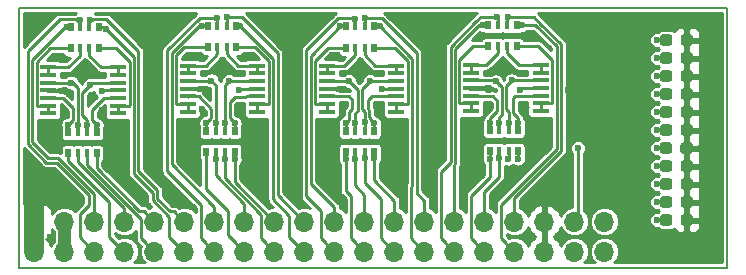
<source format=gbr>
G04 #@! TF.GenerationSoftware,KiCad,Pcbnew,(5.1.0-rc2-21-g16b3c80a7)*
G04 #@! TF.CreationDate,2019-05-25T16:35:41+02:00*
G04 #@! TF.ProjectId,Analog_Input_Module,416e616c-6f67-45f4-996e-7075745f4d6f,R2.1*
G04 #@! TF.SameCoordinates,Original*
G04 #@! TF.FileFunction,Copper,L2,Bot*
G04 #@! TF.FilePolarity,Positive*
%FSLAX46Y46*%
G04 Gerber Fmt 4.6, Leading zero omitted, Abs format (unit mm)*
G04 Created by KiCad (PCBNEW (5.1.0-rc2-21-g16b3c80a7)) date 2019-05-25 16:35:41*
%MOMM*%
%LPD*%
G04 APERTURE LIST*
%ADD10C,0.150000*%
%ADD11R,1.450000X0.450000*%
%ADD12R,0.500000X0.800000*%
%ADD13R,0.400000X0.800000*%
%ADD14O,1.700000X1.700000*%
%ADD15R,1.700000X1.700000*%
%ADD16C,0.100000*%
%ADD17C,0.950000*%
%ADD18C,0.600000*%
%ADD19C,0.789940*%
%ADD20C,0.215900*%
%ADD21C,1.651000*%
%ADD22C,1.066800*%
%ADD23C,0.152400*%
%ADD24C,0.254000*%
G04 APERTURE END LIST*
D10*
X80000000Y-42000000D02*
X80000000Y-20000000D01*
X80000000Y-20000000D02*
X20000000Y-20000000D01*
X80000000Y-42000000D02*
X20000000Y-42000000D01*
X20000000Y-20000000D02*
X20000000Y-42000000D01*
D11*
X58285590Y-24847000D03*
X58285590Y-25497000D03*
X58285590Y-26147000D03*
X58285590Y-26797000D03*
X58285590Y-27447000D03*
X58285590Y-28097000D03*
X58285590Y-28747000D03*
X64185590Y-28747000D03*
X64185590Y-28097000D03*
X64185590Y-27447000D03*
X64185590Y-26797000D03*
X64185590Y-26147000D03*
X64185590Y-25497000D03*
X64185590Y-24847000D03*
D12*
X35884000Y-30405500D03*
D13*
X36684000Y-30405500D03*
D12*
X38284000Y-30405500D03*
D13*
X37484000Y-30405500D03*
D12*
X35884000Y-32205500D03*
D13*
X37484000Y-32205500D03*
X36684000Y-32205500D03*
D12*
X38284000Y-32205500D03*
D14*
X69596000Y-40640000D03*
X69596000Y-38100000D03*
X67056000Y-40640000D03*
X67056000Y-38100000D03*
X64516000Y-40640000D03*
X64516000Y-38100000D03*
X61976000Y-40640000D03*
X61976000Y-38100000D03*
X59436000Y-40640000D03*
X59436000Y-38100000D03*
X56896000Y-40640000D03*
X56896000Y-38100000D03*
X54356000Y-40640000D03*
X54356000Y-38100000D03*
X51816000Y-40640000D03*
X51816000Y-38100000D03*
X49276000Y-40640000D03*
X49276000Y-38100000D03*
X46736000Y-40640000D03*
X46736000Y-38100000D03*
X44196000Y-40640000D03*
X44196000Y-38100000D03*
X41656000Y-40640000D03*
X41656000Y-38100000D03*
X39116000Y-40640000D03*
X39116000Y-38100000D03*
X36576000Y-40640000D03*
X36576000Y-38100000D03*
X34036000Y-40640000D03*
X34036000Y-38100000D03*
X31496000Y-40640000D03*
X31496000Y-38100000D03*
X28956000Y-40640000D03*
X28956000Y-38100000D03*
X26416000Y-40640000D03*
X26416000Y-38100000D03*
X23876000Y-40640000D03*
X23876000Y-38100000D03*
X21336000Y-40640000D03*
D15*
X21336000Y-38100000D03*
D12*
X59756610Y-21452000D03*
D13*
X60556610Y-21452000D03*
D12*
X62156610Y-21452000D03*
D13*
X61356610Y-21452000D03*
D12*
X59756610Y-23252000D03*
D13*
X61356610Y-23252000D03*
X60556610Y-23252000D03*
D12*
X62156610Y-23252000D03*
X47691720Y-21579000D03*
D13*
X48491720Y-21579000D03*
D12*
X50091720Y-21579000D03*
D13*
X49291720Y-21579000D03*
D12*
X47691720Y-23379000D03*
D13*
X49291720Y-23379000D03*
X48491720Y-23379000D03*
D12*
X50091720Y-23379000D03*
X59887000Y-30342000D03*
D13*
X60687000Y-30342000D03*
D12*
X62287000Y-30342000D03*
D13*
X61487000Y-30342000D03*
D12*
X59887000Y-32142000D03*
D13*
X61487000Y-32142000D03*
X60687000Y-32142000D03*
D12*
X62287000Y-32142000D03*
X47695000Y-30405500D03*
D13*
X48495000Y-30405500D03*
D12*
X50095000Y-30405500D03*
D13*
X49295000Y-30405500D03*
D12*
X47695000Y-32205500D03*
D13*
X49295000Y-32205500D03*
X48495000Y-32205500D03*
D12*
X50095000Y-32205500D03*
D11*
X46081210Y-24910500D03*
X46081210Y-25560500D03*
X46081210Y-26210500D03*
X46081210Y-26860500D03*
X46081210Y-27510500D03*
X46081210Y-28160500D03*
X46081210Y-28810500D03*
X51981210Y-28810500D03*
X51981210Y-28160500D03*
X51981210Y-27510500D03*
X51981210Y-26860500D03*
X51981210Y-26210500D03*
X51981210Y-25560500D03*
X51981210Y-24910500D03*
D12*
X36011000Y-21515500D03*
D13*
X36811000Y-21515500D03*
D12*
X38411000Y-21515500D03*
D13*
X37611000Y-21515500D03*
D12*
X36011000Y-23315500D03*
D13*
X37611000Y-23315500D03*
X36811000Y-23315500D03*
D12*
X38411000Y-23315500D03*
X24394790Y-21642500D03*
D13*
X25194790Y-21642500D03*
D12*
X26794790Y-21642500D03*
D13*
X25994790Y-21642500D03*
D12*
X24394790Y-23442500D03*
D13*
X25994790Y-23442500D03*
X25194790Y-23442500D03*
D12*
X26794790Y-23442500D03*
D11*
X34301600Y-24910500D03*
X34301600Y-25560500D03*
X34301600Y-26210500D03*
X34301600Y-26860500D03*
X34301600Y-27510500D03*
X34301600Y-28160500D03*
X34301600Y-28810500D03*
X40201600Y-28810500D03*
X40201600Y-28160500D03*
X40201600Y-27510500D03*
X40201600Y-26860500D03*
X40201600Y-26210500D03*
X40201600Y-25560500D03*
X40201600Y-24910500D03*
X22505300Y-25037500D03*
X22505300Y-25687500D03*
X22505300Y-26337500D03*
X22505300Y-26987500D03*
X22505300Y-27637500D03*
X22505300Y-28287500D03*
X22505300Y-28937500D03*
X28405300Y-28937500D03*
X28405300Y-28287500D03*
X28405300Y-27637500D03*
X28405300Y-26987500D03*
X28405300Y-26337500D03*
X28405300Y-25687500D03*
X28405300Y-25037500D03*
D12*
X24200000Y-30532500D03*
D13*
X25000000Y-30532500D03*
D12*
X26600000Y-30532500D03*
D13*
X25800000Y-30532500D03*
D12*
X24200000Y-32332500D03*
D13*
X25800000Y-32332500D03*
X25000000Y-32332500D03*
D12*
X26600000Y-32332500D03*
D16*
G36*
X76877779Y-26831144D02*
G01*
X76900834Y-26834563D01*
X76923443Y-26840227D01*
X76945387Y-26848079D01*
X76966457Y-26858044D01*
X76986448Y-26870026D01*
X77005168Y-26883910D01*
X77022438Y-26899562D01*
X77038090Y-26916832D01*
X77051974Y-26935552D01*
X77063956Y-26955543D01*
X77073921Y-26976613D01*
X77081773Y-26998557D01*
X77087437Y-27021166D01*
X77090856Y-27044221D01*
X77092000Y-27067500D01*
X77092000Y-27542500D01*
X77090856Y-27565779D01*
X77087437Y-27588834D01*
X77081773Y-27611443D01*
X77073921Y-27633387D01*
X77063956Y-27654457D01*
X77051974Y-27674448D01*
X77038090Y-27693168D01*
X77022438Y-27710438D01*
X77005168Y-27726090D01*
X76986448Y-27739974D01*
X76966457Y-27751956D01*
X76945387Y-27761921D01*
X76923443Y-27769773D01*
X76900834Y-27775437D01*
X76877779Y-27778856D01*
X76854500Y-27780000D01*
X76279500Y-27780000D01*
X76256221Y-27778856D01*
X76233166Y-27775437D01*
X76210557Y-27769773D01*
X76188613Y-27761921D01*
X76167543Y-27751956D01*
X76147552Y-27739974D01*
X76128832Y-27726090D01*
X76111562Y-27710438D01*
X76095910Y-27693168D01*
X76082026Y-27674448D01*
X76070044Y-27654457D01*
X76060079Y-27633387D01*
X76052227Y-27611443D01*
X76046563Y-27588834D01*
X76043144Y-27565779D01*
X76042000Y-27542500D01*
X76042000Y-27067500D01*
X76043144Y-27044221D01*
X76046563Y-27021166D01*
X76052227Y-26998557D01*
X76060079Y-26976613D01*
X76070044Y-26955543D01*
X76082026Y-26935552D01*
X76095910Y-26916832D01*
X76111562Y-26899562D01*
X76128832Y-26883910D01*
X76147552Y-26870026D01*
X76167543Y-26858044D01*
X76188613Y-26848079D01*
X76210557Y-26840227D01*
X76233166Y-26834563D01*
X76256221Y-26831144D01*
X76279500Y-26830000D01*
X76854500Y-26830000D01*
X76877779Y-26831144D01*
X76877779Y-26831144D01*
G37*
D17*
X76567000Y-27305000D03*
D16*
G36*
X75127779Y-26831144D02*
G01*
X75150834Y-26834563D01*
X75173443Y-26840227D01*
X75195387Y-26848079D01*
X75216457Y-26858044D01*
X75236448Y-26870026D01*
X75255168Y-26883910D01*
X75272438Y-26899562D01*
X75288090Y-26916832D01*
X75301974Y-26935552D01*
X75313956Y-26955543D01*
X75323921Y-26976613D01*
X75331773Y-26998557D01*
X75337437Y-27021166D01*
X75340856Y-27044221D01*
X75342000Y-27067500D01*
X75342000Y-27542500D01*
X75340856Y-27565779D01*
X75337437Y-27588834D01*
X75331773Y-27611443D01*
X75323921Y-27633387D01*
X75313956Y-27654457D01*
X75301974Y-27674448D01*
X75288090Y-27693168D01*
X75272438Y-27710438D01*
X75255168Y-27726090D01*
X75236448Y-27739974D01*
X75216457Y-27751956D01*
X75195387Y-27761921D01*
X75173443Y-27769773D01*
X75150834Y-27775437D01*
X75127779Y-27778856D01*
X75104500Y-27780000D01*
X74529500Y-27780000D01*
X74506221Y-27778856D01*
X74483166Y-27775437D01*
X74460557Y-27769773D01*
X74438613Y-27761921D01*
X74417543Y-27751956D01*
X74397552Y-27739974D01*
X74378832Y-27726090D01*
X74361562Y-27710438D01*
X74345910Y-27693168D01*
X74332026Y-27674448D01*
X74320044Y-27654457D01*
X74310079Y-27633387D01*
X74302227Y-27611443D01*
X74296563Y-27588834D01*
X74293144Y-27565779D01*
X74292000Y-27542500D01*
X74292000Y-27067500D01*
X74293144Y-27044221D01*
X74296563Y-27021166D01*
X74302227Y-26998557D01*
X74310079Y-26976613D01*
X74320044Y-26955543D01*
X74332026Y-26935552D01*
X74345910Y-26916832D01*
X74361562Y-26899562D01*
X74378832Y-26883910D01*
X74397552Y-26870026D01*
X74417543Y-26858044D01*
X74438613Y-26848079D01*
X74460557Y-26840227D01*
X74483166Y-26834563D01*
X74506221Y-26831144D01*
X74529500Y-26830000D01*
X75104500Y-26830000D01*
X75127779Y-26831144D01*
X75127779Y-26831144D01*
G37*
D17*
X74817000Y-27305000D03*
D16*
G36*
X76877779Y-28355144D02*
G01*
X76900834Y-28358563D01*
X76923443Y-28364227D01*
X76945387Y-28372079D01*
X76966457Y-28382044D01*
X76986448Y-28394026D01*
X77005168Y-28407910D01*
X77022438Y-28423562D01*
X77038090Y-28440832D01*
X77051974Y-28459552D01*
X77063956Y-28479543D01*
X77073921Y-28500613D01*
X77081773Y-28522557D01*
X77087437Y-28545166D01*
X77090856Y-28568221D01*
X77092000Y-28591500D01*
X77092000Y-29066500D01*
X77090856Y-29089779D01*
X77087437Y-29112834D01*
X77081773Y-29135443D01*
X77073921Y-29157387D01*
X77063956Y-29178457D01*
X77051974Y-29198448D01*
X77038090Y-29217168D01*
X77022438Y-29234438D01*
X77005168Y-29250090D01*
X76986448Y-29263974D01*
X76966457Y-29275956D01*
X76945387Y-29285921D01*
X76923443Y-29293773D01*
X76900834Y-29299437D01*
X76877779Y-29302856D01*
X76854500Y-29304000D01*
X76279500Y-29304000D01*
X76256221Y-29302856D01*
X76233166Y-29299437D01*
X76210557Y-29293773D01*
X76188613Y-29285921D01*
X76167543Y-29275956D01*
X76147552Y-29263974D01*
X76128832Y-29250090D01*
X76111562Y-29234438D01*
X76095910Y-29217168D01*
X76082026Y-29198448D01*
X76070044Y-29178457D01*
X76060079Y-29157387D01*
X76052227Y-29135443D01*
X76046563Y-29112834D01*
X76043144Y-29089779D01*
X76042000Y-29066500D01*
X76042000Y-28591500D01*
X76043144Y-28568221D01*
X76046563Y-28545166D01*
X76052227Y-28522557D01*
X76060079Y-28500613D01*
X76070044Y-28479543D01*
X76082026Y-28459552D01*
X76095910Y-28440832D01*
X76111562Y-28423562D01*
X76128832Y-28407910D01*
X76147552Y-28394026D01*
X76167543Y-28382044D01*
X76188613Y-28372079D01*
X76210557Y-28364227D01*
X76233166Y-28358563D01*
X76256221Y-28355144D01*
X76279500Y-28354000D01*
X76854500Y-28354000D01*
X76877779Y-28355144D01*
X76877779Y-28355144D01*
G37*
D17*
X76567000Y-28829000D03*
D16*
G36*
X75127779Y-28355144D02*
G01*
X75150834Y-28358563D01*
X75173443Y-28364227D01*
X75195387Y-28372079D01*
X75216457Y-28382044D01*
X75236448Y-28394026D01*
X75255168Y-28407910D01*
X75272438Y-28423562D01*
X75288090Y-28440832D01*
X75301974Y-28459552D01*
X75313956Y-28479543D01*
X75323921Y-28500613D01*
X75331773Y-28522557D01*
X75337437Y-28545166D01*
X75340856Y-28568221D01*
X75342000Y-28591500D01*
X75342000Y-29066500D01*
X75340856Y-29089779D01*
X75337437Y-29112834D01*
X75331773Y-29135443D01*
X75323921Y-29157387D01*
X75313956Y-29178457D01*
X75301974Y-29198448D01*
X75288090Y-29217168D01*
X75272438Y-29234438D01*
X75255168Y-29250090D01*
X75236448Y-29263974D01*
X75216457Y-29275956D01*
X75195387Y-29285921D01*
X75173443Y-29293773D01*
X75150834Y-29299437D01*
X75127779Y-29302856D01*
X75104500Y-29304000D01*
X74529500Y-29304000D01*
X74506221Y-29302856D01*
X74483166Y-29299437D01*
X74460557Y-29293773D01*
X74438613Y-29285921D01*
X74417543Y-29275956D01*
X74397552Y-29263974D01*
X74378832Y-29250090D01*
X74361562Y-29234438D01*
X74345910Y-29217168D01*
X74332026Y-29198448D01*
X74320044Y-29178457D01*
X74310079Y-29157387D01*
X74302227Y-29135443D01*
X74296563Y-29112834D01*
X74293144Y-29089779D01*
X74292000Y-29066500D01*
X74292000Y-28591500D01*
X74293144Y-28568221D01*
X74296563Y-28545166D01*
X74302227Y-28522557D01*
X74310079Y-28500613D01*
X74320044Y-28479543D01*
X74332026Y-28459552D01*
X74345910Y-28440832D01*
X74361562Y-28423562D01*
X74378832Y-28407910D01*
X74397552Y-28394026D01*
X74417543Y-28382044D01*
X74438613Y-28372079D01*
X74460557Y-28364227D01*
X74483166Y-28358563D01*
X74506221Y-28355144D01*
X74529500Y-28354000D01*
X75104500Y-28354000D01*
X75127779Y-28355144D01*
X75127779Y-28355144D01*
G37*
D17*
X74817000Y-28829000D03*
D16*
G36*
X76877779Y-25307144D02*
G01*
X76900834Y-25310563D01*
X76923443Y-25316227D01*
X76945387Y-25324079D01*
X76966457Y-25334044D01*
X76986448Y-25346026D01*
X77005168Y-25359910D01*
X77022438Y-25375562D01*
X77038090Y-25392832D01*
X77051974Y-25411552D01*
X77063956Y-25431543D01*
X77073921Y-25452613D01*
X77081773Y-25474557D01*
X77087437Y-25497166D01*
X77090856Y-25520221D01*
X77092000Y-25543500D01*
X77092000Y-26018500D01*
X77090856Y-26041779D01*
X77087437Y-26064834D01*
X77081773Y-26087443D01*
X77073921Y-26109387D01*
X77063956Y-26130457D01*
X77051974Y-26150448D01*
X77038090Y-26169168D01*
X77022438Y-26186438D01*
X77005168Y-26202090D01*
X76986448Y-26215974D01*
X76966457Y-26227956D01*
X76945387Y-26237921D01*
X76923443Y-26245773D01*
X76900834Y-26251437D01*
X76877779Y-26254856D01*
X76854500Y-26256000D01*
X76279500Y-26256000D01*
X76256221Y-26254856D01*
X76233166Y-26251437D01*
X76210557Y-26245773D01*
X76188613Y-26237921D01*
X76167543Y-26227956D01*
X76147552Y-26215974D01*
X76128832Y-26202090D01*
X76111562Y-26186438D01*
X76095910Y-26169168D01*
X76082026Y-26150448D01*
X76070044Y-26130457D01*
X76060079Y-26109387D01*
X76052227Y-26087443D01*
X76046563Y-26064834D01*
X76043144Y-26041779D01*
X76042000Y-26018500D01*
X76042000Y-25543500D01*
X76043144Y-25520221D01*
X76046563Y-25497166D01*
X76052227Y-25474557D01*
X76060079Y-25452613D01*
X76070044Y-25431543D01*
X76082026Y-25411552D01*
X76095910Y-25392832D01*
X76111562Y-25375562D01*
X76128832Y-25359910D01*
X76147552Y-25346026D01*
X76167543Y-25334044D01*
X76188613Y-25324079D01*
X76210557Y-25316227D01*
X76233166Y-25310563D01*
X76256221Y-25307144D01*
X76279500Y-25306000D01*
X76854500Y-25306000D01*
X76877779Y-25307144D01*
X76877779Y-25307144D01*
G37*
D17*
X76567000Y-25781000D03*
D16*
G36*
X75127779Y-25307144D02*
G01*
X75150834Y-25310563D01*
X75173443Y-25316227D01*
X75195387Y-25324079D01*
X75216457Y-25334044D01*
X75236448Y-25346026D01*
X75255168Y-25359910D01*
X75272438Y-25375562D01*
X75288090Y-25392832D01*
X75301974Y-25411552D01*
X75313956Y-25431543D01*
X75323921Y-25452613D01*
X75331773Y-25474557D01*
X75337437Y-25497166D01*
X75340856Y-25520221D01*
X75342000Y-25543500D01*
X75342000Y-26018500D01*
X75340856Y-26041779D01*
X75337437Y-26064834D01*
X75331773Y-26087443D01*
X75323921Y-26109387D01*
X75313956Y-26130457D01*
X75301974Y-26150448D01*
X75288090Y-26169168D01*
X75272438Y-26186438D01*
X75255168Y-26202090D01*
X75236448Y-26215974D01*
X75216457Y-26227956D01*
X75195387Y-26237921D01*
X75173443Y-26245773D01*
X75150834Y-26251437D01*
X75127779Y-26254856D01*
X75104500Y-26256000D01*
X74529500Y-26256000D01*
X74506221Y-26254856D01*
X74483166Y-26251437D01*
X74460557Y-26245773D01*
X74438613Y-26237921D01*
X74417543Y-26227956D01*
X74397552Y-26215974D01*
X74378832Y-26202090D01*
X74361562Y-26186438D01*
X74345910Y-26169168D01*
X74332026Y-26150448D01*
X74320044Y-26130457D01*
X74310079Y-26109387D01*
X74302227Y-26087443D01*
X74296563Y-26064834D01*
X74293144Y-26041779D01*
X74292000Y-26018500D01*
X74292000Y-25543500D01*
X74293144Y-25520221D01*
X74296563Y-25497166D01*
X74302227Y-25474557D01*
X74310079Y-25452613D01*
X74320044Y-25431543D01*
X74332026Y-25411552D01*
X74345910Y-25392832D01*
X74361562Y-25375562D01*
X74378832Y-25359910D01*
X74397552Y-25346026D01*
X74417543Y-25334044D01*
X74438613Y-25324079D01*
X74460557Y-25316227D01*
X74483166Y-25310563D01*
X74506221Y-25307144D01*
X74529500Y-25306000D01*
X75104500Y-25306000D01*
X75127779Y-25307144D01*
X75127779Y-25307144D01*
G37*
D17*
X74817000Y-25781000D03*
D16*
G36*
X76877779Y-22259144D02*
G01*
X76900834Y-22262563D01*
X76923443Y-22268227D01*
X76945387Y-22276079D01*
X76966457Y-22286044D01*
X76986448Y-22298026D01*
X77005168Y-22311910D01*
X77022438Y-22327562D01*
X77038090Y-22344832D01*
X77051974Y-22363552D01*
X77063956Y-22383543D01*
X77073921Y-22404613D01*
X77081773Y-22426557D01*
X77087437Y-22449166D01*
X77090856Y-22472221D01*
X77092000Y-22495500D01*
X77092000Y-22970500D01*
X77090856Y-22993779D01*
X77087437Y-23016834D01*
X77081773Y-23039443D01*
X77073921Y-23061387D01*
X77063956Y-23082457D01*
X77051974Y-23102448D01*
X77038090Y-23121168D01*
X77022438Y-23138438D01*
X77005168Y-23154090D01*
X76986448Y-23167974D01*
X76966457Y-23179956D01*
X76945387Y-23189921D01*
X76923443Y-23197773D01*
X76900834Y-23203437D01*
X76877779Y-23206856D01*
X76854500Y-23208000D01*
X76279500Y-23208000D01*
X76256221Y-23206856D01*
X76233166Y-23203437D01*
X76210557Y-23197773D01*
X76188613Y-23189921D01*
X76167543Y-23179956D01*
X76147552Y-23167974D01*
X76128832Y-23154090D01*
X76111562Y-23138438D01*
X76095910Y-23121168D01*
X76082026Y-23102448D01*
X76070044Y-23082457D01*
X76060079Y-23061387D01*
X76052227Y-23039443D01*
X76046563Y-23016834D01*
X76043144Y-22993779D01*
X76042000Y-22970500D01*
X76042000Y-22495500D01*
X76043144Y-22472221D01*
X76046563Y-22449166D01*
X76052227Y-22426557D01*
X76060079Y-22404613D01*
X76070044Y-22383543D01*
X76082026Y-22363552D01*
X76095910Y-22344832D01*
X76111562Y-22327562D01*
X76128832Y-22311910D01*
X76147552Y-22298026D01*
X76167543Y-22286044D01*
X76188613Y-22276079D01*
X76210557Y-22268227D01*
X76233166Y-22262563D01*
X76256221Y-22259144D01*
X76279500Y-22258000D01*
X76854500Y-22258000D01*
X76877779Y-22259144D01*
X76877779Y-22259144D01*
G37*
D17*
X76567000Y-22733000D03*
D16*
G36*
X75127779Y-22259144D02*
G01*
X75150834Y-22262563D01*
X75173443Y-22268227D01*
X75195387Y-22276079D01*
X75216457Y-22286044D01*
X75236448Y-22298026D01*
X75255168Y-22311910D01*
X75272438Y-22327562D01*
X75288090Y-22344832D01*
X75301974Y-22363552D01*
X75313956Y-22383543D01*
X75323921Y-22404613D01*
X75331773Y-22426557D01*
X75337437Y-22449166D01*
X75340856Y-22472221D01*
X75342000Y-22495500D01*
X75342000Y-22970500D01*
X75340856Y-22993779D01*
X75337437Y-23016834D01*
X75331773Y-23039443D01*
X75323921Y-23061387D01*
X75313956Y-23082457D01*
X75301974Y-23102448D01*
X75288090Y-23121168D01*
X75272438Y-23138438D01*
X75255168Y-23154090D01*
X75236448Y-23167974D01*
X75216457Y-23179956D01*
X75195387Y-23189921D01*
X75173443Y-23197773D01*
X75150834Y-23203437D01*
X75127779Y-23206856D01*
X75104500Y-23208000D01*
X74529500Y-23208000D01*
X74506221Y-23206856D01*
X74483166Y-23203437D01*
X74460557Y-23197773D01*
X74438613Y-23189921D01*
X74417543Y-23179956D01*
X74397552Y-23167974D01*
X74378832Y-23154090D01*
X74361562Y-23138438D01*
X74345910Y-23121168D01*
X74332026Y-23102448D01*
X74320044Y-23082457D01*
X74310079Y-23061387D01*
X74302227Y-23039443D01*
X74296563Y-23016834D01*
X74293144Y-22993779D01*
X74292000Y-22970500D01*
X74292000Y-22495500D01*
X74293144Y-22472221D01*
X74296563Y-22449166D01*
X74302227Y-22426557D01*
X74310079Y-22404613D01*
X74320044Y-22383543D01*
X74332026Y-22363552D01*
X74345910Y-22344832D01*
X74361562Y-22327562D01*
X74378832Y-22311910D01*
X74397552Y-22298026D01*
X74417543Y-22286044D01*
X74438613Y-22276079D01*
X74460557Y-22268227D01*
X74483166Y-22262563D01*
X74506221Y-22259144D01*
X74529500Y-22258000D01*
X75104500Y-22258000D01*
X75127779Y-22259144D01*
X75127779Y-22259144D01*
G37*
D17*
X74817000Y-22733000D03*
D16*
G36*
X76877779Y-23783144D02*
G01*
X76900834Y-23786563D01*
X76923443Y-23792227D01*
X76945387Y-23800079D01*
X76966457Y-23810044D01*
X76986448Y-23822026D01*
X77005168Y-23835910D01*
X77022438Y-23851562D01*
X77038090Y-23868832D01*
X77051974Y-23887552D01*
X77063956Y-23907543D01*
X77073921Y-23928613D01*
X77081773Y-23950557D01*
X77087437Y-23973166D01*
X77090856Y-23996221D01*
X77092000Y-24019500D01*
X77092000Y-24494500D01*
X77090856Y-24517779D01*
X77087437Y-24540834D01*
X77081773Y-24563443D01*
X77073921Y-24585387D01*
X77063956Y-24606457D01*
X77051974Y-24626448D01*
X77038090Y-24645168D01*
X77022438Y-24662438D01*
X77005168Y-24678090D01*
X76986448Y-24691974D01*
X76966457Y-24703956D01*
X76945387Y-24713921D01*
X76923443Y-24721773D01*
X76900834Y-24727437D01*
X76877779Y-24730856D01*
X76854500Y-24732000D01*
X76279500Y-24732000D01*
X76256221Y-24730856D01*
X76233166Y-24727437D01*
X76210557Y-24721773D01*
X76188613Y-24713921D01*
X76167543Y-24703956D01*
X76147552Y-24691974D01*
X76128832Y-24678090D01*
X76111562Y-24662438D01*
X76095910Y-24645168D01*
X76082026Y-24626448D01*
X76070044Y-24606457D01*
X76060079Y-24585387D01*
X76052227Y-24563443D01*
X76046563Y-24540834D01*
X76043144Y-24517779D01*
X76042000Y-24494500D01*
X76042000Y-24019500D01*
X76043144Y-23996221D01*
X76046563Y-23973166D01*
X76052227Y-23950557D01*
X76060079Y-23928613D01*
X76070044Y-23907543D01*
X76082026Y-23887552D01*
X76095910Y-23868832D01*
X76111562Y-23851562D01*
X76128832Y-23835910D01*
X76147552Y-23822026D01*
X76167543Y-23810044D01*
X76188613Y-23800079D01*
X76210557Y-23792227D01*
X76233166Y-23786563D01*
X76256221Y-23783144D01*
X76279500Y-23782000D01*
X76854500Y-23782000D01*
X76877779Y-23783144D01*
X76877779Y-23783144D01*
G37*
D17*
X76567000Y-24257000D03*
D16*
G36*
X75127779Y-23783144D02*
G01*
X75150834Y-23786563D01*
X75173443Y-23792227D01*
X75195387Y-23800079D01*
X75216457Y-23810044D01*
X75236448Y-23822026D01*
X75255168Y-23835910D01*
X75272438Y-23851562D01*
X75288090Y-23868832D01*
X75301974Y-23887552D01*
X75313956Y-23907543D01*
X75323921Y-23928613D01*
X75331773Y-23950557D01*
X75337437Y-23973166D01*
X75340856Y-23996221D01*
X75342000Y-24019500D01*
X75342000Y-24494500D01*
X75340856Y-24517779D01*
X75337437Y-24540834D01*
X75331773Y-24563443D01*
X75323921Y-24585387D01*
X75313956Y-24606457D01*
X75301974Y-24626448D01*
X75288090Y-24645168D01*
X75272438Y-24662438D01*
X75255168Y-24678090D01*
X75236448Y-24691974D01*
X75216457Y-24703956D01*
X75195387Y-24713921D01*
X75173443Y-24721773D01*
X75150834Y-24727437D01*
X75127779Y-24730856D01*
X75104500Y-24732000D01*
X74529500Y-24732000D01*
X74506221Y-24730856D01*
X74483166Y-24727437D01*
X74460557Y-24721773D01*
X74438613Y-24713921D01*
X74417543Y-24703956D01*
X74397552Y-24691974D01*
X74378832Y-24678090D01*
X74361562Y-24662438D01*
X74345910Y-24645168D01*
X74332026Y-24626448D01*
X74320044Y-24606457D01*
X74310079Y-24585387D01*
X74302227Y-24563443D01*
X74296563Y-24540834D01*
X74293144Y-24517779D01*
X74292000Y-24494500D01*
X74292000Y-24019500D01*
X74293144Y-23996221D01*
X74296563Y-23973166D01*
X74302227Y-23950557D01*
X74310079Y-23928613D01*
X74320044Y-23907543D01*
X74332026Y-23887552D01*
X74345910Y-23868832D01*
X74361562Y-23851562D01*
X74378832Y-23835910D01*
X74397552Y-23822026D01*
X74417543Y-23810044D01*
X74438613Y-23800079D01*
X74460557Y-23792227D01*
X74483166Y-23786563D01*
X74506221Y-23783144D01*
X74529500Y-23782000D01*
X75104500Y-23782000D01*
X75127779Y-23783144D01*
X75127779Y-23783144D01*
G37*
D17*
X74817000Y-24257000D03*
D16*
G36*
X76877779Y-32927144D02*
G01*
X76900834Y-32930563D01*
X76923443Y-32936227D01*
X76945387Y-32944079D01*
X76966457Y-32954044D01*
X76986448Y-32966026D01*
X77005168Y-32979910D01*
X77022438Y-32995562D01*
X77038090Y-33012832D01*
X77051974Y-33031552D01*
X77063956Y-33051543D01*
X77073921Y-33072613D01*
X77081773Y-33094557D01*
X77087437Y-33117166D01*
X77090856Y-33140221D01*
X77092000Y-33163500D01*
X77092000Y-33638500D01*
X77090856Y-33661779D01*
X77087437Y-33684834D01*
X77081773Y-33707443D01*
X77073921Y-33729387D01*
X77063956Y-33750457D01*
X77051974Y-33770448D01*
X77038090Y-33789168D01*
X77022438Y-33806438D01*
X77005168Y-33822090D01*
X76986448Y-33835974D01*
X76966457Y-33847956D01*
X76945387Y-33857921D01*
X76923443Y-33865773D01*
X76900834Y-33871437D01*
X76877779Y-33874856D01*
X76854500Y-33876000D01*
X76279500Y-33876000D01*
X76256221Y-33874856D01*
X76233166Y-33871437D01*
X76210557Y-33865773D01*
X76188613Y-33857921D01*
X76167543Y-33847956D01*
X76147552Y-33835974D01*
X76128832Y-33822090D01*
X76111562Y-33806438D01*
X76095910Y-33789168D01*
X76082026Y-33770448D01*
X76070044Y-33750457D01*
X76060079Y-33729387D01*
X76052227Y-33707443D01*
X76046563Y-33684834D01*
X76043144Y-33661779D01*
X76042000Y-33638500D01*
X76042000Y-33163500D01*
X76043144Y-33140221D01*
X76046563Y-33117166D01*
X76052227Y-33094557D01*
X76060079Y-33072613D01*
X76070044Y-33051543D01*
X76082026Y-33031552D01*
X76095910Y-33012832D01*
X76111562Y-32995562D01*
X76128832Y-32979910D01*
X76147552Y-32966026D01*
X76167543Y-32954044D01*
X76188613Y-32944079D01*
X76210557Y-32936227D01*
X76233166Y-32930563D01*
X76256221Y-32927144D01*
X76279500Y-32926000D01*
X76854500Y-32926000D01*
X76877779Y-32927144D01*
X76877779Y-32927144D01*
G37*
D17*
X76567000Y-33401000D03*
D16*
G36*
X75127779Y-32927144D02*
G01*
X75150834Y-32930563D01*
X75173443Y-32936227D01*
X75195387Y-32944079D01*
X75216457Y-32954044D01*
X75236448Y-32966026D01*
X75255168Y-32979910D01*
X75272438Y-32995562D01*
X75288090Y-33012832D01*
X75301974Y-33031552D01*
X75313956Y-33051543D01*
X75323921Y-33072613D01*
X75331773Y-33094557D01*
X75337437Y-33117166D01*
X75340856Y-33140221D01*
X75342000Y-33163500D01*
X75342000Y-33638500D01*
X75340856Y-33661779D01*
X75337437Y-33684834D01*
X75331773Y-33707443D01*
X75323921Y-33729387D01*
X75313956Y-33750457D01*
X75301974Y-33770448D01*
X75288090Y-33789168D01*
X75272438Y-33806438D01*
X75255168Y-33822090D01*
X75236448Y-33835974D01*
X75216457Y-33847956D01*
X75195387Y-33857921D01*
X75173443Y-33865773D01*
X75150834Y-33871437D01*
X75127779Y-33874856D01*
X75104500Y-33876000D01*
X74529500Y-33876000D01*
X74506221Y-33874856D01*
X74483166Y-33871437D01*
X74460557Y-33865773D01*
X74438613Y-33857921D01*
X74417543Y-33847956D01*
X74397552Y-33835974D01*
X74378832Y-33822090D01*
X74361562Y-33806438D01*
X74345910Y-33789168D01*
X74332026Y-33770448D01*
X74320044Y-33750457D01*
X74310079Y-33729387D01*
X74302227Y-33707443D01*
X74296563Y-33684834D01*
X74293144Y-33661779D01*
X74292000Y-33638500D01*
X74292000Y-33163500D01*
X74293144Y-33140221D01*
X74296563Y-33117166D01*
X74302227Y-33094557D01*
X74310079Y-33072613D01*
X74320044Y-33051543D01*
X74332026Y-33031552D01*
X74345910Y-33012832D01*
X74361562Y-32995562D01*
X74378832Y-32979910D01*
X74397552Y-32966026D01*
X74417543Y-32954044D01*
X74438613Y-32944079D01*
X74460557Y-32936227D01*
X74483166Y-32930563D01*
X74506221Y-32927144D01*
X74529500Y-32926000D01*
X75104500Y-32926000D01*
X75127779Y-32927144D01*
X75127779Y-32927144D01*
G37*
D17*
X74817000Y-33401000D03*
D16*
G36*
X75127779Y-29879144D02*
G01*
X75150834Y-29882563D01*
X75173443Y-29888227D01*
X75195387Y-29896079D01*
X75216457Y-29906044D01*
X75236448Y-29918026D01*
X75255168Y-29931910D01*
X75272438Y-29947562D01*
X75288090Y-29964832D01*
X75301974Y-29983552D01*
X75313956Y-30003543D01*
X75323921Y-30024613D01*
X75331773Y-30046557D01*
X75337437Y-30069166D01*
X75340856Y-30092221D01*
X75342000Y-30115500D01*
X75342000Y-30590500D01*
X75340856Y-30613779D01*
X75337437Y-30636834D01*
X75331773Y-30659443D01*
X75323921Y-30681387D01*
X75313956Y-30702457D01*
X75301974Y-30722448D01*
X75288090Y-30741168D01*
X75272438Y-30758438D01*
X75255168Y-30774090D01*
X75236448Y-30787974D01*
X75216457Y-30799956D01*
X75195387Y-30809921D01*
X75173443Y-30817773D01*
X75150834Y-30823437D01*
X75127779Y-30826856D01*
X75104500Y-30828000D01*
X74529500Y-30828000D01*
X74506221Y-30826856D01*
X74483166Y-30823437D01*
X74460557Y-30817773D01*
X74438613Y-30809921D01*
X74417543Y-30799956D01*
X74397552Y-30787974D01*
X74378832Y-30774090D01*
X74361562Y-30758438D01*
X74345910Y-30741168D01*
X74332026Y-30722448D01*
X74320044Y-30702457D01*
X74310079Y-30681387D01*
X74302227Y-30659443D01*
X74296563Y-30636834D01*
X74293144Y-30613779D01*
X74292000Y-30590500D01*
X74292000Y-30115500D01*
X74293144Y-30092221D01*
X74296563Y-30069166D01*
X74302227Y-30046557D01*
X74310079Y-30024613D01*
X74320044Y-30003543D01*
X74332026Y-29983552D01*
X74345910Y-29964832D01*
X74361562Y-29947562D01*
X74378832Y-29931910D01*
X74397552Y-29918026D01*
X74417543Y-29906044D01*
X74438613Y-29896079D01*
X74460557Y-29888227D01*
X74483166Y-29882563D01*
X74506221Y-29879144D01*
X74529500Y-29878000D01*
X75104500Y-29878000D01*
X75127779Y-29879144D01*
X75127779Y-29879144D01*
G37*
D17*
X74817000Y-30353000D03*
D16*
G36*
X76877779Y-29879144D02*
G01*
X76900834Y-29882563D01*
X76923443Y-29888227D01*
X76945387Y-29896079D01*
X76966457Y-29906044D01*
X76986448Y-29918026D01*
X77005168Y-29931910D01*
X77022438Y-29947562D01*
X77038090Y-29964832D01*
X77051974Y-29983552D01*
X77063956Y-30003543D01*
X77073921Y-30024613D01*
X77081773Y-30046557D01*
X77087437Y-30069166D01*
X77090856Y-30092221D01*
X77092000Y-30115500D01*
X77092000Y-30590500D01*
X77090856Y-30613779D01*
X77087437Y-30636834D01*
X77081773Y-30659443D01*
X77073921Y-30681387D01*
X77063956Y-30702457D01*
X77051974Y-30722448D01*
X77038090Y-30741168D01*
X77022438Y-30758438D01*
X77005168Y-30774090D01*
X76986448Y-30787974D01*
X76966457Y-30799956D01*
X76945387Y-30809921D01*
X76923443Y-30817773D01*
X76900834Y-30823437D01*
X76877779Y-30826856D01*
X76854500Y-30828000D01*
X76279500Y-30828000D01*
X76256221Y-30826856D01*
X76233166Y-30823437D01*
X76210557Y-30817773D01*
X76188613Y-30809921D01*
X76167543Y-30799956D01*
X76147552Y-30787974D01*
X76128832Y-30774090D01*
X76111562Y-30758438D01*
X76095910Y-30741168D01*
X76082026Y-30722448D01*
X76070044Y-30702457D01*
X76060079Y-30681387D01*
X76052227Y-30659443D01*
X76046563Y-30636834D01*
X76043144Y-30613779D01*
X76042000Y-30590500D01*
X76042000Y-30115500D01*
X76043144Y-30092221D01*
X76046563Y-30069166D01*
X76052227Y-30046557D01*
X76060079Y-30024613D01*
X76070044Y-30003543D01*
X76082026Y-29983552D01*
X76095910Y-29964832D01*
X76111562Y-29947562D01*
X76128832Y-29931910D01*
X76147552Y-29918026D01*
X76167543Y-29906044D01*
X76188613Y-29896079D01*
X76210557Y-29888227D01*
X76233166Y-29882563D01*
X76256221Y-29879144D01*
X76279500Y-29878000D01*
X76854500Y-29878000D01*
X76877779Y-29879144D01*
X76877779Y-29879144D01*
G37*
D17*
X76567000Y-30353000D03*
D16*
G36*
X75127779Y-34451144D02*
G01*
X75150834Y-34454563D01*
X75173443Y-34460227D01*
X75195387Y-34468079D01*
X75216457Y-34478044D01*
X75236448Y-34490026D01*
X75255168Y-34503910D01*
X75272438Y-34519562D01*
X75288090Y-34536832D01*
X75301974Y-34555552D01*
X75313956Y-34575543D01*
X75323921Y-34596613D01*
X75331773Y-34618557D01*
X75337437Y-34641166D01*
X75340856Y-34664221D01*
X75342000Y-34687500D01*
X75342000Y-35162500D01*
X75340856Y-35185779D01*
X75337437Y-35208834D01*
X75331773Y-35231443D01*
X75323921Y-35253387D01*
X75313956Y-35274457D01*
X75301974Y-35294448D01*
X75288090Y-35313168D01*
X75272438Y-35330438D01*
X75255168Y-35346090D01*
X75236448Y-35359974D01*
X75216457Y-35371956D01*
X75195387Y-35381921D01*
X75173443Y-35389773D01*
X75150834Y-35395437D01*
X75127779Y-35398856D01*
X75104500Y-35400000D01*
X74529500Y-35400000D01*
X74506221Y-35398856D01*
X74483166Y-35395437D01*
X74460557Y-35389773D01*
X74438613Y-35381921D01*
X74417543Y-35371956D01*
X74397552Y-35359974D01*
X74378832Y-35346090D01*
X74361562Y-35330438D01*
X74345910Y-35313168D01*
X74332026Y-35294448D01*
X74320044Y-35274457D01*
X74310079Y-35253387D01*
X74302227Y-35231443D01*
X74296563Y-35208834D01*
X74293144Y-35185779D01*
X74292000Y-35162500D01*
X74292000Y-34687500D01*
X74293144Y-34664221D01*
X74296563Y-34641166D01*
X74302227Y-34618557D01*
X74310079Y-34596613D01*
X74320044Y-34575543D01*
X74332026Y-34555552D01*
X74345910Y-34536832D01*
X74361562Y-34519562D01*
X74378832Y-34503910D01*
X74397552Y-34490026D01*
X74417543Y-34478044D01*
X74438613Y-34468079D01*
X74460557Y-34460227D01*
X74483166Y-34454563D01*
X74506221Y-34451144D01*
X74529500Y-34450000D01*
X75104500Y-34450000D01*
X75127779Y-34451144D01*
X75127779Y-34451144D01*
G37*
D17*
X74817000Y-34925000D03*
D16*
G36*
X76877779Y-34451144D02*
G01*
X76900834Y-34454563D01*
X76923443Y-34460227D01*
X76945387Y-34468079D01*
X76966457Y-34478044D01*
X76986448Y-34490026D01*
X77005168Y-34503910D01*
X77022438Y-34519562D01*
X77038090Y-34536832D01*
X77051974Y-34555552D01*
X77063956Y-34575543D01*
X77073921Y-34596613D01*
X77081773Y-34618557D01*
X77087437Y-34641166D01*
X77090856Y-34664221D01*
X77092000Y-34687500D01*
X77092000Y-35162500D01*
X77090856Y-35185779D01*
X77087437Y-35208834D01*
X77081773Y-35231443D01*
X77073921Y-35253387D01*
X77063956Y-35274457D01*
X77051974Y-35294448D01*
X77038090Y-35313168D01*
X77022438Y-35330438D01*
X77005168Y-35346090D01*
X76986448Y-35359974D01*
X76966457Y-35371956D01*
X76945387Y-35381921D01*
X76923443Y-35389773D01*
X76900834Y-35395437D01*
X76877779Y-35398856D01*
X76854500Y-35400000D01*
X76279500Y-35400000D01*
X76256221Y-35398856D01*
X76233166Y-35395437D01*
X76210557Y-35389773D01*
X76188613Y-35381921D01*
X76167543Y-35371956D01*
X76147552Y-35359974D01*
X76128832Y-35346090D01*
X76111562Y-35330438D01*
X76095910Y-35313168D01*
X76082026Y-35294448D01*
X76070044Y-35274457D01*
X76060079Y-35253387D01*
X76052227Y-35231443D01*
X76046563Y-35208834D01*
X76043144Y-35185779D01*
X76042000Y-35162500D01*
X76042000Y-34687500D01*
X76043144Y-34664221D01*
X76046563Y-34641166D01*
X76052227Y-34618557D01*
X76060079Y-34596613D01*
X76070044Y-34575543D01*
X76082026Y-34555552D01*
X76095910Y-34536832D01*
X76111562Y-34519562D01*
X76128832Y-34503910D01*
X76147552Y-34490026D01*
X76167543Y-34478044D01*
X76188613Y-34468079D01*
X76210557Y-34460227D01*
X76233166Y-34454563D01*
X76256221Y-34451144D01*
X76279500Y-34450000D01*
X76854500Y-34450000D01*
X76877779Y-34451144D01*
X76877779Y-34451144D01*
G37*
D17*
X76567000Y-34925000D03*
D16*
G36*
X75127779Y-35975144D02*
G01*
X75150834Y-35978563D01*
X75173443Y-35984227D01*
X75195387Y-35992079D01*
X75216457Y-36002044D01*
X75236448Y-36014026D01*
X75255168Y-36027910D01*
X75272438Y-36043562D01*
X75288090Y-36060832D01*
X75301974Y-36079552D01*
X75313956Y-36099543D01*
X75323921Y-36120613D01*
X75331773Y-36142557D01*
X75337437Y-36165166D01*
X75340856Y-36188221D01*
X75342000Y-36211500D01*
X75342000Y-36686500D01*
X75340856Y-36709779D01*
X75337437Y-36732834D01*
X75331773Y-36755443D01*
X75323921Y-36777387D01*
X75313956Y-36798457D01*
X75301974Y-36818448D01*
X75288090Y-36837168D01*
X75272438Y-36854438D01*
X75255168Y-36870090D01*
X75236448Y-36883974D01*
X75216457Y-36895956D01*
X75195387Y-36905921D01*
X75173443Y-36913773D01*
X75150834Y-36919437D01*
X75127779Y-36922856D01*
X75104500Y-36924000D01*
X74529500Y-36924000D01*
X74506221Y-36922856D01*
X74483166Y-36919437D01*
X74460557Y-36913773D01*
X74438613Y-36905921D01*
X74417543Y-36895956D01*
X74397552Y-36883974D01*
X74378832Y-36870090D01*
X74361562Y-36854438D01*
X74345910Y-36837168D01*
X74332026Y-36818448D01*
X74320044Y-36798457D01*
X74310079Y-36777387D01*
X74302227Y-36755443D01*
X74296563Y-36732834D01*
X74293144Y-36709779D01*
X74292000Y-36686500D01*
X74292000Y-36211500D01*
X74293144Y-36188221D01*
X74296563Y-36165166D01*
X74302227Y-36142557D01*
X74310079Y-36120613D01*
X74320044Y-36099543D01*
X74332026Y-36079552D01*
X74345910Y-36060832D01*
X74361562Y-36043562D01*
X74378832Y-36027910D01*
X74397552Y-36014026D01*
X74417543Y-36002044D01*
X74438613Y-35992079D01*
X74460557Y-35984227D01*
X74483166Y-35978563D01*
X74506221Y-35975144D01*
X74529500Y-35974000D01*
X75104500Y-35974000D01*
X75127779Y-35975144D01*
X75127779Y-35975144D01*
G37*
D17*
X74817000Y-36449000D03*
D16*
G36*
X76877779Y-35975144D02*
G01*
X76900834Y-35978563D01*
X76923443Y-35984227D01*
X76945387Y-35992079D01*
X76966457Y-36002044D01*
X76986448Y-36014026D01*
X77005168Y-36027910D01*
X77022438Y-36043562D01*
X77038090Y-36060832D01*
X77051974Y-36079552D01*
X77063956Y-36099543D01*
X77073921Y-36120613D01*
X77081773Y-36142557D01*
X77087437Y-36165166D01*
X77090856Y-36188221D01*
X77092000Y-36211500D01*
X77092000Y-36686500D01*
X77090856Y-36709779D01*
X77087437Y-36732834D01*
X77081773Y-36755443D01*
X77073921Y-36777387D01*
X77063956Y-36798457D01*
X77051974Y-36818448D01*
X77038090Y-36837168D01*
X77022438Y-36854438D01*
X77005168Y-36870090D01*
X76986448Y-36883974D01*
X76966457Y-36895956D01*
X76945387Y-36905921D01*
X76923443Y-36913773D01*
X76900834Y-36919437D01*
X76877779Y-36922856D01*
X76854500Y-36924000D01*
X76279500Y-36924000D01*
X76256221Y-36922856D01*
X76233166Y-36919437D01*
X76210557Y-36913773D01*
X76188613Y-36905921D01*
X76167543Y-36895956D01*
X76147552Y-36883974D01*
X76128832Y-36870090D01*
X76111562Y-36854438D01*
X76095910Y-36837168D01*
X76082026Y-36818448D01*
X76070044Y-36798457D01*
X76060079Y-36777387D01*
X76052227Y-36755443D01*
X76046563Y-36732834D01*
X76043144Y-36709779D01*
X76042000Y-36686500D01*
X76042000Y-36211500D01*
X76043144Y-36188221D01*
X76046563Y-36165166D01*
X76052227Y-36142557D01*
X76060079Y-36120613D01*
X76070044Y-36099543D01*
X76082026Y-36079552D01*
X76095910Y-36060832D01*
X76111562Y-36043562D01*
X76128832Y-36027910D01*
X76147552Y-36014026D01*
X76167543Y-36002044D01*
X76188613Y-35992079D01*
X76210557Y-35984227D01*
X76233166Y-35978563D01*
X76256221Y-35975144D01*
X76279500Y-35974000D01*
X76854500Y-35974000D01*
X76877779Y-35975144D01*
X76877779Y-35975144D01*
G37*
D17*
X76567000Y-36449000D03*
D16*
G36*
X75113779Y-31403144D02*
G01*
X75136834Y-31406563D01*
X75159443Y-31412227D01*
X75181387Y-31420079D01*
X75202457Y-31430044D01*
X75222448Y-31442026D01*
X75241168Y-31455910D01*
X75258438Y-31471562D01*
X75274090Y-31488832D01*
X75287974Y-31507552D01*
X75299956Y-31527543D01*
X75309921Y-31548613D01*
X75317773Y-31570557D01*
X75323437Y-31593166D01*
X75326856Y-31616221D01*
X75328000Y-31639500D01*
X75328000Y-32114500D01*
X75326856Y-32137779D01*
X75323437Y-32160834D01*
X75317773Y-32183443D01*
X75309921Y-32205387D01*
X75299956Y-32226457D01*
X75287974Y-32246448D01*
X75274090Y-32265168D01*
X75258438Y-32282438D01*
X75241168Y-32298090D01*
X75222448Y-32311974D01*
X75202457Y-32323956D01*
X75181387Y-32333921D01*
X75159443Y-32341773D01*
X75136834Y-32347437D01*
X75113779Y-32350856D01*
X75090500Y-32352000D01*
X74515500Y-32352000D01*
X74492221Y-32350856D01*
X74469166Y-32347437D01*
X74446557Y-32341773D01*
X74424613Y-32333921D01*
X74403543Y-32323956D01*
X74383552Y-32311974D01*
X74364832Y-32298090D01*
X74347562Y-32282438D01*
X74331910Y-32265168D01*
X74318026Y-32246448D01*
X74306044Y-32226457D01*
X74296079Y-32205387D01*
X74288227Y-32183443D01*
X74282563Y-32160834D01*
X74279144Y-32137779D01*
X74278000Y-32114500D01*
X74278000Y-31639500D01*
X74279144Y-31616221D01*
X74282563Y-31593166D01*
X74288227Y-31570557D01*
X74296079Y-31548613D01*
X74306044Y-31527543D01*
X74318026Y-31507552D01*
X74331910Y-31488832D01*
X74347562Y-31471562D01*
X74364832Y-31455910D01*
X74383552Y-31442026D01*
X74403543Y-31430044D01*
X74424613Y-31420079D01*
X74446557Y-31412227D01*
X74469166Y-31406563D01*
X74492221Y-31403144D01*
X74515500Y-31402000D01*
X75090500Y-31402000D01*
X75113779Y-31403144D01*
X75113779Y-31403144D01*
G37*
D17*
X74803000Y-31877000D03*
D16*
G36*
X76863779Y-31403144D02*
G01*
X76886834Y-31406563D01*
X76909443Y-31412227D01*
X76931387Y-31420079D01*
X76952457Y-31430044D01*
X76972448Y-31442026D01*
X76991168Y-31455910D01*
X77008438Y-31471562D01*
X77024090Y-31488832D01*
X77037974Y-31507552D01*
X77049956Y-31527543D01*
X77059921Y-31548613D01*
X77067773Y-31570557D01*
X77073437Y-31593166D01*
X77076856Y-31616221D01*
X77078000Y-31639500D01*
X77078000Y-32114500D01*
X77076856Y-32137779D01*
X77073437Y-32160834D01*
X77067773Y-32183443D01*
X77059921Y-32205387D01*
X77049956Y-32226457D01*
X77037974Y-32246448D01*
X77024090Y-32265168D01*
X77008438Y-32282438D01*
X76991168Y-32298090D01*
X76972448Y-32311974D01*
X76952457Y-32323956D01*
X76931387Y-32333921D01*
X76909443Y-32341773D01*
X76886834Y-32347437D01*
X76863779Y-32350856D01*
X76840500Y-32352000D01*
X76265500Y-32352000D01*
X76242221Y-32350856D01*
X76219166Y-32347437D01*
X76196557Y-32341773D01*
X76174613Y-32333921D01*
X76153543Y-32323956D01*
X76133552Y-32311974D01*
X76114832Y-32298090D01*
X76097562Y-32282438D01*
X76081910Y-32265168D01*
X76068026Y-32246448D01*
X76056044Y-32226457D01*
X76046079Y-32205387D01*
X76038227Y-32183443D01*
X76032563Y-32160834D01*
X76029144Y-32137779D01*
X76028000Y-32114500D01*
X76028000Y-31639500D01*
X76029144Y-31616221D01*
X76032563Y-31593166D01*
X76038227Y-31570557D01*
X76046079Y-31548613D01*
X76056044Y-31527543D01*
X76068026Y-31507552D01*
X76081910Y-31488832D01*
X76097562Y-31471562D01*
X76114832Y-31455910D01*
X76133552Y-31442026D01*
X76153543Y-31430044D01*
X76174613Y-31420079D01*
X76196557Y-31412227D01*
X76219166Y-31406563D01*
X76242221Y-31403144D01*
X76265500Y-31402000D01*
X76840500Y-31402000D01*
X76863779Y-31403144D01*
X76863779Y-31403144D01*
G37*
D17*
X76553000Y-31877000D03*
D16*
G36*
X75127779Y-37499144D02*
G01*
X75150834Y-37502563D01*
X75173443Y-37508227D01*
X75195387Y-37516079D01*
X75216457Y-37526044D01*
X75236448Y-37538026D01*
X75255168Y-37551910D01*
X75272438Y-37567562D01*
X75288090Y-37584832D01*
X75301974Y-37603552D01*
X75313956Y-37623543D01*
X75323921Y-37644613D01*
X75331773Y-37666557D01*
X75337437Y-37689166D01*
X75340856Y-37712221D01*
X75342000Y-37735500D01*
X75342000Y-38210500D01*
X75340856Y-38233779D01*
X75337437Y-38256834D01*
X75331773Y-38279443D01*
X75323921Y-38301387D01*
X75313956Y-38322457D01*
X75301974Y-38342448D01*
X75288090Y-38361168D01*
X75272438Y-38378438D01*
X75255168Y-38394090D01*
X75236448Y-38407974D01*
X75216457Y-38419956D01*
X75195387Y-38429921D01*
X75173443Y-38437773D01*
X75150834Y-38443437D01*
X75127779Y-38446856D01*
X75104500Y-38448000D01*
X74529500Y-38448000D01*
X74506221Y-38446856D01*
X74483166Y-38443437D01*
X74460557Y-38437773D01*
X74438613Y-38429921D01*
X74417543Y-38419956D01*
X74397552Y-38407974D01*
X74378832Y-38394090D01*
X74361562Y-38378438D01*
X74345910Y-38361168D01*
X74332026Y-38342448D01*
X74320044Y-38322457D01*
X74310079Y-38301387D01*
X74302227Y-38279443D01*
X74296563Y-38256834D01*
X74293144Y-38233779D01*
X74292000Y-38210500D01*
X74292000Y-37735500D01*
X74293144Y-37712221D01*
X74296563Y-37689166D01*
X74302227Y-37666557D01*
X74310079Y-37644613D01*
X74320044Y-37623543D01*
X74332026Y-37603552D01*
X74345910Y-37584832D01*
X74361562Y-37567562D01*
X74378832Y-37551910D01*
X74397552Y-37538026D01*
X74417543Y-37526044D01*
X74438613Y-37516079D01*
X74460557Y-37508227D01*
X74483166Y-37502563D01*
X74506221Y-37499144D01*
X74529500Y-37498000D01*
X75104500Y-37498000D01*
X75127779Y-37499144D01*
X75127779Y-37499144D01*
G37*
D17*
X74817000Y-37973000D03*
D16*
G36*
X76877779Y-37499144D02*
G01*
X76900834Y-37502563D01*
X76923443Y-37508227D01*
X76945387Y-37516079D01*
X76966457Y-37526044D01*
X76986448Y-37538026D01*
X77005168Y-37551910D01*
X77022438Y-37567562D01*
X77038090Y-37584832D01*
X77051974Y-37603552D01*
X77063956Y-37623543D01*
X77073921Y-37644613D01*
X77081773Y-37666557D01*
X77087437Y-37689166D01*
X77090856Y-37712221D01*
X77092000Y-37735500D01*
X77092000Y-38210500D01*
X77090856Y-38233779D01*
X77087437Y-38256834D01*
X77081773Y-38279443D01*
X77073921Y-38301387D01*
X77063956Y-38322457D01*
X77051974Y-38342448D01*
X77038090Y-38361168D01*
X77022438Y-38378438D01*
X77005168Y-38394090D01*
X76986448Y-38407974D01*
X76966457Y-38419956D01*
X76945387Y-38429921D01*
X76923443Y-38437773D01*
X76900834Y-38443437D01*
X76877779Y-38446856D01*
X76854500Y-38448000D01*
X76279500Y-38448000D01*
X76256221Y-38446856D01*
X76233166Y-38443437D01*
X76210557Y-38437773D01*
X76188613Y-38429921D01*
X76167543Y-38419956D01*
X76147552Y-38407974D01*
X76128832Y-38394090D01*
X76111562Y-38378438D01*
X76095910Y-38361168D01*
X76082026Y-38342448D01*
X76070044Y-38322457D01*
X76060079Y-38301387D01*
X76052227Y-38279443D01*
X76046563Y-38256834D01*
X76043144Y-38233779D01*
X76042000Y-38210500D01*
X76042000Y-37735500D01*
X76043144Y-37712221D01*
X76046563Y-37689166D01*
X76052227Y-37666557D01*
X76060079Y-37644613D01*
X76070044Y-37623543D01*
X76082026Y-37603552D01*
X76095910Y-37584832D01*
X76111562Y-37567562D01*
X76128832Y-37551910D01*
X76147552Y-37538026D01*
X76167543Y-37526044D01*
X76188613Y-37516079D01*
X76210557Y-37508227D01*
X76233166Y-37502563D01*
X76256221Y-37499144D01*
X76279500Y-37498000D01*
X76854500Y-37498000D01*
X76877779Y-37499144D01*
X76877779Y-37499144D01*
G37*
D17*
X76567000Y-37973000D03*
D18*
X24257000Y-27305000D03*
X35750500Y-27114500D03*
X59817000Y-26924000D03*
D19*
X53848000Y-21336000D03*
X30861000Y-21717000D03*
X21209000Y-21463000D03*
X21209000Y-35687000D03*
D18*
X47371000Y-26924000D03*
X57404000Y-21082000D03*
X63500000Y-22098000D03*
X60948851Y-25157149D03*
X48929900Y-25238100D03*
X37159500Y-25070500D03*
X25190500Y-25391900D03*
X66548000Y-26924000D03*
D19*
X55118000Y-27686000D03*
X55118000Y-32829500D03*
X42926000Y-33845500D03*
X31115000Y-26987500D03*
X32893000Y-21463000D03*
X43180000Y-27051000D03*
X70421500Y-24701500D03*
X69215000Y-25082500D03*
X67564000Y-25082500D03*
X67500500Y-26670000D03*
X67627500Y-28638500D03*
X66738500Y-29718000D03*
X66992500Y-30607000D03*
X68008500Y-29781500D03*
X66738500Y-27876500D03*
X68008500Y-27686000D03*
X68326000Y-25717500D03*
X67056000Y-22098000D03*
X65341500Y-20828000D03*
X67373500Y-21082000D03*
X68961000Y-21399500D03*
X68326000Y-22796500D03*
X56261000Y-20764500D03*
X55499000Y-21463000D03*
X54864000Y-22225000D03*
X52260500Y-20764500D03*
X29718000Y-21209000D03*
X31242000Y-33528000D03*
X20701000Y-34290000D03*
X31432500Y-27813000D03*
D18*
X22669500Y-39433500D03*
X28638500Y-33845500D03*
X29146500Y-34353500D03*
X30480000Y-35750500D03*
X32575500Y-35877500D03*
X33528000Y-36385500D03*
X31877000Y-33972500D03*
X35052000Y-34036000D03*
X28511500Y-34480500D03*
X28003500Y-33972500D03*
X25146000Y-36131500D03*
X24638000Y-35623500D03*
X29781500Y-39370000D03*
X33274000Y-35750500D03*
X32575500Y-35115500D03*
X32194500Y-34607500D03*
X22923500Y-36576000D03*
X22860000Y-35814000D03*
X22352000Y-35306000D03*
X21844000Y-34798000D03*
X21971000Y-35877500D03*
X21145500Y-34925000D03*
X72263000Y-40830500D03*
X73787000Y-40957500D03*
X75565000Y-40894000D03*
X74866500Y-40830500D03*
X77089000Y-40830500D03*
X78549500Y-40830500D03*
X78740000Y-39243000D03*
X78105000Y-36322000D03*
X78168500Y-34798000D03*
X78295500Y-33528000D03*
X78295500Y-32067500D03*
X78168500Y-30480000D03*
X78295500Y-29019500D03*
X78295500Y-27813000D03*
X78232000Y-26733500D03*
X78295500Y-25654000D03*
X78168500Y-24574500D03*
X78232000Y-23558500D03*
X72961500Y-40767000D03*
X76200000Y-40576500D03*
X65659000Y-39370000D03*
X63182500Y-39370000D03*
X63373000Y-37020500D03*
X65786000Y-36957000D03*
X64833500Y-36639500D03*
X64071500Y-36512500D03*
X23558500Y-34480500D03*
X23876000Y-35179000D03*
X23812500Y-36004500D03*
X22479000Y-34163000D03*
X21717000Y-34163000D03*
X21336000Y-36322000D03*
X46765250Y-24037250D03*
X39188750Y-24139250D03*
X34741550Y-24059450D03*
X24032500Y-24418000D03*
X39014400Y-33883600D03*
X39420800Y-34594800D03*
X27025600Y-28651200D03*
X26111200Y-27635200D03*
X23887000Y-28691000D03*
X22492384Y-29705984D03*
X38709600Y-28549600D03*
X35494800Y-28564000D03*
X47345600Y-28600400D03*
X50495200Y-28549600D03*
X62788800Y-28752800D03*
X59624800Y-28564000D03*
X73152000Y-37084000D03*
X72847200Y-35712400D03*
X72644000Y-33782000D03*
X71323200Y-38303200D03*
X71272400Y-39014400D03*
X72034400Y-39014400D03*
X52070000Y-33083500D03*
X39817000Y-31811000D03*
X27051000Y-27051000D03*
X38671500Y-26987500D03*
X50736500Y-26860500D03*
X62484000Y-26924000D03*
X67373500Y-31877000D03*
X74041000Y-37973000D03*
X36684000Y-32766000D03*
X74041000Y-36449000D03*
X37484000Y-32766000D03*
X74041000Y-34925000D03*
X38284000Y-32836000D03*
X74041000Y-33401000D03*
X47695000Y-32823000D03*
X74041000Y-24257000D03*
X62278900Y-32766000D03*
X74041000Y-22733000D03*
X61468000Y-32766000D03*
X74041000Y-27305000D03*
X59887000Y-32823000D03*
X74041000Y-28829000D03*
X50095000Y-32709000D03*
X74041000Y-25781000D03*
X60687000Y-32757900D03*
X24077500Y-21642500D03*
X25194790Y-21026600D03*
X27383595Y-21765405D03*
X26018945Y-21002445D03*
X35507500Y-21515500D03*
X36811000Y-20847000D03*
X38777800Y-21547200D03*
X37611000Y-20809000D03*
X74041000Y-30353000D03*
X49295000Y-32747000D03*
X74041000Y-31877000D03*
X48495000Y-32785000D03*
X47225820Y-21579000D03*
X48467060Y-20938440D03*
X50589210Y-21579000D03*
X49351410Y-20903410D03*
X62633510Y-21463000D03*
X60500255Y-20779745D03*
X59290710Y-21452000D03*
X61436250Y-20796250D03*
X24462500Y-26337500D03*
X25000000Y-29916600D03*
X50095000Y-29789600D03*
X49295000Y-29699000D03*
X49735500Y-26210500D03*
X36322000Y-26162000D03*
X36684000Y-29789600D03*
X26600000Y-29915000D03*
X47695000Y-29775000D03*
X48495000Y-29737000D03*
X47957500Y-26210500D03*
X35884000Y-29775000D03*
X61737000Y-26147000D03*
X61487000Y-29762500D03*
X62287000Y-29788000D03*
X26035000Y-26543000D03*
X25800000Y-29953000D03*
X37797500Y-26210500D03*
X37484000Y-29789600D03*
X60687000Y-29726100D03*
X60388500Y-26225500D03*
X38284000Y-29789600D03*
X24200000Y-29902000D03*
X59887000Y-29775000D03*
D20*
X24257000Y-27305000D02*
X24257000Y-27305000D01*
X23939500Y-26987500D02*
X22505300Y-26987500D01*
X24257000Y-27305000D02*
X23939500Y-26987500D01*
X34301600Y-26860500D02*
X35496500Y-26860500D01*
X35496500Y-26860500D02*
X35687000Y-27051000D01*
X35687000Y-27051000D02*
X35750500Y-27114500D01*
X35750500Y-27114500D02*
X35814000Y-27178000D01*
X46081210Y-26860500D02*
X47307500Y-26860500D01*
X47307500Y-26860500D02*
X47371000Y-26924000D01*
X47371000Y-26924000D02*
X47371000Y-26924000D01*
X59817000Y-26924000D02*
X59817000Y-26924000D01*
X59690000Y-26797000D02*
X59817000Y-26924000D01*
X58285590Y-26797000D02*
X59690000Y-26797000D01*
X47371000Y-26924000D02*
X47371000Y-26924000D01*
D21*
X21336000Y-36322000D02*
X22352000Y-35306000D01*
X21336000Y-40640000D02*
X21336000Y-36322000D01*
X21336000Y-36322000D02*
X21336000Y-36322000D01*
D20*
X27051000Y-27051000D02*
X27051000Y-27051000D01*
X27114500Y-26987500D02*
X27051000Y-27051000D01*
X28405300Y-26987500D02*
X27114500Y-26987500D01*
X38671500Y-26987500D02*
X38608000Y-27051000D01*
X38798500Y-26860500D02*
X38671500Y-26987500D01*
X40201600Y-26860500D02*
X38798500Y-26860500D01*
X50609500Y-26860500D02*
X50736500Y-26860500D01*
X64185590Y-26797000D02*
X63244690Y-26797000D01*
X63244690Y-26797000D02*
X62611000Y-26797000D01*
X62611000Y-26797000D02*
X62484000Y-26924000D01*
X62484000Y-26924000D02*
X62484000Y-26924000D01*
D22*
X23876000Y-40640000D02*
X23876000Y-38100000D01*
D20*
X51981210Y-26860500D02*
X50736500Y-26860500D01*
X67373500Y-37782500D02*
X67056000Y-38100000D01*
X67373500Y-31877000D02*
X67373500Y-37782500D01*
X35884000Y-32205500D02*
X35884000Y-32696000D01*
X38266001Y-39790001D02*
X39116000Y-40640000D01*
X37686351Y-39210351D02*
X38266001Y-39790001D01*
X37686351Y-37178351D02*
X37686351Y-39210351D01*
X35884000Y-35376000D02*
X37686351Y-37178351D01*
X35884000Y-32696000D02*
X35884000Y-35376000D01*
X24200000Y-32948400D02*
X24200000Y-32332500D01*
X27686000Y-36434400D02*
X24200000Y-32948400D01*
X27686000Y-39370000D02*
X27686000Y-36434400D01*
X28956000Y-40640000D02*
X27686000Y-39370000D01*
D23*
X74817000Y-37973000D02*
X74041000Y-37973000D01*
D20*
X39116000Y-36601736D02*
X39116000Y-38100000D01*
X36684000Y-32205500D02*
X36684000Y-32658000D01*
X36684000Y-34169736D02*
X39116000Y-36601736D01*
X36684000Y-32658000D02*
X36684000Y-34169736D01*
D23*
X74817000Y-36449000D02*
X74041000Y-36449000D01*
D20*
X40806001Y-39790001D02*
X41656000Y-40640000D01*
X40545649Y-39529649D02*
X40806001Y-39790001D01*
X40545649Y-37510517D02*
X40545649Y-39529649D01*
X37484000Y-34448868D02*
X40545649Y-37510517D01*
X37484000Y-32205500D02*
X37484000Y-32620000D01*
X37484000Y-32620000D02*
X37484000Y-34448868D01*
D23*
X74817000Y-34925000D02*
X74041000Y-34925000D01*
D20*
X38284000Y-34728000D02*
X41656000Y-38100000D01*
X38284000Y-32205500D02*
X38284000Y-32836000D01*
X38284000Y-32836000D02*
X38284000Y-34728000D01*
D23*
X74817000Y-33401000D02*
X74041000Y-33401000D01*
D20*
X48426001Y-39790001D02*
X49276000Y-40640000D01*
X48165649Y-39529649D02*
X48426001Y-39790001D01*
X47695000Y-35503000D02*
X48165649Y-35973649D01*
X47695000Y-32205500D02*
X47695000Y-32823000D01*
X48165649Y-35973649D02*
X48165649Y-39529649D01*
X47695000Y-32823000D02*
X47695000Y-35503000D01*
D23*
X74817000Y-24257000D02*
X74041000Y-24257000D01*
D20*
X62287000Y-32142000D02*
X62287000Y-32757900D01*
X62278900Y-32766000D02*
X62278900Y-32766000D01*
X62278900Y-32766000D02*
X62287000Y-32757900D01*
D23*
X74817000Y-22733000D02*
X74041000Y-22733000D01*
D20*
X61487000Y-32757900D02*
X61478900Y-32766000D01*
X61487000Y-32142000D02*
X61487000Y-32757900D01*
X61478900Y-32766000D02*
X61468000Y-32766000D01*
X61468000Y-32766000D02*
X61468000Y-32766000D01*
D23*
X74817000Y-27305000D02*
X74041000Y-27305000D01*
D20*
X58586001Y-39790001D02*
X59436000Y-40640000D01*
X58325649Y-39529649D02*
X58586001Y-39790001D01*
X58325649Y-35908351D02*
X58325649Y-39529649D01*
X59887000Y-34347000D02*
X58325649Y-35908351D01*
X59887000Y-32142000D02*
X59887000Y-32823000D01*
X59887000Y-32823000D02*
X59887000Y-34347000D01*
D23*
X74817000Y-28829000D02*
X74041000Y-28829000D01*
D20*
X51816000Y-36322000D02*
X51816000Y-38100000D01*
X50095000Y-32205500D02*
X50095000Y-32709000D01*
X50095000Y-34601000D02*
X51816000Y-36322000D01*
X50095000Y-32709000D02*
X50095000Y-34601000D01*
D23*
X74817000Y-25781000D02*
X74041000Y-25781000D01*
D20*
X60687000Y-32757900D02*
X60687000Y-32757900D01*
X59436000Y-38100000D02*
X59436000Y-35560000D01*
X60687000Y-34309000D02*
X60687000Y-33763000D01*
X59436000Y-35560000D02*
X60687000Y-34309000D01*
X60687000Y-33763000D02*
X60687000Y-32757900D01*
X60687000Y-32142000D02*
X60687000Y-32757900D01*
X30646001Y-39790001D02*
X31496000Y-40640000D01*
X30385649Y-39529649D02*
X30646001Y-39790001D01*
X30385649Y-37886329D02*
X30385649Y-39529649D01*
X25800000Y-33300680D02*
X30385649Y-37886329D01*
X25800000Y-32332500D02*
X25800000Y-32874000D01*
X25800000Y-32874000D02*
X25800000Y-33300680D01*
X28956000Y-36977548D02*
X28956000Y-38100000D01*
X25000000Y-32332500D02*
X25000000Y-33021548D01*
X25000000Y-33021548D02*
X28956000Y-36977548D01*
X30575250Y-37179250D02*
X31496000Y-38100000D01*
X30199438Y-37179250D02*
X30575250Y-37179250D01*
X26600000Y-33579812D02*
X30199438Y-37179250D01*
X26600000Y-32332500D02*
X26600000Y-33579812D01*
X23446200Y-25037500D02*
X22505300Y-25037500D01*
X24215690Y-25037500D02*
X23446200Y-25037500D01*
X25194790Y-24058400D02*
X24215690Y-25037500D01*
X25194790Y-23442500D02*
X25194790Y-24058400D01*
X22505300Y-25687500D02*
X22505300Y-25037500D01*
X21564400Y-28287500D02*
X22505300Y-28287500D01*
X21519949Y-28243049D02*
X21564400Y-28287500D01*
X21519949Y-24604219D02*
X21519949Y-28243049D01*
X22681668Y-23442500D02*
X21519949Y-24604219D01*
X24394790Y-23442500D02*
X22681668Y-23442500D01*
X22505300Y-28937500D02*
X22505300Y-28287500D01*
X29346200Y-28287500D02*
X28405300Y-28287500D01*
X29390651Y-28243049D02*
X29346200Y-28287500D01*
X29390651Y-24604219D02*
X29390651Y-28243049D01*
X28228932Y-23442500D02*
X29390651Y-24604219D01*
X26794790Y-23442500D02*
X28228932Y-23442500D01*
X28405300Y-28937500D02*
X28405300Y-28287500D01*
X27464400Y-25037500D02*
X28405300Y-25037500D01*
X26973890Y-25037500D02*
X27464400Y-25037500D01*
X25994790Y-24058400D02*
X26973890Y-25037500D01*
X25994790Y-23442500D02*
X25994790Y-24058400D01*
X28405300Y-25687500D02*
X28405300Y-25037500D01*
X35242500Y-24910500D02*
X34301600Y-24910500D01*
X36811000Y-23931400D02*
X36811000Y-23315500D01*
X35831900Y-24910500D02*
X36811000Y-23931400D01*
X35451500Y-24910500D02*
X35831900Y-24910500D01*
X35451500Y-24910500D02*
X35242500Y-24910500D01*
X35593520Y-24910500D02*
X35451500Y-24910500D01*
X34301600Y-24910500D02*
X34301600Y-25560500D01*
X33360700Y-28160500D02*
X34301600Y-28160500D01*
X33316249Y-28116049D02*
X33360700Y-28160500D01*
X34301600Y-28160500D02*
X34301600Y-28810500D01*
X36011000Y-23315500D02*
X34027588Y-23315500D01*
X33316249Y-24026839D02*
X33316249Y-24743749D01*
X34027588Y-23315500D02*
X33316249Y-24026839D01*
X33316249Y-24743749D02*
X33316249Y-28116049D01*
X41142500Y-28160500D02*
X40201600Y-28160500D01*
X41186951Y-28116049D02*
X41142500Y-28160500D01*
X41186951Y-24477219D02*
X41186951Y-28116049D01*
X40025232Y-23315500D02*
X41186951Y-24477219D01*
X40025232Y-23315500D02*
X38411000Y-23315500D01*
X40201600Y-28160500D02*
X40201600Y-28810500D01*
X39260700Y-24910500D02*
X40201600Y-24910500D01*
X38590100Y-24910500D02*
X39260700Y-24910500D01*
X37611000Y-23931400D02*
X38590100Y-24910500D01*
X37611000Y-23315500D02*
X37611000Y-23931400D01*
X40201600Y-24910500D02*
X40201600Y-25560500D01*
X24394790Y-21642500D02*
X24077500Y-21642500D01*
X26416000Y-35786188D02*
X26416000Y-38100000D01*
X24077500Y-21642500D02*
X23928890Y-21642500D01*
X23928890Y-21642500D02*
X21151639Y-24419751D01*
X21151639Y-24419751D02*
X21151639Y-31400371D01*
X21151639Y-31400371D02*
X22466468Y-32715200D01*
X22466468Y-32715200D02*
X23345012Y-32715200D01*
X23345012Y-32715200D02*
X26416000Y-35786188D01*
X20783329Y-27260329D02*
X20783329Y-27432000D01*
X25194790Y-21642500D02*
X25194790Y-21026600D01*
X25209500Y-39433500D02*
X26416000Y-40640000D01*
X25209500Y-37465000D02*
X25209500Y-39433500D01*
X25971500Y-35862556D02*
X25971500Y-36703000D01*
X25971500Y-36703000D02*
X25209500Y-37465000D01*
X25194790Y-21026600D02*
X25194790Y-21026600D01*
X24897522Y-21026600D02*
X25194790Y-21026600D01*
X24853071Y-20982149D02*
X24897522Y-21026600D01*
X23467851Y-20982149D02*
X24853071Y-20982149D01*
X20783329Y-23666671D02*
X23467851Y-20982149D01*
X20783329Y-27260329D02*
X20783329Y-23666671D01*
X20783329Y-29051471D02*
X20783329Y-31552929D01*
X20783329Y-27260329D02*
X20783329Y-29051471D01*
X22344528Y-33114128D02*
X23223072Y-33114128D01*
X20783329Y-31552929D02*
X22344528Y-33114128D01*
X23223072Y-33114128D02*
X25971500Y-35862556D01*
X29758961Y-24140771D02*
X29758961Y-24451661D01*
X26794790Y-21642500D02*
X27260690Y-21642500D01*
X27260690Y-21642500D02*
X27383595Y-21765405D01*
X29758961Y-27345961D02*
X29758961Y-27559000D01*
X29758961Y-24451661D02*
X29758961Y-27345961D01*
X27383595Y-21765405D02*
X29758961Y-24140771D01*
X32766000Y-39370000D02*
X34036000Y-40640000D01*
X32766000Y-37726680D02*
X32766000Y-39370000D01*
X31333410Y-36294090D02*
X32766000Y-37726680D01*
X31333410Y-35651410D02*
X31333410Y-36294090D01*
X29758961Y-34076961D02*
X31333410Y-35651410D01*
X29758961Y-27345961D02*
X29758961Y-34076961D01*
X30127271Y-26952271D02*
X30127271Y-27178000D01*
X25994790Y-21026600D02*
X26018945Y-21002445D01*
X25994790Y-21642500D02*
X25994790Y-21026600D01*
X33186001Y-37250001D02*
X34036000Y-38100000D01*
X32810189Y-37250001D02*
X33186001Y-37250001D01*
X31732624Y-36172436D02*
X32810189Y-37250001D01*
X31732624Y-35433000D02*
X31732624Y-36172436D01*
X30127271Y-33827647D02*
X31732624Y-35433000D01*
X30127271Y-26952271D02*
X30127271Y-33827647D01*
X26316213Y-21002445D02*
X26018945Y-21002445D01*
X26336509Y-20982149D02*
X26316213Y-21002445D01*
X27429659Y-20982149D02*
X26336509Y-20982149D01*
X30127271Y-23679761D02*
X27429659Y-20982149D01*
X30127271Y-26952271D02*
X30127271Y-23679761D01*
X32947939Y-23874281D02*
X32947939Y-24324661D01*
X35772620Y-21515500D02*
X35507500Y-21515500D01*
X35306720Y-21515500D02*
X32947939Y-23874281D01*
X32947939Y-27105939D02*
X32947939Y-27305000D01*
X32947939Y-24324661D02*
X32947939Y-27105939D01*
X35507500Y-21515500D02*
X35306720Y-21515500D01*
X36576000Y-36897919D02*
X36576000Y-38100000D01*
X32947939Y-33269859D02*
X36576000Y-36897919D01*
X32947939Y-27105939D02*
X32947939Y-33269859D01*
X32579629Y-26602371D02*
X32579629Y-26924000D01*
X36811000Y-20847000D02*
X36811000Y-20847000D01*
X36811000Y-21515500D02*
X36811000Y-20847000D01*
X35726001Y-39790001D02*
X36576000Y-40640000D01*
X35465649Y-39529649D02*
X35726001Y-39790001D01*
X35465649Y-36735649D02*
X35465649Y-39529649D01*
X32579629Y-33849629D02*
X35465649Y-36735649D01*
X32579629Y-26602371D02*
X32579629Y-33849629D01*
X35346680Y-20847000D02*
X36811000Y-20847000D01*
X32579629Y-23614051D02*
X35346680Y-20847000D01*
X32579629Y-26602371D02*
X32579629Y-23614051D01*
X38746100Y-21515500D02*
X38777800Y-21547200D01*
X38746100Y-21515500D02*
X38411000Y-21515500D01*
X38777800Y-21547200D02*
X41555261Y-24324661D01*
X41555261Y-24324661D02*
X41555261Y-36221261D01*
X41555261Y-36221261D02*
X42926000Y-37592000D01*
X42926000Y-39370000D02*
X44196000Y-40640000D01*
X42926000Y-37592000D02*
X42926000Y-39370000D01*
X41923571Y-27291429D02*
X41923571Y-27432000D01*
X37611000Y-21515500D02*
X37611000Y-20809000D01*
X41923571Y-35827571D02*
X44196000Y-38100000D01*
X41923571Y-33287571D02*
X41923571Y-35827571D01*
X41923571Y-33287571D02*
X41923571Y-33528703D01*
X41923571Y-27291429D02*
X41923571Y-33287571D01*
X37611000Y-20809000D02*
X37611000Y-20809000D01*
X38868920Y-20809000D02*
X37611000Y-20809000D01*
X41923571Y-23863651D02*
X38868920Y-20809000D01*
X41923571Y-27291429D02*
X41923571Y-23863651D01*
X47022110Y-24910500D02*
X46081210Y-24910500D01*
X47576120Y-24910500D02*
X47022110Y-24910500D01*
X48491720Y-23994900D02*
X47576120Y-24910500D01*
X48491720Y-23379000D02*
X48491720Y-23994900D01*
X46081210Y-24910500D02*
X46081210Y-25560500D01*
X45140310Y-28160500D02*
X46081210Y-28160500D01*
X45095859Y-28116049D02*
X45140310Y-28160500D01*
X45095859Y-24477219D02*
X45095859Y-28116049D01*
X46194078Y-23379000D02*
X45095859Y-24477219D01*
X47691720Y-23379000D02*
X46194078Y-23379000D01*
X46081210Y-28160500D02*
X46081210Y-28810500D01*
X52922110Y-28160500D02*
X51981210Y-28160500D01*
X52966561Y-28116049D02*
X52922110Y-28160500D01*
X52966561Y-24477219D02*
X52966561Y-28116049D01*
X51868342Y-23379000D02*
X52966561Y-24477219D01*
X50091720Y-23379000D02*
X51868342Y-23379000D01*
X51981210Y-28160500D02*
X51981210Y-28810500D01*
X51040310Y-24910500D02*
X51981210Y-24910500D01*
X50207320Y-24910500D02*
X51040310Y-24910500D01*
X49291720Y-23994900D02*
X50207320Y-24910500D01*
X49291720Y-23379000D02*
X49291720Y-23994900D01*
X51981210Y-24910500D02*
X51981210Y-25560500D01*
D23*
X74817000Y-30353000D02*
X74041000Y-30353000D01*
D20*
X50705649Y-39529649D02*
X51816000Y-40640000D01*
X50705649Y-36227649D02*
X50705649Y-39529649D01*
X49295000Y-32205500D02*
X49295000Y-32747000D01*
X49295000Y-34817000D02*
X50705649Y-36227649D01*
X49295000Y-32747000D02*
X49295000Y-34817000D01*
D23*
X74803000Y-31877000D02*
X74041000Y-31877000D01*
D20*
X48495000Y-32205500D02*
X48495000Y-32785000D01*
X49276000Y-35814000D02*
X49276000Y-38100000D01*
X48495000Y-35033000D02*
X49276000Y-35814000D01*
X48495000Y-32785000D02*
X48495000Y-35033000D01*
X59226490Y-24847000D02*
X58285590Y-24847000D01*
X59577510Y-24847000D02*
X59226490Y-24847000D01*
X60556610Y-23867900D02*
X59577510Y-24847000D01*
X60556610Y-23252000D02*
X60556610Y-23867900D01*
X58285590Y-24847000D02*
X58285590Y-25478559D01*
X58285590Y-25478559D02*
X58285590Y-25497000D01*
X57344690Y-28097000D02*
X58285590Y-28097000D01*
X57300239Y-28052549D02*
X57344690Y-28097000D01*
X57300239Y-24413719D02*
X57300239Y-28052549D01*
X58461958Y-23252000D02*
X57300239Y-24413719D01*
X59756610Y-23252000D02*
X58461958Y-23252000D01*
X58285590Y-28747000D02*
X58285590Y-28097000D01*
X65126490Y-28097000D02*
X64185590Y-28097000D01*
X65170941Y-28052549D02*
X65126490Y-28097000D01*
X65170941Y-24413719D02*
X65170941Y-28052549D01*
X64009222Y-23252000D02*
X65170941Y-24413719D01*
X62156610Y-23252000D02*
X64009222Y-23252000D01*
X64185590Y-28747000D02*
X64185590Y-28097000D01*
X63244690Y-24847000D02*
X64185590Y-24847000D01*
X62335710Y-24847000D02*
X63244690Y-24847000D01*
X61356610Y-23867900D02*
X62335710Y-24847000D01*
X61356610Y-23252000D02*
X61356610Y-23867900D01*
X64185590Y-25497000D02*
X64185590Y-24847000D01*
X47691720Y-21579000D02*
X47225820Y-21579000D01*
X47225820Y-21579000D02*
X47225820Y-21579000D01*
X47225820Y-21579000D02*
X44727549Y-24077271D01*
X44727549Y-33297549D02*
X44727549Y-33512945D01*
X44727549Y-24077271D02*
X44727549Y-33297549D01*
X44727549Y-34889468D02*
X44727549Y-34520451D01*
X46736000Y-36897919D02*
X44727549Y-34889468D01*
X46736000Y-38100000D02*
X46736000Y-36897919D01*
X44727549Y-33297549D02*
X44727549Y-34520451D01*
X44359239Y-27268761D02*
X44359239Y-27432000D01*
X48491720Y-20963100D02*
X48491720Y-21579000D01*
X44359239Y-27268761D02*
X44359239Y-35977239D01*
X45886001Y-39790001D02*
X46736000Y-40640000D01*
X45625649Y-39529649D02*
X45886001Y-39790001D01*
X45625649Y-37243649D02*
X45625649Y-39529649D01*
X44359239Y-35977239D02*
X45625649Y-37243649D01*
X48435310Y-20906690D02*
X48467060Y-20938440D01*
X44359239Y-23966761D02*
X44359239Y-27268761D01*
X44359239Y-23616261D02*
X44359239Y-23966761D01*
X47068810Y-20906690D02*
X44359239Y-23616261D01*
X48435310Y-20906690D02*
X47068810Y-20906690D01*
X48467060Y-20938440D02*
X48491720Y-20963100D01*
X50589210Y-21579000D02*
X50589210Y-21579000D01*
X50091720Y-21579000D02*
X50589210Y-21579000D01*
X53334871Y-24324661D02*
X53334871Y-27813000D01*
X53334871Y-27813000D02*
X53334871Y-27940000D01*
X50589210Y-21579000D02*
X53334871Y-24324661D01*
X53334871Y-35057129D02*
X53334871Y-27813000D01*
X53245649Y-35146351D02*
X53334871Y-35057129D01*
X53245649Y-39529649D02*
X53245649Y-35146351D01*
X54356000Y-40640000D02*
X53245649Y-39529649D01*
X53703181Y-27449819D02*
X53703181Y-27559000D01*
X49291720Y-20963100D02*
X49351410Y-20903410D01*
X49291720Y-21579000D02*
X49291720Y-20963100D01*
X53703181Y-33418819D02*
X53703181Y-33637181D01*
X53703181Y-27449819D02*
X53703181Y-33418819D01*
X54356000Y-36322000D02*
X54356000Y-38100000D01*
X53703181Y-35669181D02*
X54356000Y-36322000D01*
X53703181Y-33418819D02*
X53703181Y-35669181D01*
X53703181Y-24528819D02*
X53703181Y-27449819D01*
X53703181Y-23863651D02*
X53703181Y-24528819D01*
X50742940Y-20903410D02*
X53703181Y-23863651D01*
X49351410Y-20903410D02*
X50742940Y-20903410D01*
X62622510Y-21452000D02*
X62633510Y-21463000D01*
X62156610Y-21452000D02*
X62622510Y-21452000D01*
X62633510Y-21463000D02*
X62633510Y-21463000D01*
X61126001Y-39790001D02*
X61976000Y-40640000D01*
X62633510Y-21463000D02*
X63754000Y-21463000D01*
X63754000Y-21463000D02*
X65539251Y-23248251D01*
X65539251Y-23248251D02*
X65539251Y-31996749D01*
X65539251Y-31996749D02*
X60865649Y-36670351D01*
X60865649Y-36670351D02*
X60865649Y-39529649D01*
X60865649Y-39529649D02*
X61126001Y-39790001D01*
X56563619Y-26797000D02*
X56563619Y-26543000D01*
X56563619Y-26464619D02*
X56563619Y-26797000D01*
X56563619Y-24178619D02*
X56563619Y-26464619D01*
X56563619Y-23349771D02*
X56563619Y-24178619D01*
X56563619Y-31828381D02*
X56563619Y-33098381D01*
X56563619Y-31828381D02*
X56563619Y-32192487D01*
X56563619Y-26464619D02*
X56563619Y-31828381D01*
X56046001Y-39790001D02*
X56896000Y-40640000D01*
X55785649Y-39529649D02*
X56046001Y-39790001D01*
X55785649Y-33876351D02*
X55785649Y-39529649D01*
X56563619Y-33098381D02*
X55785649Y-33876351D01*
X59133645Y-20779745D02*
X58752695Y-21160695D01*
X60500255Y-20779745D02*
X59133645Y-20779745D01*
X58752695Y-21160695D02*
X56563619Y-23349771D01*
X60556610Y-20836100D02*
X60500255Y-20779745D01*
X60556610Y-21452000D02*
X60556610Y-20836100D01*
X59756610Y-21452000D02*
X59290710Y-21452000D01*
X59290710Y-21452000D02*
X59290710Y-21452000D01*
X56931929Y-26761071D02*
X56931929Y-27178000D01*
X58982258Y-21452000D02*
X59290710Y-21452000D01*
X56931929Y-26761071D02*
X56931929Y-23502329D01*
X56931929Y-23502329D02*
X58982258Y-21452000D01*
X56931929Y-33250939D02*
X56931929Y-32476071D01*
X56896000Y-33286868D02*
X56931929Y-33250939D01*
X56896000Y-38100000D02*
X56896000Y-33286868D01*
X56931929Y-32476071D02*
X56931929Y-26761071D01*
X61356610Y-21452000D02*
X61356610Y-20836100D01*
X61356610Y-20836100D02*
X61468000Y-20724710D01*
X61468000Y-20724710D02*
X61468000Y-20701000D01*
X61976000Y-36080868D02*
X61976000Y-38100000D01*
X65913000Y-32143868D02*
X61976000Y-36080868D01*
X65913000Y-23101132D02*
X65913000Y-32143868D01*
X61440851Y-20791649D02*
X61436250Y-20796250D01*
X63603517Y-20791649D02*
X61440851Y-20791649D01*
X64173184Y-21361316D02*
X63603517Y-20791649D01*
X64173184Y-21361316D02*
X65913000Y-23101132D01*
X25000000Y-29916600D02*
X25000000Y-29916600D01*
X25000000Y-29864000D02*
X25000000Y-29916600D01*
D23*
X22505300Y-26337500D02*
X24462500Y-26337500D01*
D20*
X25000000Y-28810000D02*
X25000000Y-29864000D01*
X22505300Y-26337500D02*
X24559500Y-26337500D01*
X25000000Y-26778000D02*
X25000000Y-30532500D01*
X24559500Y-26337500D02*
X25000000Y-26778000D01*
X25000000Y-30532500D02*
X25000000Y-29916600D01*
X50095000Y-29789600D02*
X50095000Y-29789600D01*
X50095000Y-29789600D02*
X50095000Y-30405500D01*
X49908700Y-27510500D02*
X51981210Y-27510500D01*
X49580800Y-27838400D02*
X49908700Y-27510500D01*
X49580800Y-28574822D02*
X49580800Y-27838400D01*
X50058800Y-29789600D02*
X49855351Y-29586151D01*
X50095000Y-29789600D02*
X50058800Y-29789600D01*
X49855351Y-29586151D02*
X49855351Y-29430031D01*
X49855351Y-29430031D02*
X49663310Y-29237990D01*
X49663310Y-29237990D02*
X49663310Y-28657332D01*
X49663310Y-28657332D02*
X49580800Y-28574822D01*
X49295000Y-29789600D02*
X49295000Y-30405500D01*
X49295000Y-29699000D02*
X49295000Y-29789600D01*
X51981210Y-26210500D02*
X49735500Y-26210500D01*
X49295000Y-29699000D02*
X49295000Y-28809890D01*
X49295000Y-28809890D02*
X49085510Y-28600400D01*
X49085510Y-26860490D02*
X49735500Y-26210500D01*
X49085510Y-28600400D02*
X49085510Y-26860490D01*
X36684000Y-29789600D02*
X36684000Y-29789600D01*
X36684000Y-29789600D02*
X36684000Y-29789600D01*
X36684000Y-26524000D02*
X36322000Y-26162000D01*
X36684000Y-27540000D02*
X36684000Y-26524000D01*
X36684000Y-27540000D02*
X36684000Y-29789600D01*
X36273500Y-26210500D02*
X36322000Y-26162000D01*
X34301600Y-26210500D02*
X36273500Y-26210500D01*
X36684000Y-29789600D02*
X36684000Y-30405500D01*
X26600000Y-30532500D02*
X26600000Y-29915000D01*
X26212800Y-29527800D02*
X26600000Y-29915000D01*
X26212800Y-28634680D02*
X26212800Y-29527800D01*
X27209980Y-27637500D02*
X26212800Y-28634680D01*
X28405300Y-27637500D02*
X27209980Y-27637500D01*
X47695000Y-29789600D02*
X47695000Y-30405500D01*
X47695000Y-29775000D02*
X47695000Y-29789600D01*
X47695000Y-29775000D02*
X47994999Y-29475001D01*
X47994999Y-29475001D02*
X47994999Y-28814601D01*
X47994999Y-28814601D02*
X48260000Y-28549600D01*
X48260000Y-28549600D02*
X48260000Y-27787600D01*
X47982900Y-27510500D02*
X46081210Y-27510500D01*
X48260000Y-27787600D02*
X47982900Y-27510500D01*
X48495000Y-29789600D02*
X48495000Y-30405500D01*
X48495000Y-29737000D02*
X48495000Y-29789600D01*
X46081210Y-26210500D02*
X47957500Y-26210500D01*
X48495000Y-29737000D02*
X48495000Y-28924200D01*
X48495000Y-28924200D02*
X48717200Y-28702000D01*
X48717200Y-26970200D02*
X47957500Y-26210500D01*
X48717200Y-28702000D02*
X48717200Y-26970200D01*
X35884000Y-29789600D02*
X35884000Y-30405500D01*
X34301600Y-27510500D02*
X35242500Y-27510500D01*
X35884000Y-29775000D02*
X35884000Y-29789600D01*
X34301600Y-27510500D02*
X34301600Y-27570600D01*
X35242500Y-27510500D02*
X36315690Y-28583690D01*
X36315690Y-29343310D02*
X35884000Y-29775000D01*
X36315690Y-28583690D02*
X36315690Y-29343310D01*
X61737000Y-26147000D02*
X61737000Y-26147000D01*
X64185590Y-26147000D02*
X61737000Y-26147000D01*
X61487000Y-30342000D02*
X61487000Y-29762500D01*
X61737000Y-26147000D02*
X61277510Y-26606490D01*
X61277510Y-26606490D02*
X61277510Y-28600400D01*
X61487000Y-29338236D02*
X61487000Y-29762500D01*
X61487000Y-28809890D02*
X61487000Y-29338236D01*
X61277510Y-28600400D02*
X61487000Y-28809890D01*
X62287000Y-30342000D02*
X62287000Y-29788000D01*
X62287000Y-29788000D02*
X62287000Y-29363736D01*
X62287000Y-29363736D02*
X61855310Y-28932046D01*
X61855310Y-28932046D02*
X61855310Y-27666910D01*
X61855310Y-27666910D02*
X62037869Y-27484351D01*
X63207339Y-27484351D02*
X62037869Y-27484351D01*
X63244690Y-27447000D02*
X63207339Y-27484351D01*
X64185590Y-27447000D02*
X63244690Y-27447000D01*
X25800000Y-29916600D02*
X25800000Y-29916600D01*
X25800000Y-29916600D02*
X25800000Y-29953000D01*
X28405300Y-26337500D02*
X27353500Y-26337500D01*
X26240500Y-26337500D02*
X26035000Y-26543000D01*
X28405300Y-26337500D02*
X26240500Y-26337500D01*
X25800000Y-30532500D02*
X25800000Y-29953000D01*
X25368310Y-27209690D02*
X26035000Y-26543000D01*
X25368310Y-29097046D02*
X25368310Y-27209690D01*
X25800000Y-29953000D02*
X25800000Y-29528736D01*
X25800000Y-29528736D02*
X25368310Y-29097046D01*
X37484000Y-29789600D02*
X37484000Y-29789600D01*
X37484000Y-29789600D02*
X37484000Y-30405500D01*
X37484000Y-26524000D02*
X37484000Y-29789600D01*
X37797500Y-26210500D02*
X37797500Y-26210500D01*
X40201600Y-26210500D02*
X37797500Y-26210500D01*
X37797500Y-26210500D02*
X37484000Y-26524000D01*
X37484000Y-29789600D02*
X37484000Y-29789600D01*
X60687000Y-29726100D02*
X60687000Y-29726100D01*
X60687000Y-29726100D02*
X60687000Y-30342000D01*
X60310000Y-26147000D02*
X60388500Y-26225500D01*
X60388500Y-26225500D02*
X60687000Y-26524000D01*
X60310000Y-26147000D02*
X60687000Y-26524000D01*
X58285590Y-26147000D02*
X60310000Y-26147000D01*
X60388500Y-26225500D02*
X60909200Y-26746200D01*
X60909200Y-26746200D02*
X60909200Y-29057600D01*
X60687000Y-29279800D02*
X60687000Y-29726100D01*
X60909200Y-29057600D02*
X60687000Y-29279800D01*
X38284000Y-29789600D02*
X38284000Y-29789600D01*
X38284000Y-29789600D02*
X38284000Y-30405500D01*
X39260700Y-27510500D02*
X40201600Y-27510500D01*
X39223349Y-27547851D02*
X39260700Y-27510500D01*
X38288949Y-27547851D02*
X39223349Y-27547851D01*
X37852310Y-27984490D02*
X38288949Y-27547851D01*
X37852310Y-29357910D02*
X37852310Y-27984490D01*
X38284000Y-29789600D02*
X37852310Y-29357910D01*
X24200000Y-30532500D02*
X24200000Y-29902000D01*
X24631690Y-29470310D02*
X24200000Y-29902000D01*
X24631690Y-28509010D02*
X24631690Y-29470310D01*
X22505300Y-27637500D02*
X23760180Y-27637500D01*
X23760180Y-27637500D02*
X24631690Y-28509010D01*
X59887000Y-30342000D02*
X59887000Y-29775000D01*
X59226490Y-27447000D02*
X58285590Y-27447000D01*
X59263841Y-27484351D02*
X60145649Y-27484351D01*
X59226490Y-27447000D02*
X59263841Y-27484351D01*
X60145649Y-27484351D02*
X60540890Y-27879592D01*
X60540890Y-27879592D02*
X60540890Y-28702000D01*
X59887000Y-29350736D02*
X59887000Y-29775000D01*
X60535736Y-28702000D02*
X59887000Y-29350736D01*
X60540890Y-28702000D02*
X60535736Y-28702000D01*
D24*
G36*
X29896700Y-39505636D02*
G01*
X29894335Y-39529649D01*
X29896700Y-39553662D01*
X29896700Y-39553663D01*
X29903775Y-39625500D01*
X29924600Y-39694150D01*
X29931734Y-39717667D01*
X29977136Y-39802609D01*
X30022929Y-39858408D01*
X30022934Y-39858413D01*
X30038238Y-39877061D01*
X30056886Y-39892365D01*
X30348071Y-40183550D01*
X30282812Y-40398682D01*
X30259044Y-40640000D01*
X30282812Y-40881318D01*
X30353202Y-41113363D01*
X30467509Y-41327216D01*
X30621340Y-41514660D01*
X30657091Y-41544000D01*
X29794909Y-41544000D01*
X29830660Y-41514660D01*
X29984491Y-41327216D01*
X30098798Y-41113363D01*
X30169188Y-40881318D01*
X30192956Y-40640000D01*
X30169188Y-40398682D01*
X30098798Y-40166637D01*
X29984491Y-39952784D01*
X29830660Y-39765340D01*
X29643216Y-39611509D01*
X29429363Y-39497202D01*
X29197318Y-39426812D01*
X29016472Y-39409000D01*
X28895528Y-39409000D01*
X28714682Y-39426812D01*
X28499551Y-39492071D01*
X28174950Y-39167471D01*
X28174950Y-39051484D01*
X28268784Y-39128491D01*
X28482637Y-39242798D01*
X28714682Y-39313188D01*
X28895528Y-39331000D01*
X29016472Y-39331000D01*
X29197318Y-39313188D01*
X29429363Y-39242798D01*
X29643216Y-39128491D01*
X29830660Y-38974660D01*
X29896700Y-38894190D01*
X29896700Y-39505636D01*
X29896700Y-39505636D01*
G37*
X29896700Y-39505636D02*
X29894335Y-39529649D01*
X29896700Y-39553662D01*
X29896700Y-39553663D01*
X29903775Y-39625500D01*
X29924600Y-39694150D01*
X29931734Y-39717667D01*
X29977136Y-39802609D01*
X30022929Y-39858408D01*
X30022934Y-39858413D01*
X30038238Y-39877061D01*
X30056886Y-39892365D01*
X30348071Y-40183550D01*
X30282812Y-40398682D01*
X30259044Y-40640000D01*
X30282812Y-40881318D01*
X30353202Y-41113363D01*
X30467509Y-41327216D01*
X30621340Y-41514660D01*
X30657091Y-41544000D01*
X29794909Y-41544000D01*
X29830660Y-41514660D01*
X29984491Y-41327216D01*
X30098798Y-41113363D01*
X30169188Y-40881318D01*
X30192956Y-40640000D01*
X30169188Y-40398682D01*
X30098798Y-40166637D01*
X29984491Y-39952784D01*
X29830660Y-39765340D01*
X29643216Y-39611509D01*
X29429363Y-39497202D01*
X29197318Y-39426812D01*
X29016472Y-39409000D01*
X28895528Y-39409000D01*
X28714682Y-39426812D01*
X28499551Y-39492071D01*
X28174950Y-39167471D01*
X28174950Y-39051484D01*
X28268784Y-39128491D01*
X28482637Y-39242798D01*
X28714682Y-39313188D01*
X28895528Y-39331000D01*
X29016472Y-39331000D01*
X29197318Y-39313188D01*
X29429363Y-39242798D01*
X29643216Y-39128491D01*
X29830660Y-38974660D01*
X29896700Y-38894190D01*
X29896700Y-39505636D01*
G36*
X79544000Y-41544000D02*
G01*
X70434909Y-41544000D01*
X70470660Y-41514660D01*
X70624491Y-41327216D01*
X70738798Y-41113363D01*
X70809188Y-40881318D01*
X70832956Y-40640000D01*
X70809188Y-40398682D01*
X70738798Y-40166637D01*
X70624491Y-39952784D01*
X70470660Y-39765340D01*
X70283216Y-39611509D01*
X70069363Y-39497202D01*
X69837318Y-39426812D01*
X69656472Y-39409000D01*
X69535528Y-39409000D01*
X69354682Y-39426812D01*
X69122637Y-39497202D01*
X68908784Y-39611509D01*
X68721340Y-39765340D01*
X68567509Y-39952784D01*
X68453202Y-40166637D01*
X68382812Y-40398682D01*
X68359044Y-40640000D01*
X68382812Y-40881318D01*
X68453202Y-41113363D01*
X68567509Y-41327216D01*
X68721340Y-41514660D01*
X68757091Y-41544000D01*
X67894909Y-41544000D01*
X67930660Y-41514660D01*
X68084491Y-41327216D01*
X68198798Y-41113363D01*
X68269188Y-40881318D01*
X68292956Y-40640000D01*
X68269188Y-40398682D01*
X68198798Y-40166637D01*
X68084491Y-39952784D01*
X67930660Y-39765340D01*
X67743216Y-39611509D01*
X67529363Y-39497202D01*
X67297318Y-39426812D01*
X67116472Y-39409000D01*
X66995528Y-39409000D01*
X66814682Y-39426812D01*
X66582637Y-39497202D01*
X66368784Y-39611509D01*
X66181340Y-39765340D01*
X66027509Y-39952784D01*
X65914983Y-40163305D01*
X65860157Y-40008748D01*
X65711178Y-39758645D01*
X65516269Y-39542412D01*
X65285120Y-39370000D01*
X65516269Y-39197588D01*
X65711178Y-38981355D01*
X65860157Y-38731252D01*
X65914983Y-38576695D01*
X66027509Y-38787216D01*
X66181340Y-38974660D01*
X66368784Y-39128491D01*
X66582637Y-39242798D01*
X66814682Y-39313188D01*
X66995528Y-39331000D01*
X67116472Y-39331000D01*
X67297318Y-39313188D01*
X67529363Y-39242798D01*
X67743216Y-39128491D01*
X67930660Y-38974660D01*
X68084491Y-38787216D01*
X68198798Y-38573363D01*
X68269188Y-38341318D01*
X68292956Y-38100000D01*
X68359044Y-38100000D01*
X68382812Y-38341318D01*
X68453202Y-38573363D01*
X68567509Y-38787216D01*
X68721340Y-38974660D01*
X68908784Y-39128491D01*
X69122637Y-39242798D01*
X69354682Y-39313188D01*
X69535528Y-39331000D01*
X69656472Y-39331000D01*
X69837318Y-39313188D01*
X70069363Y-39242798D01*
X70283216Y-39128491D01*
X70470660Y-38974660D01*
X70624491Y-38787216D01*
X70738798Y-38573363D01*
X70809188Y-38341318D01*
X70832956Y-38100000D01*
X70809188Y-37858682D01*
X70738798Y-37626637D01*
X70624491Y-37412784D01*
X70470660Y-37225340D01*
X70283216Y-37071509D01*
X70069363Y-36957202D01*
X69837318Y-36886812D01*
X69656472Y-36869000D01*
X69535528Y-36869000D01*
X69354682Y-36886812D01*
X69122637Y-36957202D01*
X68908784Y-37071509D01*
X68721340Y-37225340D01*
X68567509Y-37412784D01*
X68453202Y-37626637D01*
X68382812Y-37858682D01*
X68359044Y-38100000D01*
X68292956Y-38100000D01*
X68269188Y-37858682D01*
X68198798Y-37626637D01*
X68084491Y-37412784D01*
X67930660Y-37225340D01*
X67862450Y-37169362D01*
X67862450Y-32351129D01*
X67902467Y-32311112D01*
X67976994Y-32199574D01*
X68028329Y-32075640D01*
X68054500Y-31944073D01*
X68054500Y-31809927D01*
X68028329Y-31678360D01*
X67976994Y-31554426D01*
X67902467Y-31442888D01*
X67807612Y-31348033D01*
X67696074Y-31273506D01*
X67572140Y-31222171D01*
X67440573Y-31196000D01*
X67306427Y-31196000D01*
X67174860Y-31222171D01*
X67050926Y-31273506D01*
X66939388Y-31348033D01*
X66844533Y-31442888D01*
X66770006Y-31554426D01*
X66718671Y-31678360D01*
X66692500Y-31809927D01*
X66692500Y-31944073D01*
X66718671Y-32075640D01*
X66770006Y-32199574D01*
X66844533Y-32311112D01*
X66884550Y-32351129D01*
X66884551Y-36879930D01*
X66814682Y-36886812D01*
X66582637Y-36957202D01*
X66368784Y-37071509D01*
X66181340Y-37225340D01*
X66027509Y-37412784D01*
X65914983Y-37623305D01*
X65860157Y-37468748D01*
X65711178Y-37218645D01*
X65516269Y-37002412D01*
X65282920Y-36828359D01*
X65020099Y-36703175D01*
X64872890Y-36658524D01*
X64643000Y-36779845D01*
X64643000Y-37973000D01*
X64663000Y-37973000D01*
X64663000Y-38227000D01*
X64643000Y-38227000D01*
X64643000Y-40513000D01*
X64663000Y-40513000D01*
X64663000Y-40767000D01*
X64643000Y-40767000D01*
X64643000Y-40787000D01*
X64389000Y-40787000D01*
X64389000Y-40767000D01*
X64369000Y-40767000D01*
X64369000Y-40513000D01*
X64389000Y-40513000D01*
X64389000Y-38227000D01*
X64369000Y-38227000D01*
X64369000Y-37973000D01*
X64389000Y-37973000D01*
X64389000Y-36779845D01*
X64159110Y-36658524D01*
X64011901Y-36703175D01*
X63749080Y-36828359D01*
X63515731Y-37002412D01*
X63320822Y-37218645D01*
X63171843Y-37468748D01*
X63117017Y-37623305D01*
X63004491Y-37412784D01*
X62850660Y-37225340D01*
X62663216Y-37071509D01*
X62464950Y-36965533D01*
X62464950Y-36283397D01*
X66241764Y-32506584D01*
X66260412Y-32491280D01*
X66275716Y-32472632D01*
X66275720Y-32472628D01*
X66321514Y-32416829D01*
X66366916Y-32331887D01*
X66375641Y-32303125D01*
X66394875Y-32239719D01*
X66401950Y-32167882D01*
X66401950Y-32167871D01*
X66404314Y-32143868D01*
X66401950Y-32119865D01*
X66401950Y-23125132D01*
X66404314Y-23101131D01*
X66401950Y-23077130D01*
X66401950Y-23077118D01*
X66394875Y-23005281D01*
X66366916Y-22913114D01*
X66338526Y-22860000D01*
X66321513Y-22828171D01*
X66275720Y-22772372D01*
X66275716Y-22772368D01*
X66260412Y-22753720D01*
X66241764Y-22738416D01*
X66169275Y-22665927D01*
X73360000Y-22665927D01*
X73360000Y-22800073D01*
X73386171Y-22931640D01*
X73437506Y-23055574D01*
X73512033Y-23167112D01*
X73606888Y-23261967D01*
X73718426Y-23336494D01*
X73842360Y-23387829D01*
X73973927Y-23414000D01*
X74096762Y-23414000D01*
X74184856Y-23486296D01*
X74201140Y-23495000D01*
X74184856Y-23503704D01*
X74096762Y-23576000D01*
X73973927Y-23576000D01*
X73842360Y-23602171D01*
X73718426Y-23653506D01*
X73606888Y-23728033D01*
X73512033Y-23822888D01*
X73437506Y-23934426D01*
X73386171Y-24058360D01*
X73360000Y-24189927D01*
X73360000Y-24324073D01*
X73386171Y-24455640D01*
X73437506Y-24579574D01*
X73512033Y-24691112D01*
X73606888Y-24785967D01*
X73718426Y-24860494D01*
X73842360Y-24911829D01*
X73973927Y-24938000D01*
X74096762Y-24938000D01*
X74184856Y-25010296D01*
X74201140Y-25019000D01*
X74184856Y-25027704D01*
X74096762Y-25100000D01*
X73973927Y-25100000D01*
X73842360Y-25126171D01*
X73718426Y-25177506D01*
X73606888Y-25252033D01*
X73512033Y-25346888D01*
X73437506Y-25458426D01*
X73386171Y-25582360D01*
X73360000Y-25713927D01*
X73360000Y-25848073D01*
X73386171Y-25979640D01*
X73437506Y-26103574D01*
X73512033Y-26215112D01*
X73606888Y-26309967D01*
X73718426Y-26384494D01*
X73842360Y-26435829D01*
X73973927Y-26462000D01*
X74096762Y-26462000D01*
X74184856Y-26534296D01*
X74201140Y-26543000D01*
X74184856Y-26551704D01*
X74096762Y-26624000D01*
X73973927Y-26624000D01*
X73842360Y-26650171D01*
X73718426Y-26701506D01*
X73606888Y-26776033D01*
X73512033Y-26870888D01*
X73437506Y-26982426D01*
X73386171Y-27106360D01*
X73360000Y-27237927D01*
X73360000Y-27372073D01*
X73386171Y-27503640D01*
X73437506Y-27627574D01*
X73512033Y-27739112D01*
X73606888Y-27833967D01*
X73718426Y-27908494D01*
X73842360Y-27959829D01*
X73973927Y-27986000D01*
X74096762Y-27986000D01*
X74184856Y-28058296D01*
X74201140Y-28067000D01*
X74184856Y-28075704D01*
X74096762Y-28148000D01*
X73973927Y-28148000D01*
X73842360Y-28174171D01*
X73718426Y-28225506D01*
X73606888Y-28300033D01*
X73512033Y-28394888D01*
X73437506Y-28506426D01*
X73386171Y-28630360D01*
X73360000Y-28761927D01*
X73360000Y-28896073D01*
X73386171Y-29027640D01*
X73437506Y-29151574D01*
X73512033Y-29263112D01*
X73606888Y-29357967D01*
X73718426Y-29432494D01*
X73842360Y-29483829D01*
X73973927Y-29510000D01*
X74096762Y-29510000D01*
X74184856Y-29582296D01*
X74201140Y-29591000D01*
X74184856Y-29599704D01*
X74096762Y-29672000D01*
X73973927Y-29672000D01*
X73842360Y-29698171D01*
X73718426Y-29749506D01*
X73606888Y-29824033D01*
X73512033Y-29918888D01*
X73437506Y-30030426D01*
X73386171Y-30154360D01*
X73360000Y-30285927D01*
X73360000Y-30420073D01*
X73386171Y-30551640D01*
X73437506Y-30675574D01*
X73512033Y-30787112D01*
X73606888Y-30881967D01*
X73718426Y-30956494D01*
X73842360Y-31007829D01*
X73973927Y-31034000D01*
X74096762Y-31034000D01*
X74184856Y-31106296D01*
X74194140Y-31111258D01*
X74170856Y-31123704D01*
X74082762Y-31196000D01*
X73973927Y-31196000D01*
X73842360Y-31222171D01*
X73718426Y-31273506D01*
X73606888Y-31348033D01*
X73512033Y-31442888D01*
X73437506Y-31554426D01*
X73386171Y-31678360D01*
X73360000Y-31809927D01*
X73360000Y-31944073D01*
X73386171Y-32075640D01*
X73437506Y-32199574D01*
X73512033Y-32311112D01*
X73606888Y-32405967D01*
X73718426Y-32480494D01*
X73842360Y-32531829D01*
X73973927Y-32558000D01*
X74082762Y-32558000D01*
X74170856Y-32630296D01*
X74194140Y-32642742D01*
X74184856Y-32647704D01*
X74096762Y-32720000D01*
X73973927Y-32720000D01*
X73842360Y-32746171D01*
X73718426Y-32797506D01*
X73606888Y-32872033D01*
X73512033Y-32966888D01*
X73437506Y-33078426D01*
X73386171Y-33202360D01*
X73360000Y-33333927D01*
X73360000Y-33468073D01*
X73386171Y-33599640D01*
X73437506Y-33723574D01*
X73512033Y-33835112D01*
X73606888Y-33929967D01*
X73718426Y-34004494D01*
X73842360Y-34055829D01*
X73973927Y-34082000D01*
X74096762Y-34082000D01*
X74184856Y-34154296D01*
X74201140Y-34163000D01*
X74184856Y-34171704D01*
X74096762Y-34244000D01*
X73973927Y-34244000D01*
X73842360Y-34270171D01*
X73718426Y-34321506D01*
X73606888Y-34396033D01*
X73512033Y-34490888D01*
X73437506Y-34602426D01*
X73386171Y-34726360D01*
X73360000Y-34857927D01*
X73360000Y-34992073D01*
X73386171Y-35123640D01*
X73437506Y-35247574D01*
X73512033Y-35359112D01*
X73606888Y-35453967D01*
X73718426Y-35528494D01*
X73842360Y-35579829D01*
X73973927Y-35606000D01*
X74096762Y-35606000D01*
X74184856Y-35678296D01*
X74201140Y-35687000D01*
X74184856Y-35695704D01*
X74096762Y-35768000D01*
X73973927Y-35768000D01*
X73842360Y-35794171D01*
X73718426Y-35845506D01*
X73606888Y-35920033D01*
X73512033Y-36014888D01*
X73437506Y-36126426D01*
X73386171Y-36250360D01*
X73360000Y-36381927D01*
X73360000Y-36516073D01*
X73386171Y-36647640D01*
X73437506Y-36771574D01*
X73512033Y-36883112D01*
X73606888Y-36977967D01*
X73718426Y-37052494D01*
X73842360Y-37103829D01*
X73973927Y-37130000D01*
X74096762Y-37130000D01*
X74184856Y-37202296D01*
X74201140Y-37211000D01*
X74184856Y-37219704D01*
X74096762Y-37292000D01*
X73973927Y-37292000D01*
X73842360Y-37318171D01*
X73718426Y-37369506D01*
X73606888Y-37444033D01*
X73512033Y-37538888D01*
X73437506Y-37650426D01*
X73386171Y-37774360D01*
X73360000Y-37905927D01*
X73360000Y-38040073D01*
X73386171Y-38171640D01*
X73437506Y-38295574D01*
X73512033Y-38407112D01*
X73606888Y-38501967D01*
X73718426Y-38576494D01*
X73842360Y-38627829D01*
X73973927Y-38654000D01*
X74096762Y-38654000D01*
X74184856Y-38726296D01*
X74292105Y-38783622D01*
X74408477Y-38818923D01*
X74529500Y-38830843D01*
X75104500Y-38830843D01*
X75225523Y-38818923D01*
X75341895Y-38783622D01*
X75449144Y-38726296D01*
X75464675Y-38713550D01*
X75479270Y-38748785D01*
X75548763Y-38852789D01*
X75637211Y-38941237D01*
X75741215Y-39010730D01*
X75856777Y-39058597D01*
X75979458Y-39083000D01*
X76281250Y-39083000D01*
X76440000Y-38924250D01*
X76440000Y-38100000D01*
X76694000Y-38100000D01*
X76694000Y-38924250D01*
X76852750Y-39083000D01*
X77154542Y-39083000D01*
X77277223Y-39058597D01*
X77392785Y-39010730D01*
X77496789Y-38941237D01*
X77585237Y-38852789D01*
X77654730Y-38748785D01*
X77702597Y-38633223D01*
X77727000Y-38510542D01*
X77727000Y-38258750D01*
X77568250Y-38100000D01*
X76694000Y-38100000D01*
X76440000Y-38100000D01*
X76420000Y-38100000D01*
X76420000Y-37846000D01*
X76440000Y-37846000D01*
X76440000Y-36576000D01*
X76694000Y-36576000D01*
X76694000Y-37846000D01*
X77568250Y-37846000D01*
X77727000Y-37687250D01*
X77727000Y-37435458D01*
X77702597Y-37312777D01*
X77660440Y-37211000D01*
X77702597Y-37109223D01*
X77727000Y-36986542D01*
X77727000Y-36734750D01*
X77568250Y-36576000D01*
X76694000Y-36576000D01*
X76440000Y-36576000D01*
X76420000Y-36576000D01*
X76420000Y-36322000D01*
X76440000Y-36322000D01*
X76440000Y-35052000D01*
X76694000Y-35052000D01*
X76694000Y-36322000D01*
X77568250Y-36322000D01*
X77727000Y-36163250D01*
X77727000Y-35911458D01*
X77702597Y-35788777D01*
X77660440Y-35687000D01*
X77702597Y-35585223D01*
X77727000Y-35462542D01*
X77727000Y-35210750D01*
X77568250Y-35052000D01*
X76694000Y-35052000D01*
X76440000Y-35052000D01*
X76420000Y-35052000D01*
X76420000Y-34798000D01*
X76440000Y-34798000D01*
X76440000Y-33528000D01*
X76694000Y-33528000D01*
X76694000Y-34798000D01*
X77568250Y-34798000D01*
X77727000Y-34639250D01*
X77727000Y-34387458D01*
X77702597Y-34264777D01*
X77660440Y-34163000D01*
X77702597Y-34061223D01*
X77727000Y-33938542D01*
X77727000Y-33686750D01*
X77568250Y-33528000D01*
X76694000Y-33528000D01*
X76440000Y-33528000D01*
X76420000Y-33528000D01*
X76420000Y-33274000D01*
X76440000Y-33274000D01*
X76440000Y-32449750D01*
X76426000Y-32435750D01*
X76426000Y-32004000D01*
X76680000Y-32004000D01*
X76680000Y-32828250D01*
X76694000Y-32842250D01*
X76694000Y-33274000D01*
X77568250Y-33274000D01*
X77727000Y-33115250D01*
X77727000Y-32863458D01*
X77702597Y-32740777D01*
X77654730Y-32625215D01*
X77653137Y-32622831D01*
X77688597Y-32537223D01*
X77713000Y-32414542D01*
X77713000Y-32162750D01*
X77554250Y-32004000D01*
X76680000Y-32004000D01*
X76426000Y-32004000D01*
X76406000Y-32004000D01*
X76406000Y-31750000D01*
X76426000Y-31750000D01*
X76426000Y-31318250D01*
X76440000Y-31304250D01*
X76440000Y-30925750D01*
X76680000Y-30925750D01*
X76680000Y-31750000D01*
X77554250Y-31750000D01*
X77713000Y-31591250D01*
X77713000Y-31339458D01*
X77688597Y-31216777D01*
X77653137Y-31131169D01*
X77654730Y-31128785D01*
X77702597Y-31013223D01*
X77727000Y-30890542D01*
X77727000Y-30638750D01*
X77568250Y-30480000D01*
X76694000Y-30480000D01*
X76694000Y-30911750D01*
X76680000Y-30925750D01*
X76440000Y-30925750D01*
X76440000Y-30480000D01*
X76420000Y-30480000D01*
X76420000Y-30226000D01*
X76440000Y-30226000D01*
X76440000Y-28956000D01*
X76694000Y-28956000D01*
X76694000Y-30226000D01*
X77568250Y-30226000D01*
X77727000Y-30067250D01*
X77727000Y-29815458D01*
X77702597Y-29692777D01*
X77660440Y-29591000D01*
X77702597Y-29489223D01*
X77727000Y-29366542D01*
X77727000Y-29114750D01*
X77568250Y-28956000D01*
X76694000Y-28956000D01*
X76440000Y-28956000D01*
X76420000Y-28956000D01*
X76420000Y-28702000D01*
X76440000Y-28702000D01*
X76440000Y-27432000D01*
X76694000Y-27432000D01*
X76694000Y-28702000D01*
X77568250Y-28702000D01*
X77727000Y-28543250D01*
X77727000Y-28291458D01*
X77702597Y-28168777D01*
X77660440Y-28067000D01*
X77702597Y-27965223D01*
X77727000Y-27842542D01*
X77727000Y-27590750D01*
X77568250Y-27432000D01*
X76694000Y-27432000D01*
X76440000Y-27432000D01*
X76420000Y-27432000D01*
X76420000Y-27178000D01*
X76440000Y-27178000D01*
X76440000Y-25908000D01*
X76694000Y-25908000D01*
X76694000Y-27178000D01*
X77568250Y-27178000D01*
X77727000Y-27019250D01*
X77727000Y-26767458D01*
X77702597Y-26644777D01*
X77660440Y-26543000D01*
X77702597Y-26441223D01*
X77727000Y-26318542D01*
X77727000Y-26066750D01*
X77568250Y-25908000D01*
X76694000Y-25908000D01*
X76440000Y-25908000D01*
X76420000Y-25908000D01*
X76420000Y-25654000D01*
X76440000Y-25654000D01*
X76440000Y-24384000D01*
X76694000Y-24384000D01*
X76694000Y-25654000D01*
X77568250Y-25654000D01*
X77727000Y-25495250D01*
X77727000Y-25243458D01*
X77702597Y-25120777D01*
X77660440Y-25019000D01*
X77702597Y-24917223D01*
X77727000Y-24794542D01*
X77727000Y-24542750D01*
X77568250Y-24384000D01*
X76694000Y-24384000D01*
X76440000Y-24384000D01*
X76420000Y-24384000D01*
X76420000Y-24130000D01*
X76440000Y-24130000D01*
X76440000Y-22860000D01*
X76694000Y-22860000D01*
X76694000Y-24130000D01*
X77568250Y-24130000D01*
X77727000Y-23971250D01*
X77727000Y-23719458D01*
X77702597Y-23596777D01*
X77660440Y-23495000D01*
X77702597Y-23393223D01*
X77727000Y-23270542D01*
X77727000Y-23018750D01*
X77568250Y-22860000D01*
X76694000Y-22860000D01*
X76440000Y-22860000D01*
X76420000Y-22860000D01*
X76420000Y-22606000D01*
X76440000Y-22606000D01*
X76440000Y-21781750D01*
X76694000Y-21781750D01*
X76694000Y-22606000D01*
X77568250Y-22606000D01*
X77727000Y-22447250D01*
X77727000Y-22195458D01*
X77702597Y-22072777D01*
X77654730Y-21957215D01*
X77585237Y-21853211D01*
X77496789Y-21764763D01*
X77392785Y-21695270D01*
X77277223Y-21647403D01*
X77154542Y-21623000D01*
X76852750Y-21623000D01*
X76694000Y-21781750D01*
X76440000Y-21781750D01*
X76281250Y-21623000D01*
X75979458Y-21623000D01*
X75856777Y-21647403D01*
X75741215Y-21695270D01*
X75637211Y-21764763D01*
X75548763Y-21853211D01*
X75479270Y-21957215D01*
X75464675Y-21992450D01*
X75449144Y-21979704D01*
X75341895Y-21922378D01*
X75225523Y-21887077D01*
X75104500Y-21875157D01*
X74529500Y-21875157D01*
X74408477Y-21887077D01*
X74292105Y-21922378D01*
X74184856Y-21979704D01*
X74096762Y-22052000D01*
X73973927Y-22052000D01*
X73842360Y-22078171D01*
X73718426Y-22129506D01*
X73606888Y-22204033D01*
X73512033Y-22298888D01*
X73437506Y-22410426D01*
X73386171Y-22534360D01*
X73360000Y-22665927D01*
X66169275Y-22665927D01*
X64535908Y-21032561D01*
X64535904Y-21032556D01*
X63966237Y-20462890D01*
X63960583Y-20456000D01*
X79544001Y-20456000D01*
X79544000Y-41544000D01*
X79544000Y-41544000D01*
G37*
X79544000Y-41544000D02*
X70434909Y-41544000D01*
X70470660Y-41514660D01*
X70624491Y-41327216D01*
X70738798Y-41113363D01*
X70809188Y-40881318D01*
X70832956Y-40640000D01*
X70809188Y-40398682D01*
X70738798Y-40166637D01*
X70624491Y-39952784D01*
X70470660Y-39765340D01*
X70283216Y-39611509D01*
X70069363Y-39497202D01*
X69837318Y-39426812D01*
X69656472Y-39409000D01*
X69535528Y-39409000D01*
X69354682Y-39426812D01*
X69122637Y-39497202D01*
X68908784Y-39611509D01*
X68721340Y-39765340D01*
X68567509Y-39952784D01*
X68453202Y-40166637D01*
X68382812Y-40398682D01*
X68359044Y-40640000D01*
X68382812Y-40881318D01*
X68453202Y-41113363D01*
X68567509Y-41327216D01*
X68721340Y-41514660D01*
X68757091Y-41544000D01*
X67894909Y-41544000D01*
X67930660Y-41514660D01*
X68084491Y-41327216D01*
X68198798Y-41113363D01*
X68269188Y-40881318D01*
X68292956Y-40640000D01*
X68269188Y-40398682D01*
X68198798Y-40166637D01*
X68084491Y-39952784D01*
X67930660Y-39765340D01*
X67743216Y-39611509D01*
X67529363Y-39497202D01*
X67297318Y-39426812D01*
X67116472Y-39409000D01*
X66995528Y-39409000D01*
X66814682Y-39426812D01*
X66582637Y-39497202D01*
X66368784Y-39611509D01*
X66181340Y-39765340D01*
X66027509Y-39952784D01*
X65914983Y-40163305D01*
X65860157Y-40008748D01*
X65711178Y-39758645D01*
X65516269Y-39542412D01*
X65285120Y-39370000D01*
X65516269Y-39197588D01*
X65711178Y-38981355D01*
X65860157Y-38731252D01*
X65914983Y-38576695D01*
X66027509Y-38787216D01*
X66181340Y-38974660D01*
X66368784Y-39128491D01*
X66582637Y-39242798D01*
X66814682Y-39313188D01*
X66995528Y-39331000D01*
X67116472Y-39331000D01*
X67297318Y-39313188D01*
X67529363Y-39242798D01*
X67743216Y-39128491D01*
X67930660Y-38974660D01*
X68084491Y-38787216D01*
X68198798Y-38573363D01*
X68269188Y-38341318D01*
X68292956Y-38100000D01*
X68359044Y-38100000D01*
X68382812Y-38341318D01*
X68453202Y-38573363D01*
X68567509Y-38787216D01*
X68721340Y-38974660D01*
X68908784Y-39128491D01*
X69122637Y-39242798D01*
X69354682Y-39313188D01*
X69535528Y-39331000D01*
X69656472Y-39331000D01*
X69837318Y-39313188D01*
X70069363Y-39242798D01*
X70283216Y-39128491D01*
X70470660Y-38974660D01*
X70624491Y-38787216D01*
X70738798Y-38573363D01*
X70809188Y-38341318D01*
X70832956Y-38100000D01*
X70809188Y-37858682D01*
X70738798Y-37626637D01*
X70624491Y-37412784D01*
X70470660Y-37225340D01*
X70283216Y-37071509D01*
X70069363Y-36957202D01*
X69837318Y-36886812D01*
X69656472Y-36869000D01*
X69535528Y-36869000D01*
X69354682Y-36886812D01*
X69122637Y-36957202D01*
X68908784Y-37071509D01*
X68721340Y-37225340D01*
X68567509Y-37412784D01*
X68453202Y-37626637D01*
X68382812Y-37858682D01*
X68359044Y-38100000D01*
X68292956Y-38100000D01*
X68269188Y-37858682D01*
X68198798Y-37626637D01*
X68084491Y-37412784D01*
X67930660Y-37225340D01*
X67862450Y-37169362D01*
X67862450Y-32351129D01*
X67902467Y-32311112D01*
X67976994Y-32199574D01*
X68028329Y-32075640D01*
X68054500Y-31944073D01*
X68054500Y-31809927D01*
X68028329Y-31678360D01*
X67976994Y-31554426D01*
X67902467Y-31442888D01*
X67807612Y-31348033D01*
X67696074Y-31273506D01*
X67572140Y-31222171D01*
X67440573Y-31196000D01*
X67306427Y-31196000D01*
X67174860Y-31222171D01*
X67050926Y-31273506D01*
X66939388Y-31348033D01*
X66844533Y-31442888D01*
X66770006Y-31554426D01*
X66718671Y-31678360D01*
X66692500Y-31809927D01*
X66692500Y-31944073D01*
X66718671Y-32075640D01*
X66770006Y-32199574D01*
X66844533Y-32311112D01*
X66884550Y-32351129D01*
X66884551Y-36879930D01*
X66814682Y-36886812D01*
X66582637Y-36957202D01*
X66368784Y-37071509D01*
X66181340Y-37225340D01*
X66027509Y-37412784D01*
X65914983Y-37623305D01*
X65860157Y-37468748D01*
X65711178Y-37218645D01*
X65516269Y-37002412D01*
X65282920Y-36828359D01*
X65020099Y-36703175D01*
X64872890Y-36658524D01*
X64643000Y-36779845D01*
X64643000Y-37973000D01*
X64663000Y-37973000D01*
X64663000Y-38227000D01*
X64643000Y-38227000D01*
X64643000Y-40513000D01*
X64663000Y-40513000D01*
X64663000Y-40767000D01*
X64643000Y-40767000D01*
X64643000Y-40787000D01*
X64389000Y-40787000D01*
X64389000Y-40767000D01*
X64369000Y-40767000D01*
X64369000Y-40513000D01*
X64389000Y-40513000D01*
X64389000Y-38227000D01*
X64369000Y-38227000D01*
X64369000Y-37973000D01*
X64389000Y-37973000D01*
X64389000Y-36779845D01*
X64159110Y-36658524D01*
X64011901Y-36703175D01*
X63749080Y-36828359D01*
X63515731Y-37002412D01*
X63320822Y-37218645D01*
X63171843Y-37468748D01*
X63117017Y-37623305D01*
X63004491Y-37412784D01*
X62850660Y-37225340D01*
X62663216Y-37071509D01*
X62464950Y-36965533D01*
X62464950Y-36283397D01*
X66241764Y-32506584D01*
X66260412Y-32491280D01*
X66275716Y-32472632D01*
X66275720Y-32472628D01*
X66321514Y-32416829D01*
X66366916Y-32331887D01*
X66375641Y-32303125D01*
X66394875Y-32239719D01*
X66401950Y-32167882D01*
X66401950Y-32167871D01*
X66404314Y-32143868D01*
X66401950Y-32119865D01*
X66401950Y-23125132D01*
X66404314Y-23101131D01*
X66401950Y-23077130D01*
X66401950Y-23077118D01*
X66394875Y-23005281D01*
X66366916Y-22913114D01*
X66338526Y-22860000D01*
X66321513Y-22828171D01*
X66275720Y-22772372D01*
X66275716Y-22772368D01*
X66260412Y-22753720D01*
X66241764Y-22738416D01*
X66169275Y-22665927D01*
X73360000Y-22665927D01*
X73360000Y-22800073D01*
X73386171Y-22931640D01*
X73437506Y-23055574D01*
X73512033Y-23167112D01*
X73606888Y-23261967D01*
X73718426Y-23336494D01*
X73842360Y-23387829D01*
X73973927Y-23414000D01*
X74096762Y-23414000D01*
X74184856Y-23486296D01*
X74201140Y-23495000D01*
X74184856Y-23503704D01*
X74096762Y-23576000D01*
X73973927Y-23576000D01*
X73842360Y-23602171D01*
X73718426Y-23653506D01*
X73606888Y-23728033D01*
X73512033Y-23822888D01*
X73437506Y-23934426D01*
X73386171Y-24058360D01*
X73360000Y-24189927D01*
X73360000Y-24324073D01*
X73386171Y-24455640D01*
X73437506Y-24579574D01*
X73512033Y-24691112D01*
X73606888Y-24785967D01*
X73718426Y-24860494D01*
X73842360Y-24911829D01*
X73973927Y-24938000D01*
X74096762Y-24938000D01*
X74184856Y-25010296D01*
X74201140Y-25019000D01*
X74184856Y-25027704D01*
X74096762Y-25100000D01*
X73973927Y-25100000D01*
X73842360Y-25126171D01*
X73718426Y-25177506D01*
X73606888Y-25252033D01*
X73512033Y-25346888D01*
X73437506Y-25458426D01*
X73386171Y-25582360D01*
X73360000Y-25713927D01*
X73360000Y-25848073D01*
X73386171Y-25979640D01*
X73437506Y-26103574D01*
X73512033Y-26215112D01*
X73606888Y-26309967D01*
X73718426Y-26384494D01*
X73842360Y-26435829D01*
X73973927Y-26462000D01*
X74096762Y-26462000D01*
X74184856Y-26534296D01*
X74201140Y-26543000D01*
X74184856Y-26551704D01*
X74096762Y-26624000D01*
X73973927Y-26624000D01*
X73842360Y-26650171D01*
X73718426Y-26701506D01*
X73606888Y-26776033D01*
X73512033Y-26870888D01*
X73437506Y-26982426D01*
X73386171Y-27106360D01*
X73360000Y-27237927D01*
X73360000Y-27372073D01*
X73386171Y-27503640D01*
X73437506Y-27627574D01*
X73512033Y-27739112D01*
X73606888Y-27833967D01*
X73718426Y-27908494D01*
X73842360Y-27959829D01*
X73973927Y-27986000D01*
X74096762Y-27986000D01*
X74184856Y-28058296D01*
X74201140Y-28067000D01*
X74184856Y-28075704D01*
X74096762Y-28148000D01*
X73973927Y-28148000D01*
X73842360Y-28174171D01*
X73718426Y-28225506D01*
X73606888Y-28300033D01*
X73512033Y-28394888D01*
X73437506Y-28506426D01*
X73386171Y-28630360D01*
X73360000Y-28761927D01*
X73360000Y-28896073D01*
X73386171Y-29027640D01*
X73437506Y-29151574D01*
X73512033Y-29263112D01*
X73606888Y-29357967D01*
X73718426Y-29432494D01*
X73842360Y-29483829D01*
X73973927Y-29510000D01*
X74096762Y-29510000D01*
X74184856Y-29582296D01*
X74201140Y-29591000D01*
X74184856Y-29599704D01*
X74096762Y-29672000D01*
X73973927Y-29672000D01*
X73842360Y-29698171D01*
X73718426Y-29749506D01*
X73606888Y-29824033D01*
X73512033Y-29918888D01*
X73437506Y-30030426D01*
X73386171Y-30154360D01*
X73360000Y-30285927D01*
X73360000Y-30420073D01*
X73386171Y-30551640D01*
X73437506Y-30675574D01*
X73512033Y-30787112D01*
X73606888Y-30881967D01*
X73718426Y-30956494D01*
X73842360Y-31007829D01*
X73973927Y-31034000D01*
X74096762Y-31034000D01*
X74184856Y-31106296D01*
X74194140Y-31111258D01*
X74170856Y-31123704D01*
X74082762Y-31196000D01*
X73973927Y-31196000D01*
X73842360Y-31222171D01*
X73718426Y-31273506D01*
X73606888Y-31348033D01*
X73512033Y-31442888D01*
X73437506Y-31554426D01*
X73386171Y-31678360D01*
X73360000Y-31809927D01*
X73360000Y-31944073D01*
X73386171Y-32075640D01*
X73437506Y-32199574D01*
X73512033Y-32311112D01*
X73606888Y-32405967D01*
X73718426Y-32480494D01*
X73842360Y-32531829D01*
X73973927Y-32558000D01*
X74082762Y-32558000D01*
X74170856Y-32630296D01*
X74194140Y-32642742D01*
X74184856Y-32647704D01*
X74096762Y-32720000D01*
X73973927Y-32720000D01*
X73842360Y-32746171D01*
X73718426Y-32797506D01*
X73606888Y-32872033D01*
X73512033Y-32966888D01*
X73437506Y-33078426D01*
X73386171Y-33202360D01*
X73360000Y-33333927D01*
X73360000Y-33468073D01*
X73386171Y-33599640D01*
X73437506Y-33723574D01*
X73512033Y-33835112D01*
X73606888Y-33929967D01*
X73718426Y-34004494D01*
X73842360Y-34055829D01*
X73973927Y-34082000D01*
X74096762Y-34082000D01*
X74184856Y-34154296D01*
X74201140Y-34163000D01*
X74184856Y-34171704D01*
X74096762Y-34244000D01*
X73973927Y-34244000D01*
X73842360Y-34270171D01*
X73718426Y-34321506D01*
X73606888Y-34396033D01*
X73512033Y-34490888D01*
X73437506Y-34602426D01*
X73386171Y-34726360D01*
X73360000Y-34857927D01*
X73360000Y-34992073D01*
X73386171Y-35123640D01*
X73437506Y-35247574D01*
X73512033Y-35359112D01*
X73606888Y-35453967D01*
X73718426Y-35528494D01*
X73842360Y-35579829D01*
X73973927Y-35606000D01*
X74096762Y-35606000D01*
X74184856Y-35678296D01*
X74201140Y-35687000D01*
X74184856Y-35695704D01*
X74096762Y-35768000D01*
X73973927Y-35768000D01*
X73842360Y-35794171D01*
X73718426Y-35845506D01*
X73606888Y-35920033D01*
X73512033Y-36014888D01*
X73437506Y-36126426D01*
X73386171Y-36250360D01*
X73360000Y-36381927D01*
X73360000Y-36516073D01*
X73386171Y-36647640D01*
X73437506Y-36771574D01*
X73512033Y-36883112D01*
X73606888Y-36977967D01*
X73718426Y-37052494D01*
X73842360Y-37103829D01*
X73973927Y-37130000D01*
X74096762Y-37130000D01*
X74184856Y-37202296D01*
X74201140Y-37211000D01*
X74184856Y-37219704D01*
X74096762Y-37292000D01*
X73973927Y-37292000D01*
X73842360Y-37318171D01*
X73718426Y-37369506D01*
X73606888Y-37444033D01*
X73512033Y-37538888D01*
X73437506Y-37650426D01*
X73386171Y-37774360D01*
X73360000Y-37905927D01*
X73360000Y-38040073D01*
X73386171Y-38171640D01*
X73437506Y-38295574D01*
X73512033Y-38407112D01*
X73606888Y-38501967D01*
X73718426Y-38576494D01*
X73842360Y-38627829D01*
X73973927Y-38654000D01*
X74096762Y-38654000D01*
X74184856Y-38726296D01*
X74292105Y-38783622D01*
X74408477Y-38818923D01*
X74529500Y-38830843D01*
X75104500Y-38830843D01*
X75225523Y-38818923D01*
X75341895Y-38783622D01*
X75449144Y-38726296D01*
X75464675Y-38713550D01*
X75479270Y-38748785D01*
X75548763Y-38852789D01*
X75637211Y-38941237D01*
X75741215Y-39010730D01*
X75856777Y-39058597D01*
X75979458Y-39083000D01*
X76281250Y-39083000D01*
X76440000Y-38924250D01*
X76440000Y-38100000D01*
X76694000Y-38100000D01*
X76694000Y-38924250D01*
X76852750Y-39083000D01*
X77154542Y-39083000D01*
X77277223Y-39058597D01*
X77392785Y-39010730D01*
X77496789Y-38941237D01*
X77585237Y-38852789D01*
X77654730Y-38748785D01*
X77702597Y-38633223D01*
X77727000Y-38510542D01*
X77727000Y-38258750D01*
X77568250Y-38100000D01*
X76694000Y-38100000D01*
X76440000Y-38100000D01*
X76420000Y-38100000D01*
X76420000Y-37846000D01*
X76440000Y-37846000D01*
X76440000Y-36576000D01*
X76694000Y-36576000D01*
X76694000Y-37846000D01*
X77568250Y-37846000D01*
X77727000Y-37687250D01*
X77727000Y-37435458D01*
X77702597Y-37312777D01*
X77660440Y-37211000D01*
X77702597Y-37109223D01*
X77727000Y-36986542D01*
X77727000Y-36734750D01*
X77568250Y-36576000D01*
X76694000Y-36576000D01*
X76440000Y-36576000D01*
X76420000Y-36576000D01*
X76420000Y-36322000D01*
X76440000Y-36322000D01*
X76440000Y-35052000D01*
X76694000Y-35052000D01*
X76694000Y-36322000D01*
X77568250Y-36322000D01*
X77727000Y-36163250D01*
X77727000Y-35911458D01*
X77702597Y-35788777D01*
X77660440Y-35687000D01*
X77702597Y-35585223D01*
X77727000Y-35462542D01*
X77727000Y-35210750D01*
X77568250Y-35052000D01*
X76694000Y-35052000D01*
X76440000Y-35052000D01*
X76420000Y-35052000D01*
X76420000Y-34798000D01*
X76440000Y-34798000D01*
X76440000Y-33528000D01*
X76694000Y-33528000D01*
X76694000Y-34798000D01*
X77568250Y-34798000D01*
X77727000Y-34639250D01*
X77727000Y-34387458D01*
X77702597Y-34264777D01*
X77660440Y-34163000D01*
X77702597Y-34061223D01*
X77727000Y-33938542D01*
X77727000Y-33686750D01*
X77568250Y-33528000D01*
X76694000Y-33528000D01*
X76440000Y-33528000D01*
X76420000Y-33528000D01*
X76420000Y-33274000D01*
X76440000Y-33274000D01*
X76440000Y-32449750D01*
X76426000Y-32435750D01*
X76426000Y-32004000D01*
X76680000Y-32004000D01*
X76680000Y-32828250D01*
X76694000Y-32842250D01*
X76694000Y-33274000D01*
X77568250Y-33274000D01*
X77727000Y-33115250D01*
X77727000Y-32863458D01*
X77702597Y-32740777D01*
X77654730Y-32625215D01*
X77653137Y-32622831D01*
X77688597Y-32537223D01*
X77713000Y-32414542D01*
X77713000Y-32162750D01*
X77554250Y-32004000D01*
X76680000Y-32004000D01*
X76426000Y-32004000D01*
X76406000Y-32004000D01*
X76406000Y-31750000D01*
X76426000Y-31750000D01*
X76426000Y-31318250D01*
X76440000Y-31304250D01*
X76440000Y-30925750D01*
X76680000Y-30925750D01*
X76680000Y-31750000D01*
X77554250Y-31750000D01*
X77713000Y-31591250D01*
X77713000Y-31339458D01*
X77688597Y-31216777D01*
X77653137Y-31131169D01*
X77654730Y-31128785D01*
X77702597Y-31013223D01*
X77727000Y-30890542D01*
X77727000Y-30638750D01*
X77568250Y-30480000D01*
X76694000Y-30480000D01*
X76694000Y-30911750D01*
X76680000Y-30925750D01*
X76440000Y-30925750D01*
X76440000Y-30480000D01*
X76420000Y-30480000D01*
X76420000Y-30226000D01*
X76440000Y-30226000D01*
X76440000Y-28956000D01*
X76694000Y-28956000D01*
X76694000Y-30226000D01*
X77568250Y-30226000D01*
X77727000Y-30067250D01*
X77727000Y-29815458D01*
X77702597Y-29692777D01*
X77660440Y-29591000D01*
X77702597Y-29489223D01*
X77727000Y-29366542D01*
X77727000Y-29114750D01*
X77568250Y-28956000D01*
X76694000Y-28956000D01*
X76440000Y-28956000D01*
X76420000Y-28956000D01*
X76420000Y-28702000D01*
X76440000Y-28702000D01*
X76440000Y-27432000D01*
X76694000Y-27432000D01*
X76694000Y-28702000D01*
X77568250Y-28702000D01*
X77727000Y-28543250D01*
X77727000Y-28291458D01*
X77702597Y-28168777D01*
X77660440Y-28067000D01*
X77702597Y-27965223D01*
X77727000Y-27842542D01*
X77727000Y-27590750D01*
X77568250Y-27432000D01*
X76694000Y-27432000D01*
X76440000Y-27432000D01*
X76420000Y-27432000D01*
X76420000Y-27178000D01*
X76440000Y-27178000D01*
X76440000Y-25908000D01*
X76694000Y-25908000D01*
X76694000Y-27178000D01*
X77568250Y-27178000D01*
X77727000Y-27019250D01*
X77727000Y-26767458D01*
X77702597Y-26644777D01*
X77660440Y-26543000D01*
X77702597Y-26441223D01*
X77727000Y-26318542D01*
X77727000Y-26066750D01*
X77568250Y-25908000D01*
X76694000Y-25908000D01*
X76440000Y-25908000D01*
X76420000Y-25908000D01*
X76420000Y-25654000D01*
X76440000Y-25654000D01*
X76440000Y-24384000D01*
X76694000Y-24384000D01*
X76694000Y-25654000D01*
X77568250Y-25654000D01*
X77727000Y-25495250D01*
X77727000Y-25243458D01*
X77702597Y-25120777D01*
X77660440Y-25019000D01*
X77702597Y-24917223D01*
X77727000Y-24794542D01*
X77727000Y-24542750D01*
X77568250Y-24384000D01*
X76694000Y-24384000D01*
X76440000Y-24384000D01*
X76420000Y-24384000D01*
X76420000Y-24130000D01*
X76440000Y-24130000D01*
X76440000Y-22860000D01*
X76694000Y-22860000D01*
X76694000Y-24130000D01*
X77568250Y-24130000D01*
X77727000Y-23971250D01*
X77727000Y-23719458D01*
X77702597Y-23596777D01*
X77660440Y-23495000D01*
X77702597Y-23393223D01*
X77727000Y-23270542D01*
X77727000Y-23018750D01*
X77568250Y-22860000D01*
X76694000Y-22860000D01*
X76440000Y-22860000D01*
X76420000Y-22860000D01*
X76420000Y-22606000D01*
X76440000Y-22606000D01*
X76440000Y-21781750D01*
X76694000Y-21781750D01*
X76694000Y-22606000D01*
X77568250Y-22606000D01*
X77727000Y-22447250D01*
X77727000Y-22195458D01*
X77702597Y-22072777D01*
X77654730Y-21957215D01*
X77585237Y-21853211D01*
X77496789Y-21764763D01*
X77392785Y-21695270D01*
X77277223Y-21647403D01*
X77154542Y-21623000D01*
X76852750Y-21623000D01*
X76694000Y-21781750D01*
X76440000Y-21781750D01*
X76281250Y-21623000D01*
X75979458Y-21623000D01*
X75856777Y-21647403D01*
X75741215Y-21695270D01*
X75637211Y-21764763D01*
X75548763Y-21853211D01*
X75479270Y-21957215D01*
X75464675Y-21992450D01*
X75449144Y-21979704D01*
X75341895Y-21922378D01*
X75225523Y-21887077D01*
X75104500Y-21875157D01*
X74529500Y-21875157D01*
X74408477Y-21887077D01*
X74292105Y-21922378D01*
X74184856Y-21979704D01*
X74096762Y-22052000D01*
X73973927Y-22052000D01*
X73842360Y-22078171D01*
X73718426Y-22129506D01*
X73606888Y-22204033D01*
X73512033Y-22298888D01*
X73437506Y-22410426D01*
X73386171Y-22534360D01*
X73360000Y-22665927D01*
X66169275Y-22665927D01*
X64535908Y-21032561D01*
X64535904Y-21032556D01*
X63966237Y-20462890D01*
X63960583Y-20456000D01*
X79544001Y-20456000D01*
X79544000Y-41544000D01*
G36*
X21981812Y-33442892D02*
G01*
X21997116Y-33461540D01*
X22015764Y-33476844D01*
X22015768Y-33476848D01*
X22071567Y-33522642D01*
X22156509Y-33568044D01*
X22174957Y-33573640D01*
X22248677Y-33596003D01*
X22320514Y-33603078D01*
X22320525Y-33603078D01*
X22344528Y-33605442D01*
X22368531Y-33603078D01*
X23020543Y-33603078D01*
X25482550Y-36065086D01*
X25482551Y-36500469D01*
X24880741Y-37102280D01*
X24862088Y-37117588D01*
X24800987Y-37192040D01*
X24770358Y-37249342D01*
X24750660Y-37225340D01*
X24563216Y-37071509D01*
X24349363Y-36957202D01*
X24117318Y-36886812D01*
X23936472Y-36869000D01*
X23815528Y-36869000D01*
X23634682Y-36886812D01*
X23402637Y-36957202D01*
X23188784Y-37071509D01*
X23001340Y-37225340D01*
X22847509Y-37412784D01*
X22821000Y-37462379D01*
X22821000Y-37187458D01*
X22796597Y-37064777D01*
X22748730Y-36949215D01*
X22679237Y-36845211D01*
X22590789Y-36756763D01*
X22486785Y-36687270D01*
X22371223Y-36639403D01*
X22248542Y-36615000D01*
X21621750Y-36615000D01*
X21463000Y-36773750D01*
X21463000Y-37973000D01*
X21483000Y-37973000D01*
X21483000Y-38227000D01*
X21463000Y-38227000D01*
X21463000Y-40513000D01*
X21483000Y-40513000D01*
X21483000Y-40767000D01*
X21463000Y-40767000D01*
X21463000Y-40787000D01*
X21209000Y-40787000D01*
X21209000Y-40767000D01*
X21189000Y-40767000D01*
X21189000Y-40513000D01*
X21209000Y-40513000D01*
X21209000Y-38227000D01*
X21189000Y-38227000D01*
X21189000Y-37973000D01*
X21209000Y-37973000D01*
X21209000Y-36773750D01*
X21050250Y-36615000D01*
X20456000Y-36615000D01*
X20456000Y-31917079D01*
X21981812Y-33442892D01*
X21981812Y-33442892D01*
G37*
X21981812Y-33442892D02*
X21997116Y-33461540D01*
X22015764Y-33476844D01*
X22015768Y-33476848D01*
X22071567Y-33522642D01*
X22156509Y-33568044D01*
X22174957Y-33573640D01*
X22248677Y-33596003D01*
X22320514Y-33603078D01*
X22320525Y-33603078D01*
X22344528Y-33605442D01*
X22368531Y-33603078D01*
X23020543Y-33603078D01*
X25482550Y-36065086D01*
X25482551Y-36500469D01*
X24880741Y-37102280D01*
X24862088Y-37117588D01*
X24800987Y-37192040D01*
X24770358Y-37249342D01*
X24750660Y-37225340D01*
X24563216Y-37071509D01*
X24349363Y-36957202D01*
X24117318Y-36886812D01*
X23936472Y-36869000D01*
X23815528Y-36869000D01*
X23634682Y-36886812D01*
X23402637Y-36957202D01*
X23188784Y-37071509D01*
X23001340Y-37225340D01*
X22847509Y-37412784D01*
X22821000Y-37462379D01*
X22821000Y-37187458D01*
X22796597Y-37064777D01*
X22748730Y-36949215D01*
X22679237Y-36845211D01*
X22590789Y-36756763D01*
X22486785Y-36687270D01*
X22371223Y-36639403D01*
X22248542Y-36615000D01*
X21621750Y-36615000D01*
X21463000Y-36773750D01*
X21463000Y-37973000D01*
X21483000Y-37973000D01*
X21483000Y-38227000D01*
X21463000Y-38227000D01*
X21463000Y-40513000D01*
X21483000Y-40513000D01*
X21483000Y-40767000D01*
X21463000Y-40767000D01*
X21463000Y-40787000D01*
X21209000Y-40787000D01*
X21209000Y-40767000D01*
X21189000Y-40767000D01*
X21189000Y-40513000D01*
X21209000Y-40513000D01*
X21209000Y-38227000D01*
X21189000Y-38227000D01*
X21189000Y-37973000D01*
X21209000Y-37973000D01*
X21209000Y-36773750D01*
X21050250Y-36615000D01*
X20456000Y-36615000D01*
X20456000Y-31917079D01*
X21981812Y-33442892D01*
G36*
X22847509Y-38787216D02*
G01*
X22961601Y-38926237D01*
X22961600Y-39813763D01*
X22847509Y-39952784D01*
X22734983Y-40163305D01*
X22680157Y-40008748D01*
X22531178Y-39758645D01*
X22355483Y-39563728D01*
X22371223Y-39560597D01*
X22486785Y-39512730D01*
X22590789Y-39443237D01*
X22679237Y-39354789D01*
X22748730Y-39250785D01*
X22796597Y-39135223D01*
X22821000Y-39012542D01*
X22821000Y-38737621D01*
X22847509Y-38787216D01*
X22847509Y-38787216D01*
G37*
X22847509Y-38787216D02*
X22961601Y-38926237D01*
X22961600Y-39813763D01*
X22847509Y-39952784D01*
X22734983Y-40163305D01*
X22680157Y-40008748D01*
X22531178Y-39758645D01*
X22355483Y-39563728D01*
X22371223Y-39560597D01*
X22486785Y-39512730D01*
X22590789Y-39443237D01*
X22679237Y-39354789D01*
X22748730Y-39250785D01*
X22796597Y-39135223D01*
X22821000Y-39012542D01*
X22821000Y-38737621D01*
X22847509Y-38787216D01*
G36*
X63171843Y-38731252D02*
G01*
X63320822Y-38981355D01*
X63515731Y-39197588D01*
X63746880Y-39370000D01*
X63515731Y-39542412D01*
X63320822Y-39758645D01*
X63171843Y-40008748D01*
X63117017Y-40163305D01*
X63004491Y-39952784D01*
X62850660Y-39765340D01*
X62663216Y-39611509D01*
X62449363Y-39497202D01*
X62217318Y-39426812D01*
X62036472Y-39409000D01*
X61915528Y-39409000D01*
X61734682Y-39426812D01*
X61519550Y-39492071D01*
X61354599Y-39327120D01*
X61354599Y-39163670D01*
X61502637Y-39242798D01*
X61734682Y-39313188D01*
X61915528Y-39331000D01*
X62036472Y-39331000D01*
X62217318Y-39313188D01*
X62449363Y-39242798D01*
X62663216Y-39128491D01*
X62850660Y-38974660D01*
X63004491Y-38787216D01*
X63117017Y-38576695D01*
X63171843Y-38731252D01*
X63171843Y-38731252D01*
G37*
X63171843Y-38731252D02*
X63320822Y-38981355D01*
X63515731Y-39197588D01*
X63746880Y-39370000D01*
X63515731Y-39542412D01*
X63320822Y-39758645D01*
X63171843Y-40008748D01*
X63117017Y-40163305D01*
X63004491Y-39952784D01*
X62850660Y-39765340D01*
X62663216Y-39611509D01*
X62449363Y-39497202D01*
X62217318Y-39426812D01*
X62036472Y-39409000D01*
X61915528Y-39409000D01*
X61734682Y-39426812D01*
X61519550Y-39492071D01*
X61354599Y-39327120D01*
X61354599Y-39163670D01*
X61502637Y-39242798D01*
X61734682Y-39313188D01*
X61915528Y-39331000D01*
X62036472Y-39331000D01*
X62217318Y-39313188D01*
X62449363Y-39242798D01*
X62663216Y-39128491D01*
X62850660Y-38974660D01*
X63004491Y-38787216D01*
X63117017Y-38576695D01*
X63171843Y-38731252D01*
G36*
X47771050Y-28347071D02*
G01*
X47666236Y-28451885D01*
X47647588Y-28467189D01*
X47632284Y-28485837D01*
X47632279Y-28485842D01*
X47586486Y-28541641D01*
X47555915Y-28598836D01*
X47541084Y-28626583D01*
X47513125Y-28718750D01*
X47506691Y-28784075D01*
X47503685Y-28814601D01*
X47506050Y-28838614D01*
X47506050Y-29118244D01*
X47496360Y-29120171D01*
X47372426Y-29171506D01*
X47260888Y-29246033D01*
X47166033Y-29340888D01*
X47091506Y-29452426D01*
X47040171Y-29576360D01*
X47014000Y-29707927D01*
X47014000Y-29842073D01*
X47040171Y-29973640D01*
X47062157Y-30026719D01*
X47062157Y-30805500D01*
X47069513Y-30880189D01*
X47091299Y-30952008D01*
X47126678Y-31018196D01*
X47174289Y-31076211D01*
X47232304Y-31123822D01*
X47298492Y-31159201D01*
X47370311Y-31180987D01*
X47445000Y-31188343D01*
X47945000Y-31188343D01*
X48019689Y-31180987D01*
X48091508Y-31159201D01*
X48120000Y-31143971D01*
X48148492Y-31159201D01*
X48220311Y-31180987D01*
X48295000Y-31188343D01*
X48695000Y-31188343D01*
X48769689Y-31180987D01*
X48841508Y-31159201D01*
X48895000Y-31130608D01*
X48948492Y-31159201D01*
X49020311Y-31180987D01*
X49095000Y-31188343D01*
X49495000Y-31188343D01*
X49569689Y-31180987D01*
X49641508Y-31159201D01*
X49670000Y-31143971D01*
X49698492Y-31159201D01*
X49770311Y-31180987D01*
X49845000Y-31188343D01*
X50345000Y-31188343D01*
X50419689Y-31180987D01*
X50491508Y-31159201D01*
X50557696Y-31123822D01*
X50615711Y-31076211D01*
X50663322Y-31018196D01*
X50698701Y-30952008D01*
X50720487Y-30880189D01*
X50727843Y-30805500D01*
X50727843Y-30041319D01*
X50749829Y-29988240D01*
X50776000Y-29856673D01*
X50776000Y-29722527D01*
X50749829Y-29590960D01*
X50698494Y-29467026D01*
X50623967Y-29355488D01*
X50529112Y-29260633D01*
X50417574Y-29186106D01*
X50293640Y-29134771D01*
X50236183Y-29123342D01*
X50202763Y-29082619D01*
X50184110Y-29067311D01*
X50152260Y-29035461D01*
X50152260Y-28681335D01*
X50154624Y-28657332D01*
X50152260Y-28633329D01*
X50152260Y-28633318D01*
X50145185Y-28561481D01*
X50117226Y-28469314D01*
X50115649Y-28466364D01*
X50071824Y-28384372D01*
X50069750Y-28381845D01*
X50069750Y-28040929D01*
X50111229Y-27999450D01*
X50873367Y-27999450D01*
X50873367Y-28385500D01*
X50880723Y-28460189D01*
X50888401Y-28485500D01*
X50880723Y-28510811D01*
X50873367Y-28585500D01*
X50873367Y-29035500D01*
X50880723Y-29110189D01*
X50902509Y-29182008D01*
X50937888Y-29248196D01*
X50985499Y-29306211D01*
X51043514Y-29353822D01*
X51109702Y-29389201D01*
X51181521Y-29410987D01*
X51256210Y-29418343D01*
X52706210Y-29418343D01*
X52780899Y-29410987D01*
X52845922Y-29391263D01*
X52845921Y-34862686D01*
X52837136Y-34873391D01*
X52797037Y-34948412D01*
X52791734Y-34958333D01*
X52763775Y-35050500D01*
X52760319Y-35085588D01*
X52754335Y-35146351D01*
X52756700Y-35170364D01*
X52756700Y-37305810D01*
X52690660Y-37225340D01*
X52503216Y-37071509D01*
X52304950Y-36965533D01*
X52304950Y-36346011D01*
X52307315Y-36322000D01*
X52303325Y-36281487D01*
X52297875Y-36226149D01*
X52269916Y-36133982D01*
X52262368Y-36119861D01*
X52224514Y-36049040D01*
X52178720Y-35993240D01*
X52178716Y-35993236D01*
X52163412Y-35974588D01*
X52144764Y-35959284D01*
X50583950Y-34398471D01*
X50583950Y-33183129D01*
X50623967Y-33143112D01*
X50698494Y-33031574D01*
X50749829Y-32907640D01*
X50776000Y-32776073D01*
X50776000Y-32641927D01*
X50749829Y-32510360D01*
X50727843Y-32457281D01*
X50727843Y-31805500D01*
X50720487Y-31730811D01*
X50698701Y-31658992D01*
X50663322Y-31592804D01*
X50615711Y-31534789D01*
X50557696Y-31487178D01*
X50491508Y-31451799D01*
X50419689Y-31430013D01*
X50345000Y-31422657D01*
X49845000Y-31422657D01*
X49770311Y-31430013D01*
X49698492Y-31451799D01*
X49670000Y-31467029D01*
X49641508Y-31451799D01*
X49569689Y-31430013D01*
X49495000Y-31422657D01*
X49095000Y-31422657D01*
X49020311Y-31430013D01*
X48948492Y-31451799D01*
X48895000Y-31480392D01*
X48841508Y-31451799D01*
X48769689Y-31430013D01*
X48695000Y-31422657D01*
X48295000Y-31422657D01*
X48220311Y-31430013D01*
X48148492Y-31451799D01*
X48120000Y-31467029D01*
X48091508Y-31451799D01*
X48019689Y-31430013D01*
X47945000Y-31422657D01*
X47445000Y-31422657D01*
X47370311Y-31430013D01*
X47298492Y-31451799D01*
X47232304Y-31487178D01*
X47174289Y-31534789D01*
X47126678Y-31592804D01*
X47091299Y-31658992D01*
X47069513Y-31730811D01*
X47062157Y-31805500D01*
X47062157Y-32571281D01*
X47040171Y-32624360D01*
X47014000Y-32755927D01*
X47014000Y-32890073D01*
X47040171Y-33021640D01*
X47091506Y-33145574D01*
X47166033Y-33257112D01*
X47206050Y-33297129D01*
X47206051Y-35478987D01*
X47203686Y-35503000D01*
X47206051Y-35527013D01*
X47206051Y-35527014D01*
X47213126Y-35598851D01*
X47236086Y-35674538D01*
X47241085Y-35691018D01*
X47286487Y-35775960D01*
X47332280Y-35831759D01*
X47332285Y-35831764D01*
X47347589Y-35850412D01*
X47366236Y-35865716D01*
X47676699Y-36176179D01*
X47676699Y-37305809D01*
X47610660Y-37225340D01*
X47423216Y-37071509D01*
X47224950Y-36965533D01*
X47224950Y-36921930D01*
X47227315Y-36897919D01*
X47223876Y-36863000D01*
X47217875Y-36802068D01*
X47192665Y-36718963D01*
X47189916Y-36709900D01*
X47144514Y-36624959D01*
X47098720Y-36569159D01*
X47098716Y-36569155D01*
X47083412Y-36550507D01*
X47064764Y-36535203D01*
X45216499Y-34686939D01*
X45216499Y-29391263D01*
X45281521Y-29410987D01*
X45356210Y-29418343D01*
X46806210Y-29418343D01*
X46880899Y-29410987D01*
X46952718Y-29389201D01*
X47018906Y-29353822D01*
X47076921Y-29306211D01*
X47124532Y-29248196D01*
X47159911Y-29182008D01*
X47181697Y-29110189D01*
X47189053Y-29035500D01*
X47189053Y-28585500D01*
X47181697Y-28510811D01*
X47174019Y-28485500D01*
X47181697Y-28460189D01*
X47189053Y-28385500D01*
X47189053Y-27999450D01*
X47771051Y-27999450D01*
X47771050Y-28347071D01*
X47771050Y-28347071D01*
G37*
X47771050Y-28347071D02*
X47666236Y-28451885D01*
X47647588Y-28467189D01*
X47632284Y-28485837D01*
X47632279Y-28485842D01*
X47586486Y-28541641D01*
X47555915Y-28598836D01*
X47541084Y-28626583D01*
X47513125Y-28718750D01*
X47506691Y-28784075D01*
X47503685Y-28814601D01*
X47506050Y-28838614D01*
X47506050Y-29118244D01*
X47496360Y-29120171D01*
X47372426Y-29171506D01*
X47260888Y-29246033D01*
X47166033Y-29340888D01*
X47091506Y-29452426D01*
X47040171Y-29576360D01*
X47014000Y-29707927D01*
X47014000Y-29842073D01*
X47040171Y-29973640D01*
X47062157Y-30026719D01*
X47062157Y-30805500D01*
X47069513Y-30880189D01*
X47091299Y-30952008D01*
X47126678Y-31018196D01*
X47174289Y-31076211D01*
X47232304Y-31123822D01*
X47298492Y-31159201D01*
X47370311Y-31180987D01*
X47445000Y-31188343D01*
X47945000Y-31188343D01*
X48019689Y-31180987D01*
X48091508Y-31159201D01*
X48120000Y-31143971D01*
X48148492Y-31159201D01*
X48220311Y-31180987D01*
X48295000Y-31188343D01*
X48695000Y-31188343D01*
X48769689Y-31180987D01*
X48841508Y-31159201D01*
X48895000Y-31130608D01*
X48948492Y-31159201D01*
X49020311Y-31180987D01*
X49095000Y-31188343D01*
X49495000Y-31188343D01*
X49569689Y-31180987D01*
X49641508Y-31159201D01*
X49670000Y-31143971D01*
X49698492Y-31159201D01*
X49770311Y-31180987D01*
X49845000Y-31188343D01*
X50345000Y-31188343D01*
X50419689Y-31180987D01*
X50491508Y-31159201D01*
X50557696Y-31123822D01*
X50615711Y-31076211D01*
X50663322Y-31018196D01*
X50698701Y-30952008D01*
X50720487Y-30880189D01*
X50727843Y-30805500D01*
X50727843Y-30041319D01*
X50749829Y-29988240D01*
X50776000Y-29856673D01*
X50776000Y-29722527D01*
X50749829Y-29590960D01*
X50698494Y-29467026D01*
X50623967Y-29355488D01*
X50529112Y-29260633D01*
X50417574Y-29186106D01*
X50293640Y-29134771D01*
X50236183Y-29123342D01*
X50202763Y-29082619D01*
X50184110Y-29067311D01*
X50152260Y-29035461D01*
X50152260Y-28681335D01*
X50154624Y-28657332D01*
X50152260Y-28633329D01*
X50152260Y-28633318D01*
X50145185Y-28561481D01*
X50117226Y-28469314D01*
X50115649Y-28466364D01*
X50071824Y-28384372D01*
X50069750Y-28381845D01*
X50069750Y-28040929D01*
X50111229Y-27999450D01*
X50873367Y-27999450D01*
X50873367Y-28385500D01*
X50880723Y-28460189D01*
X50888401Y-28485500D01*
X50880723Y-28510811D01*
X50873367Y-28585500D01*
X50873367Y-29035500D01*
X50880723Y-29110189D01*
X50902509Y-29182008D01*
X50937888Y-29248196D01*
X50985499Y-29306211D01*
X51043514Y-29353822D01*
X51109702Y-29389201D01*
X51181521Y-29410987D01*
X51256210Y-29418343D01*
X52706210Y-29418343D01*
X52780899Y-29410987D01*
X52845922Y-29391263D01*
X52845921Y-34862686D01*
X52837136Y-34873391D01*
X52797037Y-34948412D01*
X52791734Y-34958333D01*
X52763775Y-35050500D01*
X52760319Y-35085588D01*
X52754335Y-35146351D01*
X52756700Y-35170364D01*
X52756700Y-37305810D01*
X52690660Y-37225340D01*
X52503216Y-37071509D01*
X52304950Y-36965533D01*
X52304950Y-36346011D01*
X52307315Y-36322000D01*
X52303325Y-36281487D01*
X52297875Y-36226149D01*
X52269916Y-36133982D01*
X52262368Y-36119861D01*
X52224514Y-36049040D01*
X52178720Y-35993240D01*
X52178716Y-35993236D01*
X52163412Y-35974588D01*
X52144764Y-35959284D01*
X50583950Y-34398471D01*
X50583950Y-33183129D01*
X50623967Y-33143112D01*
X50698494Y-33031574D01*
X50749829Y-32907640D01*
X50776000Y-32776073D01*
X50776000Y-32641927D01*
X50749829Y-32510360D01*
X50727843Y-32457281D01*
X50727843Y-31805500D01*
X50720487Y-31730811D01*
X50698701Y-31658992D01*
X50663322Y-31592804D01*
X50615711Y-31534789D01*
X50557696Y-31487178D01*
X50491508Y-31451799D01*
X50419689Y-31430013D01*
X50345000Y-31422657D01*
X49845000Y-31422657D01*
X49770311Y-31430013D01*
X49698492Y-31451799D01*
X49670000Y-31467029D01*
X49641508Y-31451799D01*
X49569689Y-31430013D01*
X49495000Y-31422657D01*
X49095000Y-31422657D01*
X49020311Y-31430013D01*
X48948492Y-31451799D01*
X48895000Y-31480392D01*
X48841508Y-31451799D01*
X48769689Y-31430013D01*
X48695000Y-31422657D01*
X48295000Y-31422657D01*
X48220311Y-31430013D01*
X48148492Y-31451799D01*
X48120000Y-31467029D01*
X48091508Y-31451799D01*
X48019689Y-31430013D01*
X47945000Y-31422657D01*
X47445000Y-31422657D01*
X47370311Y-31430013D01*
X47298492Y-31451799D01*
X47232304Y-31487178D01*
X47174289Y-31534789D01*
X47126678Y-31592804D01*
X47091299Y-31658992D01*
X47069513Y-31730811D01*
X47062157Y-31805500D01*
X47062157Y-32571281D01*
X47040171Y-32624360D01*
X47014000Y-32755927D01*
X47014000Y-32890073D01*
X47040171Y-33021640D01*
X47091506Y-33145574D01*
X47166033Y-33257112D01*
X47206050Y-33297129D01*
X47206051Y-35478987D01*
X47203686Y-35503000D01*
X47206051Y-35527013D01*
X47206051Y-35527014D01*
X47213126Y-35598851D01*
X47236086Y-35674538D01*
X47241085Y-35691018D01*
X47286487Y-35775960D01*
X47332280Y-35831759D01*
X47332285Y-35831764D01*
X47347589Y-35850412D01*
X47366236Y-35865716D01*
X47676699Y-36176179D01*
X47676699Y-37305809D01*
X47610660Y-37225340D01*
X47423216Y-37071509D01*
X47224950Y-36965533D01*
X47224950Y-36921930D01*
X47227315Y-36897919D01*
X47223876Y-36863000D01*
X47217875Y-36802068D01*
X47192665Y-36718963D01*
X47189916Y-36709900D01*
X47144514Y-36624959D01*
X47098720Y-36569159D01*
X47098716Y-36569155D01*
X47083412Y-36550507D01*
X47064764Y-36535203D01*
X45216499Y-34686939D01*
X45216499Y-29391263D01*
X45281521Y-29410987D01*
X45356210Y-29418343D01*
X46806210Y-29418343D01*
X46880899Y-29410987D01*
X46952718Y-29389201D01*
X47018906Y-29353822D01*
X47076921Y-29306211D01*
X47124532Y-29248196D01*
X47159911Y-29182008D01*
X47181697Y-29110189D01*
X47189053Y-29035500D01*
X47189053Y-28585500D01*
X47181697Y-28510811D01*
X47174019Y-28485500D01*
X47181697Y-28460189D01*
X47189053Y-28385500D01*
X47189053Y-27999450D01*
X47771051Y-27999450D01*
X47771050Y-28347071D01*
G36*
X58423940Y-20797971D02*
G01*
X58423935Y-20797975D01*
X56234860Y-22987051D01*
X56216207Y-23002359D01*
X56155106Y-23076811D01*
X56109703Y-23161754D01*
X56081744Y-23253921D01*
X56074669Y-23325758D01*
X56074669Y-23325768D01*
X56072305Y-23349771D01*
X56074669Y-23373775D01*
X56074670Y-24154596D01*
X56074669Y-24154606D01*
X56074670Y-26440596D01*
X56074669Y-26440606D01*
X56074670Y-31804358D01*
X56074669Y-31804368D01*
X56074670Y-32895850D01*
X55456890Y-33513631D01*
X55438237Y-33528939D01*
X55377136Y-33603391D01*
X55331733Y-33688334D01*
X55303774Y-33780501D01*
X55296699Y-33852338D01*
X55296699Y-33852348D01*
X55294335Y-33876351D01*
X55296699Y-33900354D01*
X55296700Y-37305810D01*
X55230660Y-37225340D01*
X55043216Y-37071509D01*
X54844950Y-36965533D01*
X54844950Y-36346000D01*
X54847314Y-36321999D01*
X54844950Y-36297998D01*
X54844950Y-36297986D01*
X54837875Y-36226149D01*
X54809916Y-36133982D01*
X54774120Y-36067013D01*
X54764513Y-36049039D01*
X54718719Y-35993240D01*
X54703412Y-35974588D01*
X54684759Y-35959280D01*
X54192131Y-35466652D01*
X54192131Y-23887654D01*
X54194495Y-23863651D01*
X54192131Y-23839648D01*
X54192131Y-23839637D01*
X54185056Y-23767800D01*
X54157097Y-23675633D01*
X54132982Y-23630518D01*
X54111694Y-23590690D01*
X54065901Y-23534891D01*
X54065897Y-23534887D01*
X54050593Y-23516239D01*
X54031945Y-23500935D01*
X51105660Y-20574651D01*
X51090352Y-20555998D01*
X51015900Y-20494897D01*
X50943130Y-20456000D01*
X58765910Y-20456000D01*
X58423940Y-20797971D01*
X58423940Y-20797971D01*
G37*
X58423940Y-20797971D02*
X58423935Y-20797975D01*
X56234860Y-22987051D01*
X56216207Y-23002359D01*
X56155106Y-23076811D01*
X56109703Y-23161754D01*
X56081744Y-23253921D01*
X56074669Y-23325758D01*
X56074669Y-23325768D01*
X56072305Y-23349771D01*
X56074669Y-23373775D01*
X56074670Y-24154596D01*
X56074669Y-24154606D01*
X56074670Y-26440596D01*
X56074669Y-26440606D01*
X56074670Y-31804358D01*
X56074669Y-31804368D01*
X56074670Y-32895850D01*
X55456890Y-33513631D01*
X55438237Y-33528939D01*
X55377136Y-33603391D01*
X55331733Y-33688334D01*
X55303774Y-33780501D01*
X55296699Y-33852338D01*
X55296699Y-33852348D01*
X55294335Y-33876351D01*
X55296699Y-33900354D01*
X55296700Y-37305810D01*
X55230660Y-37225340D01*
X55043216Y-37071509D01*
X54844950Y-36965533D01*
X54844950Y-36346000D01*
X54847314Y-36321999D01*
X54844950Y-36297998D01*
X54844950Y-36297986D01*
X54837875Y-36226149D01*
X54809916Y-36133982D01*
X54774120Y-36067013D01*
X54764513Y-36049039D01*
X54718719Y-35993240D01*
X54703412Y-35974588D01*
X54684759Y-35959280D01*
X54192131Y-35466652D01*
X54192131Y-23887654D01*
X54194495Y-23863651D01*
X54192131Y-23839648D01*
X54192131Y-23839637D01*
X54185056Y-23767800D01*
X54157097Y-23675633D01*
X54132982Y-23630518D01*
X54111694Y-23590690D01*
X54065901Y-23534891D01*
X54065897Y-23534887D01*
X54050593Y-23516239D01*
X54031945Y-23500935D01*
X51105660Y-20574651D01*
X51090352Y-20555998D01*
X51015900Y-20494897D01*
X50943130Y-20456000D01*
X58765910Y-20456000D01*
X58423940Y-20797971D01*
G36*
X35017920Y-20484280D02*
G01*
X35017916Y-20484284D01*
X34999268Y-20499588D01*
X34983964Y-20518236D01*
X32250866Y-23251335D01*
X32232218Y-23266639D01*
X32216914Y-23285287D01*
X32216909Y-23285292D01*
X32171116Y-23341091D01*
X32133708Y-23411077D01*
X32125714Y-23426033D01*
X32097755Y-23518200D01*
X32090835Y-23588460D01*
X32088315Y-23614051D01*
X32090680Y-23638064D01*
X32090679Y-26578357D01*
X32090679Y-26578358D01*
X32090680Y-33825616D01*
X32088315Y-33849629D01*
X32090680Y-33873642D01*
X32090680Y-33873643D01*
X32097755Y-33945480D01*
X32112763Y-33994953D01*
X32125714Y-34037647D01*
X32171116Y-34122589D01*
X32216909Y-34178388D01*
X32216914Y-34178393D01*
X32232218Y-34197041D01*
X32250866Y-34212345D01*
X34976699Y-36938179D01*
X34976699Y-37305809D01*
X34910660Y-37225340D01*
X34723216Y-37071509D01*
X34509363Y-36957202D01*
X34277318Y-36886812D01*
X34096472Y-36869000D01*
X33975528Y-36869000D01*
X33794682Y-36886812D01*
X33579550Y-36952071D01*
X33548720Y-36921241D01*
X33533413Y-36902589D01*
X33458961Y-36841488D01*
X33374019Y-36796085D01*
X33281852Y-36768126D01*
X33210015Y-36761051D01*
X33210004Y-36761051D01*
X33186001Y-36758687D01*
X33161998Y-36761051D01*
X33012719Y-36761051D01*
X32221574Y-35969907D01*
X32221574Y-35457003D01*
X32223938Y-35433000D01*
X32221574Y-35408997D01*
X32221574Y-35408986D01*
X32214499Y-35337149D01*
X32186540Y-35244982D01*
X32161157Y-35197494D01*
X32141137Y-35160039D01*
X32095344Y-35104240D01*
X32095340Y-35104236D01*
X32080036Y-35085588D01*
X32061388Y-35070284D01*
X30616221Y-33625118D01*
X30616221Y-23703761D01*
X30618585Y-23679760D01*
X30616221Y-23655759D01*
X30616221Y-23655747D01*
X30609146Y-23583910D01*
X30581187Y-23491743D01*
X30554866Y-23442500D01*
X30535784Y-23406800D01*
X30493261Y-23354987D01*
X30474683Y-23332349D01*
X30456030Y-23317041D01*
X27792379Y-20653390D01*
X27777071Y-20634737D01*
X27702619Y-20573636D01*
X27617677Y-20528233D01*
X27525510Y-20500274D01*
X27453673Y-20493199D01*
X27453662Y-20493199D01*
X27429659Y-20490835D01*
X27405656Y-20493199D01*
X26472778Y-20493199D01*
X26453057Y-20473478D01*
X26426899Y-20456000D01*
X35052379Y-20456000D01*
X35017920Y-20484280D01*
X35017920Y-20484280D01*
G37*
X35017920Y-20484280D02*
X35017916Y-20484284D01*
X34999268Y-20499588D01*
X34983964Y-20518236D01*
X32250866Y-23251335D01*
X32232218Y-23266639D01*
X32216914Y-23285287D01*
X32216909Y-23285292D01*
X32171116Y-23341091D01*
X32133708Y-23411077D01*
X32125714Y-23426033D01*
X32097755Y-23518200D01*
X32090835Y-23588460D01*
X32088315Y-23614051D01*
X32090680Y-23638064D01*
X32090679Y-26578357D01*
X32090679Y-26578358D01*
X32090680Y-33825616D01*
X32088315Y-33849629D01*
X32090680Y-33873642D01*
X32090680Y-33873643D01*
X32097755Y-33945480D01*
X32112763Y-33994953D01*
X32125714Y-34037647D01*
X32171116Y-34122589D01*
X32216909Y-34178388D01*
X32216914Y-34178393D01*
X32232218Y-34197041D01*
X32250866Y-34212345D01*
X34976699Y-36938179D01*
X34976699Y-37305809D01*
X34910660Y-37225340D01*
X34723216Y-37071509D01*
X34509363Y-36957202D01*
X34277318Y-36886812D01*
X34096472Y-36869000D01*
X33975528Y-36869000D01*
X33794682Y-36886812D01*
X33579550Y-36952071D01*
X33548720Y-36921241D01*
X33533413Y-36902589D01*
X33458961Y-36841488D01*
X33374019Y-36796085D01*
X33281852Y-36768126D01*
X33210015Y-36761051D01*
X33210004Y-36761051D01*
X33186001Y-36758687D01*
X33161998Y-36761051D01*
X33012719Y-36761051D01*
X32221574Y-35969907D01*
X32221574Y-35457003D01*
X32223938Y-35433000D01*
X32221574Y-35408997D01*
X32221574Y-35408986D01*
X32214499Y-35337149D01*
X32186540Y-35244982D01*
X32161157Y-35197494D01*
X32141137Y-35160039D01*
X32095344Y-35104240D01*
X32095340Y-35104236D01*
X32080036Y-35085588D01*
X32061388Y-35070284D01*
X30616221Y-33625118D01*
X30616221Y-23703761D01*
X30618585Y-23679760D01*
X30616221Y-23655759D01*
X30616221Y-23655747D01*
X30609146Y-23583910D01*
X30581187Y-23491743D01*
X30554866Y-23442500D01*
X30535784Y-23406800D01*
X30493261Y-23354987D01*
X30474683Y-23332349D01*
X30456030Y-23317041D01*
X27792379Y-20653390D01*
X27777071Y-20634737D01*
X27702619Y-20573636D01*
X27617677Y-20528233D01*
X27525510Y-20500274D01*
X27453673Y-20493199D01*
X27453662Y-20493199D01*
X27429659Y-20490835D01*
X27405656Y-20493199D01*
X26472778Y-20493199D01*
X26453057Y-20473478D01*
X26426899Y-20456000D01*
X35052379Y-20456000D01*
X35017920Y-20484280D01*
G36*
X60051940Y-28082122D02*
G01*
X60051941Y-28494315D01*
X59558241Y-28988016D01*
X59539588Y-29003324D01*
X59478487Y-29077776D01*
X59433084Y-29162719D01*
X59405125Y-29254886D01*
X59400874Y-29298047D01*
X59358033Y-29340888D01*
X59283506Y-29452426D01*
X59232171Y-29576360D01*
X59206000Y-29707927D01*
X59206000Y-29842073D01*
X59232171Y-29973640D01*
X59254157Y-30026719D01*
X59254157Y-30742000D01*
X59261513Y-30816689D01*
X59283299Y-30888508D01*
X59318678Y-30954696D01*
X59366289Y-31012711D01*
X59424304Y-31060322D01*
X59490492Y-31095701D01*
X59562311Y-31117487D01*
X59637000Y-31124843D01*
X60137000Y-31124843D01*
X60211689Y-31117487D01*
X60283508Y-31095701D01*
X60312000Y-31080471D01*
X60340492Y-31095701D01*
X60412311Y-31117487D01*
X60487000Y-31124843D01*
X60887000Y-31124843D01*
X60961689Y-31117487D01*
X61033508Y-31095701D01*
X61087000Y-31067108D01*
X61140492Y-31095701D01*
X61212311Y-31117487D01*
X61287000Y-31124843D01*
X61687000Y-31124843D01*
X61761689Y-31117487D01*
X61833508Y-31095701D01*
X61862000Y-31080471D01*
X61890492Y-31095701D01*
X61962311Y-31117487D01*
X62037000Y-31124843D01*
X62537000Y-31124843D01*
X62611689Y-31117487D01*
X62683508Y-31095701D01*
X62749696Y-31060322D01*
X62807711Y-31012711D01*
X62855322Y-30954696D01*
X62890701Y-30888508D01*
X62912487Y-30816689D01*
X62919843Y-30742000D01*
X62919843Y-30039719D01*
X62941829Y-29986640D01*
X62968000Y-29855073D01*
X62968000Y-29720927D01*
X62941829Y-29589360D01*
X62890494Y-29465426D01*
X62815967Y-29353888D01*
X62773126Y-29311047D01*
X62768875Y-29267886D01*
X62740916Y-29175718D01*
X62721400Y-29139206D01*
X62695514Y-29090775D01*
X62649720Y-29034976D01*
X62649716Y-29034972D01*
X62634412Y-29016324D01*
X62615764Y-29001020D01*
X62344260Y-28729517D01*
X62344260Y-27973301D01*
X63077747Y-27973301D01*
X63077747Y-28322000D01*
X63085103Y-28396689D01*
X63092781Y-28422000D01*
X63085103Y-28447311D01*
X63077747Y-28522000D01*
X63077747Y-28972000D01*
X63085103Y-29046689D01*
X63106889Y-29118508D01*
X63142268Y-29184696D01*
X63189879Y-29242711D01*
X63247894Y-29290322D01*
X63314082Y-29325701D01*
X63385901Y-29347487D01*
X63460590Y-29354843D01*
X64910590Y-29354843D01*
X64985279Y-29347487D01*
X65050302Y-29327763D01*
X65050302Y-31794218D01*
X60536890Y-36307631D01*
X60518237Y-36322939D01*
X60457136Y-36397391D01*
X60411733Y-36482334D01*
X60383774Y-36574501D01*
X60376699Y-36646338D01*
X60376699Y-36646348D01*
X60374335Y-36670351D01*
X60376699Y-36694354D01*
X60376699Y-37305809D01*
X60310660Y-37225340D01*
X60123216Y-37071509D01*
X59924950Y-36965533D01*
X59924950Y-35762529D01*
X61015764Y-34671716D01*
X61034412Y-34656412D01*
X61049716Y-34637764D01*
X61049720Y-34637760D01*
X61095513Y-34581961D01*
X61139023Y-34500559D01*
X61140916Y-34497018D01*
X61168875Y-34404851D01*
X61175950Y-34333014D01*
X61175950Y-34333004D01*
X61178314Y-34309001D01*
X61175950Y-34284998D01*
X61175950Y-33382137D01*
X61269360Y-33420829D01*
X61400927Y-33447000D01*
X61535073Y-33447000D01*
X61666640Y-33420829D01*
X61790574Y-33369494D01*
X61873450Y-33314118D01*
X61956326Y-33369494D01*
X62080260Y-33420829D01*
X62211827Y-33447000D01*
X62345973Y-33447000D01*
X62477540Y-33420829D01*
X62601474Y-33369494D01*
X62713012Y-33294967D01*
X62807867Y-33200112D01*
X62882394Y-33088574D01*
X62933729Y-32964640D01*
X62959900Y-32833073D01*
X62959900Y-32698927D01*
X62933729Y-32567360D01*
X62919843Y-32533836D01*
X62919843Y-31742000D01*
X62912487Y-31667311D01*
X62890701Y-31595492D01*
X62855322Y-31529304D01*
X62807711Y-31471289D01*
X62749696Y-31423678D01*
X62683508Y-31388299D01*
X62611689Y-31366513D01*
X62537000Y-31359157D01*
X62037000Y-31359157D01*
X61962311Y-31366513D01*
X61890492Y-31388299D01*
X61862000Y-31403529D01*
X61833508Y-31388299D01*
X61761689Y-31366513D01*
X61687000Y-31359157D01*
X61287000Y-31359157D01*
X61212311Y-31366513D01*
X61140492Y-31388299D01*
X61087000Y-31416892D01*
X61033508Y-31388299D01*
X60961689Y-31366513D01*
X60887000Y-31359157D01*
X60487000Y-31359157D01*
X60412311Y-31366513D01*
X60340492Y-31388299D01*
X60312000Y-31403529D01*
X60283508Y-31388299D01*
X60211689Y-31366513D01*
X60137000Y-31359157D01*
X59637000Y-31359157D01*
X59562311Y-31366513D01*
X59490492Y-31388299D01*
X59424304Y-31423678D01*
X59366289Y-31471289D01*
X59318678Y-31529304D01*
X59283299Y-31595492D01*
X59261513Y-31667311D01*
X59254157Y-31742000D01*
X59254157Y-32542000D01*
X59256487Y-32565656D01*
X59232171Y-32624360D01*
X59206000Y-32755927D01*
X59206000Y-32890073D01*
X59232171Y-33021640D01*
X59283506Y-33145574D01*
X59358033Y-33257112D01*
X59398050Y-33297129D01*
X59398051Y-34144469D01*
X57996890Y-35545631D01*
X57978237Y-35560939D01*
X57917136Y-35635391D01*
X57871733Y-35720334D01*
X57843774Y-35812501D01*
X57836699Y-35884338D01*
X57836699Y-35884348D01*
X57834335Y-35908351D01*
X57836699Y-35932354D01*
X57836699Y-37305809D01*
X57770660Y-37225340D01*
X57583216Y-37071509D01*
X57384950Y-36965533D01*
X57384950Y-33440631D01*
X57385845Y-33438957D01*
X57413804Y-33346790D01*
X57420879Y-33274953D01*
X57420879Y-33274940D01*
X57423243Y-33250940D01*
X57420879Y-33226939D01*
X57420879Y-29327763D01*
X57485901Y-29347487D01*
X57560590Y-29354843D01*
X59010590Y-29354843D01*
X59085279Y-29347487D01*
X59157098Y-29325701D01*
X59223286Y-29290322D01*
X59281301Y-29242711D01*
X59328912Y-29184696D01*
X59364291Y-29118508D01*
X59386077Y-29046689D01*
X59393433Y-28972000D01*
X59393433Y-28522000D01*
X59386077Y-28447311D01*
X59378399Y-28422000D01*
X59386077Y-28396689D01*
X59393433Y-28322000D01*
X59393433Y-27973301D01*
X59943120Y-27973301D01*
X60051940Y-28082122D01*
X60051940Y-28082122D01*
G37*
X60051940Y-28082122D02*
X60051941Y-28494315D01*
X59558241Y-28988016D01*
X59539588Y-29003324D01*
X59478487Y-29077776D01*
X59433084Y-29162719D01*
X59405125Y-29254886D01*
X59400874Y-29298047D01*
X59358033Y-29340888D01*
X59283506Y-29452426D01*
X59232171Y-29576360D01*
X59206000Y-29707927D01*
X59206000Y-29842073D01*
X59232171Y-29973640D01*
X59254157Y-30026719D01*
X59254157Y-30742000D01*
X59261513Y-30816689D01*
X59283299Y-30888508D01*
X59318678Y-30954696D01*
X59366289Y-31012711D01*
X59424304Y-31060322D01*
X59490492Y-31095701D01*
X59562311Y-31117487D01*
X59637000Y-31124843D01*
X60137000Y-31124843D01*
X60211689Y-31117487D01*
X60283508Y-31095701D01*
X60312000Y-31080471D01*
X60340492Y-31095701D01*
X60412311Y-31117487D01*
X60487000Y-31124843D01*
X60887000Y-31124843D01*
X60961689Y-31117487D01*
X61033508Y-31095701D01*
X61087000Y-31067108D01*
X61140492Y-31095701D01*
X61212311Y-31117487D01*
X61287000Y-31124843D01*
X61687000Y-31124843D01*
X61761689Y-31117487D01*
X61833508Y-31095701D01*
X61862000Y-31080471D01*
X61890492Y-31095701D01*
X61962311Y-31117487D01*
X62037000Y-31124843D01*
X62537000Y-31124843D01*
X62611689Y-31117487D01*
X62683508Y-31095701D01*
X62749696Y-31060322D01*
X62807711Y-31012711D01*
X62855322Y-30954696D01*
X62890701Y-30888508D01*
X62912487Y-30816689D01*
X62919843Y-30742000D01*
X62919843Y-30039719D01*
X62941829Y-29986640D01*
X62968000Y-29855073D01*
X62968000Y-29720927D01*
X62941829Y-29589360D01*
X62890494Y-29465426D01*
X62815967Y-29353888D01*
X62773126Y-29311047D01*
X62768875Y-29267886D01*
X62740916Y-29175718D01*
X62721400Y-29139206D01*
X62695514Y-29090775D01*
X62649720Y-29034976D01*
X62649716Y-29034972D01*
X62634412Y-29016324D01*
X62615764Y-29001020D01*
X62344260Y-28729517D01*
X62344260Y-27973301D01*
X63077747Y-27973301D01*
X63077747Y-28322000D01*
X63085103Y-28396689D01*
X63092781Y-28422000D01*
X63085103Y-28447311D01*
X63077747Y-28522000D01*
X63077747Y-28972000D01*
X63085103Y-29046689D01*
X63106889Y-29118508D01*
X63142268Y-29184696D01*
X63189879Y-29242711D01*
X63247894Y-29290322D01*
X63314082Y-29325701D01*
X63385901Y-29347487D01*
X63460590Y-29354843D01*
X64910590Y-29354843D01*
X64985279Y-29347487D01*
X65050302Y-29327763D01*
X65050302Y-31794218D01*
X60536890Y-36307631D01*
X60518237Y-36322939D01*
X60457136Y-36397391D01*
X60411733Y-36482334D01*
X60383774Y-36574501D01*
X60376699Y-36646338D01*
X60376699Y-36646348D01*
X60374335Y-36670351D01*
X60376699Y-36694354D01*
X60376699Y-37305809D01*
X60310660Y-37225340D01*
X60123216Y-37071509D01*
X59924950Y-36965533D01*
X59924950Y-35762529D01*
X61015764Y-34671716D01*
X61034412Y-34656412D01*
X61049716Y-34637764D01*
X61049720Y-34637760D01*
X61095513Y-34581961D01*
X61139023Y-34500559D01*
X61140916Y-34497018D01*
X61168875Y-34404851D01*
X61175950Y-34333014D01*
X61175950Y-34333004D01*
X61178314Y-34309001D01*
X61175950Y-34284998D01*
X61175950Y-33382137D01*
X61269360Y-33420829D01*
X61400927Y-33447000D01*
X61535073Y-33447000D01*
X61666640Y-33420829D01*
X61790574Y-33369494D01*
X61873450Y-33314118D01*
X61956326Y-33369494D01*
X62080260Y-33420829D01*
X62211827Y-33447000D01*
X62345973Y-33447000D01*
X62477540Y-33420829D01*
X62601474Y-33369494D01*
X62713012Y-33294967D01*
X62807867Y-33200112D01*
X62882394Y-33088574D01*
X62933729Y-32964640D01*
X62959900Y-32833073D01*
X62959900Y-32698927D01*
X62933729Y-32567360D01*
X62919843Y-32533836D01*
X62919843Y-31742000D01*
X62912487Y-31667311D01*
X62890701Y-31595492D01*
X62855322Y-31529304D01*
X62807711Y-31471289D01*
X62749696Y-31423678D01*
X62683508Y-31388299D01*
X62611689Y-31366513D01*
X62537000Y-31359157D01*
X62037000Y-31359157D01*
X61962311Y-31366513D01*
X61890492Y-31388299D01*
X61862000Y-31403529D01*
X61833508Y-31388299D01*
X61761689Y-31366513D01*
X61687000Y-31359157D01*
X61287000Y-31359157D01*
X61212311Y-31366513D01*
X61140492Y-31388299D01*
X61087000Y-31416892D01*
X61033508Y-31388299D01*
X60961689Y-31366513D01*
X60887000Y-31359157D01*
X60487000Y-31359157D01*
X60412311Y-31366513D01*
X60340492Y-31388299D01*
X60312000Y-31403529D01*
X60283508Y-31388299D01*
X60211689Y-31366513D01*
X60137000Y-31359157D01*
X59637000Y-31359157D01*
X59562311Y-31366513D01*
X59490492Y-31388299D01*
X59424304Y-31423678D01*
X59366289Y-31471289D01*
X59318678Y-31529304D01*
X59283299Y-31595492D01*
X59261513Y-31667311D01*
X59254157Y-31742000D01*
X59254157Y-32542000D01*
X59256487Y-32565656D01*
X59232171Y-32624360D01*
X59206000Y-32755927D01*
X59206000Y-32890073D01*
X59232171Y-33021640D01*
X59283506Y-33145574D01*
X59358033Y-33257112D01*
X59398050Y-33297129D01*
X59398051Y-34144469D01*
X57996890Y-35545631D01*
X57978237Y-35560939D01*
X57917136Y-35635391D01*
X57871733Y-35720334D01*
X57843774Y-35812501D01*
X57836699Y-35884338D01*
X57836699Y-35884348D01*
X57834335Y-35908351D01*
X57836699Y-35932354D01*
X57836699Y-37305809D01*
X57770660Y-37225340D01*
X57583216Y-37071509D01*
X57384950Y-36965533D01*
X57384950Y-33440631D01*
X57385845Y-33438957D01*
X57413804Y-33346790D01*
X57420879Y-33274953D01*
X57420879Y-33274940D01*
X57423243Y-33250940D01*
X57420879Y-33226939D01*
X57420879Y-29327763D01*
X57485901Y-29347487D01*
X57560590Y-29354843D01*
X59010590Y-29354843D01*
X59085279Y-29347487D01*
X59157098Y-29325701D01*
X59223286Y-29290322D01*
X59281301Y-29242711D01*
X59328912Y-29184696D01*
X59364291Y-29118508D01*
X59386077Y-29046689D01*
X59393433Y-28972000D01*
X59393433Y-28522000D01*
X59386077Y-28447311D01*
X59378399Y-28422000D01*
X59386077Y-28396689D01*
X59393433Y-28322000D01*
X59393433Y-27973301D01*
X59943120Y-27973301D01*
X60051940Y-28082122D01*
G36*
X46853259Y-20467491D02*
G01*
X46795849Y-20498177D01*
X46740050Y-20543970D01*
X46740046Y-20543974D01*
X46721398Y-20559278D01*
X46706094Y-20577926D01*
X44030480Y-23253541D01*
X44011827Y-23268849D01*
X43950726Y-23343301D01*
X43905323Y-23428244D01*
X43877364Y-23520411D01*
X43870289Y-23592248D01*
X43870289Y-23592258D01*
X43867925Y-23616261D01*
X43870289Y-23640264D01*
X43870289Y-23942748D01*
X43870290Y-27244738D01*
X43870289Y-27244748D01*
X43870290Y-35953226D01*
X43867925Y-35977239D01*
X43870290Y-36001252D01*
X43870290Y-36001253D01*
X43877365Y-36073090D01*
X43900365Y-36148908D01*
X43905324Y-36165257D01*
X43950726Y-36250199D01*
X43996519Y-36305998D01*
X43996524Y-36306003D01*
X44011828Y-36324651D01*
X44030476Y-36339955D01*
X44638300Y-36947779D01*
X44437318Y-36886812D01*
X44256472Y-36869000D01*
X44135528Y-36869000D01*
X43954682Y-36886812D01*
X43739551Y-36952071D01*
X42412521Y-35625042D01*
X42412521Y-23887654D01*
X42414885Y-23863651D01*
X42412521Y-23839648D01*
X42412521Y-23839637D01*
X42405446Y-23767800D01*
X42377487Y-23675633D01*
X42353373Y-23630519D01*
X42332085Y-23590690D01*
X42286291Y-23534891D01*
X42286287Y-23534887D01*
X42270983Y-23516239D01*
X42252335Y-23500935D01*
X39231640Y-20480241D01*
X39216332Y-20461588D01*
X39209523Y-20456000D01*
X46874757Y-20456000D01*
X46853259Y-20467491D01*
X46853259Y-20467491D01*
G37*
X46853259Y-20467491D02*
X46795849Y-20498177D01*
X46740050Y-20543970D01*
X46740046Y-20543974D01*
X46721398Y-20559278D01*
X46706094Y-20577926D01*
X44030480Y-23253541D01*
X44011827Y-23268849D01*
X43950726Y-23343301D01*
X43905323Y-23428244D01*
X43877364Y-23520411D01*
X43870289Y-23592248D01*
X43870289Y-23592258D01*
X43867925Y-23616261D01*
X43870289Y-23640264D01*
X43870289Y-23942748D01*
X43870290Y-27244738D01*
X43870289Y-27244748D01*
X43870290Y-35953226D01*
X43867925Y-35977239D01*
X43870290Y-36001252D01*
X43870290Y-36001253D01*
X43877365Y-36073090D01*
X43900365Y-36148908D01*
X43905324Y-36165257D01*
X43950726Y-36250199D01*
X43996519Y-36305998D01*
X43996524Y-36306003D01*
X44011828Y-36324651D01*
X44030476Y-36339955D01*
X44638300Y-36947779D01*
X44437318Y-36886812D01*
X44256472Y-36869000D01*
X44135528Y-36869000D01*
X43954682Y-36886812D01*
X43739551Y-36952071D01*
X42412521Y-35625042D01*
X42412521Y-23887654D01*
X42414885Y-23863651D01*
X42412521Y-23839648D01*
X42412521Y-23839637D01*
X42405446Y-23767800D01*
X42377487Y-23675633D01*
X42353373Y-23630519D01*
X42332085Y-23590690D01*
X42286291Y-23534891D01*
X42286287Y-23534887D01*
X42270983Y-23516239D01*
X42252335Y-23500935D01*
X39231640Y-20480241D01*
X39216332Y-20461588D01*
X39209523Y-20456000D01*
X46874757Y-20456000D01*
X46853259Y-20467491D01*
G36*
X24142740Y-28711540D02*
G01*
X24142741Y-29221000D01*
X24132927Y-29221000D01*
X24001360Y-29247171D01*
X23877426Y-29298506D01*
X23765888Y-29373033D01*
X23671033Y-29467888D01*
X23596506Y-29579426D01*
X23545171Y-29703360D01*
X23519000Y-29834927D01*
X23519000Y-29969073D01*
X23545171Y-30100640D01*
X23567157Y-30153719D01*
X23567157Y-30932500D01*
X23574513Y-31007189D01*
X23596299Y-31079008D01*
X23631678Y-31145196D01*
X23679289Y-31203211D01*
X23737304Y-31250822D01*
X23803492Y-31286201D01*
X23875311Y-31307987D01*
X23950000Y-31315343D01*
X24450000Y-31315343D01*
X24524689Y-31307987D01*
X24596508Y-31286201D01*
X24625000Y-31270971D01*
X24653492Y-31286201D01*
X24725311Y-31307987D01*
X24800000Y-31315343D01*
X25200000Y-31315343D01*
X25274689Y-31307987D01*
X25346508Y-31286201D01*
X25400000Y-31257608D01*
X25453492Y-31286201D01*
X25525311Y-31307987D01*
X25600000Y-31315343D01*
X26000000Y-31315343D01*
X26074689Y-31307987D01*
X26146508Y-31286201D01*
X26175000Y-31270971D01*
X26203492Y-31286201D01*
X26275311Y-31307987D01*
X26350000Y-31315343D01*
X26850000Y-31315343D01*
X26924689Y-31307987D01*
X26996508Y-31286201D01*
X27062696Y-31250822D01*
X27120711Y-31203211D01*
X27168322Y-31145196D01*
X27203701Y-31079008D01*
X27225487Y-31007189D01*
X27232843Y-30932500D01*
X27232843Y-30166719D01*
X27254829Y-30113640D01*
X27281000Y-29982073D01*
X27281000Y-29847927D01*
X27254829Y-29716360D01*
X27203494Y-29592426D01*
X27128967Y-29480888D01*
X27034112Y-29386033D01*
X26922574Y-29311506D01*
X26798640Y-29260171D01*
X26701750Y-29240898D01*
X26701750Y-28837209D01*
X27297457Y-28241502D01*
X27297457Y-28512500D01*
X27304813Y-28587189D01*
X27312491Y-28612500D01*
X27304813Y-28637811D01*
X27297457Y-28712500D01*
X27297457Y-29162500D01*
X27304813Y-29237189D01*
X27326599Y-29309008D01*
X27361978Y-29375196D01*
X27409589Y-29433211D01*
X27467604Y-29480822D01*
X27533792Y-29516201D01*
X27605611Y-29537987D01*
X27680300Y-29545343D01*
X29130300Y-29545343D01*
X29204989Y-29537987D01*
X29270011Y-29518263D01*
X29270012Y-34052948D01*
X29267647Y-34076961D01*
X29270012Y-34100974D01*
X29270012Y-34100975D01*
X29277087Y-34172812D01*
X29283439Y-34193750D01*
X29305046Y-34264979D01*
X29350448Y-34349921D01*
X29396241Y-34405720D01*
X29396246Y-34405725D01*
X29411550Y-34424373D01*
X29430198Y-34439677D01*
X30844460Y-35853940D01*
X30844461Y-36270077D01*
X30842096Y-36294090D01*
X30844461Y-36318103D01*
X30844461Y-36318104D01*
X30851536Y-36389941D01*
X30867810Y-36443588D01*
X30879495Y-36482108D01*
X30924897Y-36567050D01*
X30970690Y-36622849D01*
X30970695Y-36622854D01*
X30985999Y-36641502D01*
X31004647Y-36656806D01*
X31239314Y-36891474D01*
X31039550Y-36952071D01*
X30937969Y-36850490D01*
X30922662Y-36831838D01*
X30848210Y-36770737D01*
X30763268Y-36725334D01*
X30671101Y-36697375D01*
X30599264Y-36690300D01*
X30599253Y-36690300D01*
X30575250Y-36687936D01*
X30551247Y-36690300D01*
X30401968Y-36690300D01*
X27088950Y-33377283D01*
X27088950Y-33029276D01*
X27120711Y-33003211D01*
X27168322Y-32945196D01*
X27203701Y-32879008D01*
X27225487Y-32807189D01*
X27232843Y-32732500D01*
X27232843Y-31932500D01*
X27225487Y-31857811D01*
X27203701Y-31785992D01*
X27168322Y-31719804D01*
X27120711Y-31661789D01*
X27062696Y-31614178D01*
X26996508Y-31578799D01*
X26924689Y-31557013D01*
X26850000Y-31549657D01*
X26350000Y-31549657D01*
X26275311Y-31557013D01*
X26203492Y-31578799D01*
X26175000Y-31594029D01*
X26146508Y-31578799D01*
X26074689Y-31557013D01*
X26000000Y-31549657D01*
X25600000Y-31549657D01*
X25525311Y-31557013D01*
X25453492Y-31578799D01*
X25400000Y-31607392D01*
X25346508Y-31578799D01*
X25274689Y-31557013D01*
X25200000Y-31549657D01*
X24800000Y-31549657D01*
X24725311Y-31557013D01*
X24653492Y-31578799D01*
X24625000Y-31594029D01*
X24596508Y-31578799D01*
X24524689Y-31557013D01*
X24450000Y-31549657D01*
X23950000Y-31549657D01*
X23875311Y-31557013D01*
X23803492Y-31578799D01*
X23737304Y-31614178D01*
X23679289Y-31661789D01*
X23631678Y-31719804D01*
X23596299Y-31785992D01*
X23574513Y-31857811D01*
X23567157Y-31932500D01*
X23567157Y-32279525D01*
X23533030Y-32261284D01*
X23440863Y-32233325D01*
X23369026Y-32226250D01*
X23369015Y-32226250D01*
X23345012Y-32223886D01*
X23321009Y-32226250D01*
X22668998Y-32226250D01*
X21640589Y-31197842D01*
X21640589Y-29518263D01*
X21705611Y-29537987D01*
X21780300Y-29545343D01*
X23230300Y-29545343D01*
X23304989Y-29537987D01*
X23376808Y-29516201D01*
X23442996Y-29480822D01*
X23501011Y-29433211D01*
X23548622Y-29375196D01*
X23584001Y-29309008D01*
X23605787Y-29237189D01*
X23613143Y-29162500D01*
X23613143Y-28712500D01*
X23605787Y-28637811D01*
X23598109Y-28612500D01*
X23605787Y-28587189D01*
X23613143Y-28512500D01*
X23613143Y-28181942D01*
X24142740Y-28711540D01*
X24142740Y-28711540D01*
G37*
X24142740Y-28711540D02*
X24142741Y-29221000D01*
X24132927Y-29221000D01*
X24001360Y-29247171D01*
X23877426Y-29298506D01*
X23765888Y-29373033D01*
X23671033Y-29467888D01*
X23596506Y-29579426D01*
X23545171Y-29703360D01*
X23519000Y-29834927D01*
X23519000Y-29969073D01*
X23545171Y-30100640D01*
X23567157Y-30153719D01*
X23567157Y-30932500D01*
X23574513Y-31007189D01*
X23596299Y-31079008D01*
X23631678Y-31145196D01*
X23679289Y-31203211D01*
X23737304Y-31250822D01*
X23803492Y-31286201D01*
X23875311Y-31307987D01*
X23950000Y-31315343D01*
X24450000Y-31315343D01*
X24524689Y-31307987D01*
X24596508Y-31286201D01*
X24625000Y-31270971D01*
X24653492Y-31286201D01*
X24725311Y-31307987D01*
X24800000Y-31315343D01*
X25200000Y-31315343D01*
X25274689Y-31307987D01*
X25346508Y-31286201D01*
X25400000Y-31257608D01*
X25453492Y-31286201D01*
X25525311Y-31307987D01*
X25600000Y-31315343D01*
X26000000Y-31315343D01*
X26074689Y-31307987D01*
X26146508Y-31286201D01*
X26175000Y-31270971D01*
X26203492Y-31286201D01*
X26275311Y-31307987D01*
X26350000Y-31315343D01*
X26850000Y-31315343D01*
X26924689Y-31307987D01*
X26996508Y-31286201D01*
X27062696Y-31250822D01*
X27120711Y-31203211D01*
X27168322Y-31145196D01*
X27203701Y-31079008D01*
X27225487Y-31007189D01*
X27232843Y-30932500D01*
X27232843Y-30166719D01*
X27254829Y-30113640D01*
X27281000Y-29982073D01*
X27281000Y-29847927D01*
X27254829Y-29716360D01*
X27203494Y-29592426D01*
X27128967Y-29480888D01*
X27034112Y-29386033D01*
X26922574Y-29311506D01*
X26798640Y-29260171D01*
X26701750Y-29240898D01*
X26701750Y-28837209D01*
X27297457Y-28241502D01*
X27297457Y-28512500D01*
X27304813Y-28587189D01*
X27312491Y-28612500D01*
X27304813Y-28637811D01*
X27297457Y-28712500D01*
X27297457Y-29162500D01*
X27304813Y-29237189D01*
X27326599Y-29309008D01*
X27361978Y-29375196D01*
X27409589Y-29433211D01*
X27467604Y-29480822D01*
X27533792Y-29516201D01*
X27605611Y-29537987D01*
X27680300Y-29545343D01*
X29130300Y-29545343D01*
X29204989Y-29537987D01*
X29270011Y-29518263D01*
X29270012Y-34052948D01*
X29267647Y-34076961D01*
X29270012Y-34100974D01*
X29270012Y-34100975D01*
X29277087Y-34172812D01*
X29283439Y-34193750D01*
X29305046Y-34264979D01*
X29350448Y-34349921D01*
X29396241Y-34405720D01*
X29396246Y-34405725D01*
X29411550Y-34424373D01*
X29430198Y-34439677D01*
X30844460Y-35853940D01*
X30844461Y-36270077D01*
X30842096Y-36294090D01*
X30844461Y-36318103D01*
X30844461Y-36318104D01*
X30851536Y-36389941D01*
X30867810Y-36443588D01*
X30879495Y-36482108D01*
X30924897Y-36567050D01*
X30970690Y-36622849D01*
X30970695Y-36622854D01*
X30985999Y-36641502D01*
X31004647Y-36656806D01*
X31239314Y-36891474D01*
X31039550Y-36952071D01*
X30937969Y-36850490D01*
X30922662Y-36831838D01*
X30848210Y-36770737D01*
X30763268Y-36725334D01*
X30671101Y-36697375D01*
X30599264Y-36690300D01*
X30599253Y-36690300D01*
X30575250Y-36687936D01*
X30551247Y-36690300D01*
X30401968Y-36690300D01*
X27088950Y-33377283D01*
X27088950Y-33029276D01*
X27120711Y-33003211D01*
X27168322Y-32945196D01*
X27203701Y-32879008D01*
X27225487Y-32807189D01*
X27232843Y-32732500D01*
X27232843Y-31932500D01*
X27225487Y-31857811D01*
X27203701Y-31785992D01*
X27168322Y-31719804D01*
X27120711Y-31661789D01*
X27062696Y-31614178D01*
X26996508Y-31578799D01*
X26924689Y-31557013D01*
X26850000Y-31549657D01*
X26350000Y-31549657D01*
X26275311Y-31557013D01*
X26203492Y-31578799D01*
X26175000Y-31594029D01*
X26146508Y-31578799D01*
X26074689Y-31557013D01*
X26000000Y-31549657D01*
X25600000Y-31549657D01*
X25525311Y-31557013D01*
X25453492Y-31578799D01*
X25400000Y-31607392D01*
X25346508Y-31578799D01*
X25274689Y-31557013D01*
X25200000Y-31549657D01*
X24800000Y-31549657D01*
X24725311Y-31557013D01*
X24653492Y-31578799D01*
X24625000Y-31594029D01*
X24596508Y-31578799D01*
X24524689Y-31557013D01*
X24450000Y-31549657D01*
X23950000Y-31549657D01*
X23875311Y-31557013D01*
X23803492Y-31578799D01*
X23737304Y-31614178D01*
X23679289Y-31661789D01*
X23631678Y-31719804D01*
X23596299Y-31785992D01*
X23574513Y-31857811D01*
X23567157Y-31932500D01*
X23567157Y-32279525D01*
X23533030Y-32261284D01*
X23440863Y-32233325D01*
X23369026Y-32226250D01*
X23369015Y-32226250D01*
X23345012Y-32223886D01*
X23321009Y-32226250D01*
X22668998Y-32226250D01*
X21640589Y-31197842D01*
X21640589Y-29518263D01*
X21705611Y-29537987D01*
X21780300Y-29545343D01*
X23230300Y-29545343D01*
X23304989Y-29537987D01*
X23376808Y-29516201D01*
X23442996Y-29480822D01*
X23501011Y-29433211D01*
X23548622Y-29375196D01*
X23584001Y-29309008D01*
X23605787Y-29237189D01*
X23613143Y-29162500D01*
X23613143Y-28712500D01*
X23605787Y-28637811D01*
X23598109Y-28612500D01*
X23605787Y-28587189D01*
X23613143Y-28512500D01*
X23613143Y-28181942D01*
X24142740Y-28711540D01*
G36*
X39093757Y-28385500D02*
G01*
X39101113Y-28460189D01*
X39108791Y-28485500D01*
X39101113Y-28510811D01*
X39093757Y-28585500D01*
X39093757Y-29035500D01*
X39101113Y-29110189D01*
X39122899Y-29182008D01*
X39158278Y-29248196D01*
X39205889Y-29306211D01*
X39263904Y-29353822D01*
X39330092Y-29389201D01*
X39401911Y-29410987D01*
X39476600Y-29418343D01*
X40926600Y-29418343D01*
X41001289Y-29410987D01*
X41066311Y-29391263D01*
X41066312Y-36197248D01*
X41063947Y-36221261D01*
X41066312Y-36245274D01*
X41066312Y-36245275D01*
X41073387Y-36317112D01*
X41095480Y-36389941D01*
X41101346Y-36409279D01*
X41146748Y-36494221D01*
X41192541Y-36550020D01*
X41192546Y-36550025D01*
X41207850Y-36568673D01*
X41226498Y-36583977D01*
X41519053Y-36876532D01*
X41414682Y-36886812D01*
X41199551Y-36952071D01*
X38772950Y-34525471D01*
X38772950Y-33310129D01*
X38812967Y-33270112D01*
X38887494Y-33158574D01*
X38938829Y-33034640D01*
X38965000Y-32903073D01*
X38965000Y-32768927D01*
X38938829Y-32637360D01*
X38916843Y-32584281D01*
X38916843Y-31805500D01*
X38909487Y-31730811D01*
X38887701Y-31658992D01*
X38852322Y-31592804D01*
X38804711Y-31534789D01*
X38746696Y-31487178D01*
X38680508Y-31451799D01*
X38608689Y-31430013D01*
X38534000Y-31422657D01*
X38034000Y-31422657D01*
X37959311Y-31430013D01*
X37887492Y-31451799D01*
X37859000Y-31467029D01*
X37830508Y-31451799D01*
X37758689Y-31430013D01*
X37684000Y-31422657D01*
X37284000Y-31422657D01*
X37209311Y-31430013D01*
X37137492Y-31451799D01*
X37084000Y-31480392D01*
X37030508Y-31451799D01*
X36958689Y-31430013D01*
X36884000Y-31422657D01*
X36484000Y-31422657D01*
X36409311Y-31430013D01*
X36337492Y-31451799D01*
X36309000Y-31467029D01*
X36280508Y-31451799D01*
X36208689Y-31430013D01*
X36134000Y-31422657D01*
X35634000Y-31422657D01*
X35559311Y-31430013D01*
X35487492Y-31451799D01*
X35421304Y-31487178D01*
X35363289Y-31534789D01*
X35315678Y-31592804D01*
X35280299Y-31658992D01*
X35258513Y-31730811D01*
X35251157Y-31805500D01*
X35251157Y-32605500D01*
X35258513Y-32680189D01*
X35280299Y-32752008D01*
X35315678Y-32818196D01*
X35363289Y-32876211D01*
X35395050Y-32902276D01*
X35395051Y-35025491D01*
X33436889Y-33067330D01*
X33436889Y-29391263D01*
X33501911Y-29410987D01*
X33576600Y-29418343D01*
X35026600Y-29418343D01*
X35101289Y-29410987D01*
X35173108Y-29389201D01*
X35239296Y-29353822D01*
X35297311Y-29306211D01*
X35344922Y-29248196D01*
X35380301Y-29182008D01*
X35402087Y-29110189D01*
X35409443Y-29035500D01*
X35409443Y-28585500D01*
X35402087Y-28510811D01*
X35394409Y-28485500D01*
X35402087Y-28460189D01*
X35409443Y-28385500D01*
X35409443Y-28368922D01*
X35826740Y-28786220D01*
X35826741Y-29094000D01*
X35816927Y-29094000D01*
X35685360Y-29120171D01*
X35561426Y-29171506D01*
X35449888Y-29246033D01*
X35355033Y-29340888D01*
X35280506Y-29452426D01*
X35229171Y-29576360D01*
X35203000Y-29707927D01*
X35203000Y-29842073D01*
X35229171Y-29973640D01*
X35251157Y-30026719D01*
X35251157Y-30805500D01*
X35258513Y-30880189D01*
X35280299Y-30952008D01*
X35315678Y-31018196D01*
X35363289Y-31076211D01*
X35421304Y-31123822D01*
X35487492Y-31159201D01*
X35559311Y-31180987D01*
X35634000Y-31188343D01*
X36134000Y-31188343D01*
X36208689Y-31180987D01*
X36280508Y-31159201D01*
X36309000Y-31143971D01*
X36337492Y-31159201D01*
X36409311Y-31180987D01*
X36484000Y-31188343D01*
X36884000Y-31188343D01*
X36958689Y-31180987D01*
X37030508Y-31159201D01*
X37084000Y-31130608D01*
X37137492Y-31159201D01*
X37209311Y-31180987D01*
X37284000Y-31188343D01*
X37684000Y-31188343D01*
X37758689Y-31180987D01*
X37830508Y-31159201D01*
X37859000Y-31143971D01*
X37887492Y-31159201D01*
X37959311Y-31180987D01*
X38034000Y-31188343D01*
X38534000Y-31188343D01*
X38608689Y-31180987D01*
X38680508Y-31159201D01*
X38746696Y-31123822D01*
X38804711Y-31076211D01*
X38852322Y-31018196D01*
X38887701Y-30952008D01*
X38909487Y-30880189D01*
X38916843Y-30805500D01*
X38916843Y-30041319D01*
X38938829Y-29988240D01*
X38965000Y-29856673D01*
X38965000Y-29722527D01*
X38938829Y-29590960D01*
X38887494Y-29467026D01*
X38812967Y-29355488D01*
X38718112Y-29260633D01*
X38606574Y-29186106D01*
X38482640Y-29134771D01*
X38351073Y-29108600D01*
X38341260Y-29108600D01*
X38341260Y-28187019D01*
X38491479Y-28036801D01*
X39093757Y-28036801D01*
X39093757Y-28385500D01*
X39093757Y-28385500D01*
G37*
X39093757Y-28385500D02*
X39101113Y-28460189D01*
X39108791Y-28485500D01*
X39101113Y-28510811D01*
X39093757Y-28585500D01*
X39093757Y-29035500D01*
X39101113Y-29110189D01*
X39122899Y-29182008D01*
X39158278Y-29248196D01*
X39205889Y-29306211D01*
X39263904Y-29353822D01*
X39330092Y-29389201D01*
X39401911Y-29410987D01*
X39476600Y-29418343D01*
X40926600Y-29418343D01*
X41001289Y-29410987D01*
X41066311Y-29391263D01*
X41066312Y-36197248D01*
X41063947Y-36221261D01*
X41066312Y-36245274D01*
X41066312Y-36245275D01*
X41073387Y-36317112D01*
X41095480Y-36389941D01*
X41101346Y-36409279D01*
X41146748Y-36494221D01*
X41192541Y-36550020D01*
X41192546Y-36550025D01*
X41207850Y-36568673D01*
X41226498Y-36583977D01*
X41519053Y-36876532D01*
X41414682Y-36886812D01*
X41199551Y-36952071D01*
X38772950Y-34525471D01*
X38772950Y-33310129D01*
X38812967Y-33270112D01*
X38887494Y-33158574D01*
X38938829Y-33034640D01*
X38965000Y-32903073D01*
X38965000Y-32768927D01*
X38938829Y-32637360D01*
X38916843Y-32584281D01*
X38916843Y-31805500D01*
X38909487Y-31730811D01*
X38887701Y-31658992D01*
X38852322Y-31592804D01*
X38804711Y-31534789D01*
X38746696Y-31487178D01*
X38680508Y-31451799D01*
X38608689Y-31430013D01*
X38534000Y-31422657D01*
X38034000Y-31422657D01*
X37959311Y-31430013D01*
X37887492Y-31451799D01*
X37859000Y-31467029D01*
X37830508Y-31451799D01*
X37758689Y-31430013D01*
X37684000Y-31422657D01*
X37284000Y-31422657D01*
X37209311Y-31430013D01*
X37137492Y-31451799D01*
X37084000Y-31480392D01*
X37030508Y-31451799D01*
X36958689Y-31430013D01*
X36884000Y-31422657D01*
X36484000Y-31422657D01*
X36409311Y-31430013D01*
X36337492Y-31451799D01*
X36309000Y-31467029D01*
X36280508Y-31451799D01*
X36208689Y-31430013D01*
X36134000Y-31422657D01*
X35634000Y-31422657D01*
X35559311Y-31430013D01*
X35487492Y-31451799D01*
X35421304Y-31487178D01*
X35363289Y-31534789D01*
X35315678Y-31592804D01*
X35280299Y-31658992D01*
X35258513Y-31730811D01*
X35251157Y-31805500D01*
X35251157Y-32605500D01*
X35258513Y-32680189D01*
X35280299Y-32752008D01*
X35315678Y-32818196D01*
X35363289Y-32876211D01*
X35395050Y-32902276D01*
X35395051Y-35025491D01*
X33436889Y-33067330D01*
X33436889Y-29391263D01*
X33501911Y-29410987D01*
X33576600Y-29418343D01*
X35026600Y-29418343D01*
X35101289Y-29410987D01*
X35173108Y-29389201D01*
X35239296Y-29353822D01*
X35297311Y-29306211D01*
X35344922Y-29248196D01*
X35380301Y-29182008D01*
X35402087Y-29110189D01*
X35409443Y-29035500D01*
X35409443Y-28585500D01*
X35402087Y-28510811D01*
X35394409Y-28485500D01*
X35402087Y-28460189D01*
X35409443Y-28385500D01*
X35409443Y-28368922D01*
X35826740Y-28786220D01*
X35826741Y-29094000D01*
X35816927Y-29094000D01*
X35685360Y-29120171D01*
X35561426Y-29171506D01*
X35449888Y-29246033D01*
X35355033Y-29340888D01*
X35280506Y-29452426D01*
X35229171Y-29576360D01*
X35203000Y-29707927D01*
X35203000Y-29842073D01*
X35229171Y-29973640D01*
X35251157Y-30026719D01*
X35251157Y-30805500D01*
X35258513Y-30880189D01*
X35280299Y-30952008D01*
X35315678Y-31018196D01*
X35363289Y-31076211D01*
X35421304Y-31123822D01*
X35487492Y-31159201D01*
X35559311Y-31180987D01*
X35634000Y-31188343D01*
X36134000Y-31188343D01*
X36208689Y-31180987D01*
X36280508Y-31159201D01*
X36309000Y-31143971D01*
X36337492Y-31159201D01*
X36409311Y-31180987D01*
X36484000Y-31188343D01*
X36884000Y-31188343D01*
X36958689Y-31180987D01*
X37030508Y-31159201D01*
X37084000Y-31130608D01*
X37137492Y-31159201D01*
X37209311Y-31180987D01*
X37284000Y-31188343D01*
X37684000Y-31188343D01*
X37758689Y-31180987D01*
X37830508Y-31159201D01*
X37859000Y-31143971D01*
X37887492Y-31159201D01*
X37959311Y-31180987D01*
X38034000Y-31188343D01*
X38534000Y-31188343D01*
X38608689Y-31180987D01*
X38680508Y-31159201D01*
X38746696Y-31123822D01*
X38804711Y-31076211D01*
X38852322Y-31018196D01*
X38887701Y-30952008D01*
X38909487Y-30880189D01*
X38916843Y-30805500D01*
X38916843Y-30041319D01*
X38938829Y-29988240D01*
X38965000Y-29856673D01*
X38965000Y-29722527D01*
X38938829Y-29590960D01*
X38887494Y-29467026D01*
X38812967Y-29355488D01*
X38718112Y-29260633D01*
X38606574Y-29186106D01*
X38482640Y-29134771D01*
X38351073Y-29108600D01*
X38341260Y-29108600D01*
X38341260Y-28187019D01*
X38491479Y-28036801D01*
X39093757Y-28036801D01*
X39093757Y-28385500D01*
G36*
X26396171Y-27249640D02*
G01*
X26447506Y-27373574D01*
X26522033Y-27485112D01*
X26596461Y-27559540D01*
X25884041Y-28271960D01*
X25865388Y-28287268D01*
X25857260Y-28297172D01*
X25857260Y-27412219D01*
X26045479Y-27224000D01*
X26102073Y-27224000D01*
X26233640Y-27197829D01*
X26357574Y-27146494D01*
X26373532Y-27135831D01*
X26396171Y-27249640D01*
X26396171Y-27249640D01*
G37*
X26396171Y-27249640D02*
X26447506Y-27373574D01*
X26522033Y-27485112D01*
X26596461Y-27559540D01*
X25884041Y-28271960D01*
X25865388Y-28287268D01*
X25857260Y-28297172D01*
X25857260Y-27412219D01*
X26045479Y-27224000D01*
X26102073Y-27224000D01*
X26233640Y-27197829D01*
X26357574Y-27146494D01*
X26373532Y-27135831D01*
X26396171Y-27249640D01*
G36*
X35999426Y-26765494D02*
G01*
X36123360Y-26816829D01*
X36195051Y-26831090D01*
X36195050Y-27515986D01*
X36195050Y-27771571D01*
X35646655Y-27223176D01*
X35661600Y-27148042D01*
X35661600Y-27131750D01*
X35502850Y-26973000D01*
X35246390Y-26973000D01*
X35239296Y-26967178D01*
X35173108Y-26931799D01*
X35101289Y-26910013D01*
X35026600Y-26902657D01*
X34154600Y-26902657D01*
X34154600Y-26818343D01*
X35026600Y-26818343D01*
X35101289Y-26810987D01*
X35173108Y-26789201D01*
X35239296Y-26753822D01*
X35246390Y-26748000D01*
X35502850Y-26748000D01*
X35551400Y-26699450D01*
X35900584Y-26699450D01*
X35999426Y-26765494D01*
X35999426Y-26765494D01*
G37*
X35999426Y-26765494D02*
X36123360Y-26816829D01*
X36195051Y-26831090D01*
X36195050Y-27515986D01*
X36195050Y-27771571D01*
X35646655Y-27223176D01*
X35661600Y-27148042D01*
X35661600Y-27131750D01*
X35502850Y-26973000D01*
X35246390Y-26973000D01*
X35239296Y-26967178D01*
X35173108Y-26931799D01*
X35101289Y-26910013D01*
X35026600Y-26902657D01*
X34154600Y-26902657D01*
X34154600Y-26818343D01*
X35026600Y-26818343D01*
X35101289Y-26810987D01*
X35173108Y-26789201D01*
X35239296Y-26753822D01*
X35246390Y-26748000D01*
X35502850Y-26748000D01*
X35551400Y-26699450D01*
X35900584Y-26699450D01*
X35999426Y-26765494D01*
G36*
X24028388Y-26866467D02*
G01*
X24139926Y-26940994D01*
X24263860Y-26992329D01*
X24395427Y-27018500D01*
X24511050Y-27018500D01*
X24511050Y-27696891D01*
X24122900Y-27308741D01*
X24107592Y-27290088D01*
X24033140Y-27228987D01*
X23948198Y-27183584D01*
X23856031Y-27155625D01*
X23784194Y-27148550D01*
X23784183Y-27148550D01*
X23760180Y-27146186D01*
X23753403Y-27146853D01*
X23706550Y-27100000D01*
X23450090Y-27100000D01*
X23442996Y-27094178D01*
X23376808Y-27058799D01*
X23304989Y-27037013D01*
X23230300Y-27029657D01*
X22358300Y-27029657D01*
X22358300Y-26945343D01*
X23230300Y-26945343D01*
X23304989Y-26937987D01*
X23376808Y-26916201D01*
X23442996Y-26880822D01*
X23450090Y-26875000D01*
X23706550Y-26875000D01*
X23755100Y-26826450D01*
X23988371Y-26826450D01*
X24028388Y-26866467D01*
X24028388Y-26866467D01*
G37*
X24028388Y-26866467D02*
X24139926Y-26940994D01*
X24263860Y-26992329D01*
X24395427Y-27018500D01*
X24511050Y-27018500D01*
X24511050Y-27696891D01*
X24122900Y-27308741D01*
X24107592Y-27290088D01*
X24033140Y-27228987D01*
X23948198Y-27183584D01*
X23856031Y-27155625D01*
X23784194Y-27148550D01*
X23784183Y-27148550D01*
X23760180Y-27146186D01*
X23753403Y-27146853D01*
X23706550Y-27100000D01*
X23450090Y-27100000D01*
X23442996Y-27094178D01*
X23376808Y-27058799D01*
X23304989Y-27037013D01*
X23230300Y-27029657D01*
X22358300Y-27029657D01*
X22358300Y-26945343D01*
X23230300Y-26945343D01*
X23304989Y-26937987D01*
X23376808Y-26916201D01*
X23442996Y-26880822D01*
X23450090Y-26875000D01*
X23706550Y-26875000D01*
X23755100Y-26826450D01*
X23988371Y-26826450D01*
X24028388Y-26866467D01*
G36*
X59859533Y-26659612D02*
G01*
X59954388Y-26754467D01*
X60065926Y-26828994D01*
X60189860Y-26880329D01*
X60321427Y-26906500D01*
X60378020Y-26906500D01*
X60420250Y-26948730D01*
X60420250Y-27077185D01*
X60418609Y-27075838D01*
X60333667Y-27030435D01*
X60241500Y-27002476D01*
X60169663Y-26995401D01*
X60169652Y-26995401D01*
X60145649Y-26993037D01*
X60121646Y-26995401D01*
X59572741Y-26995401D01*
X59486840Y-26909500D01*
X59230380Y-26909500D01*
X59223286Y-26903678D01*
X59157098Y-26868299D01*
X59085279Y-26846513D01*
X59010590Y-26839157D01*
X58138590Y-26839157D01*
X58138590Y-26754843D01*
X59010590Y-26754843D01*
X59085279Y-26747487D01*
X59157098Y-26725701D01*
X59223286Y-26690322D01*
X59230380Y-26684500D01*
X59486840Y-26684500D01*
X59535390Y-26635950D01*
X59843723Y-26635950D01*
X59859533Y-26659612D01*
X59859533Y-26659612D01*
G37*
X59859533Y-26659612D02*
X59954388Y-26754467D01*
X60065926Y-26828994D01*
X60189860Y-26880329D01*
X60321427Y-26906500D01*
X60378020Y-26906500D01*
X60420250Y-26948730D01*
X60420250Y-27077185D01*
X60418609Y-27075838D01*
X60333667Y-27030435D01*
X60241500Y-27002476D01*
X60169663Y-26995401D01*
X60169652Y-26995401D01*
X60145649Y-26993037D01*
X60121646Y-26995401D01*
X59572741Y-26995401D01*
X59486840Y-26909500D01*
X59230380Y-26909500D01*
X59223286Y-26903678D01*
X59157098Y-26868299D01*
X59085279Y-26846513D01*
X59010590Y-26839157D01*
X58138590Y-26839157D01*
X58138590Y-26754843D01*
X59010590Y-26754843D01*
X59085279Y-26747487D01*
X59157098Y-26725701D01*
X59223286Y-26690322D01*
X59230380Y-26684500D01*
X59486840Y-26684500D01*
X59535390Y-26635950D01*
X59843723Y-26635950D01*
X59859533Y-26659612D01*
G36*
X47523388Y-26739467D02*
G01*
X47634926Y-26813994D01*
X47758860Y-26865329D01*
X47890427Y-26891500D01*
X47947021Y-26891500D01*
X48086494Y-27030974D01*
X48078751Y-27028625D01*
X48006914Y-27021550D01*
X48006903Y-27021550D01*
X47982900Y-27019186D01*
X47958897Y-27021550D01*
X47331010Y-27021550D01*
X47282460Y-26973000D01*
X47026000Y-26973000D01*
X47018906Y-26967178D01*
X46952718Y-26931799D01*
X46880899Y-26910013D01*
X46806210Y-26902657D01*
X45934210Y-26902657D01*
X45934210Y-26818343D01*
X46806210Y-26818343D01*
X46880899Y-26810987D01*
X46952718Y-26789201D01*
X47018906Y-26753822D01*
X47026000Y-26748000D01*
X47282460Y-26748000D01*
X47331010Y-26699450D01*
X47483371Y-26699450D01*
X47523388Y-26739467D01*
X47523388Y-26739467D01*
G37*
X47523388Y-26739467D02*
X47634926Y-26813994D01*
X47758860Y-26865329D01*
X47890427Y-26891500D01*
X47947021Y-26891500D01*
X48086494Y-27030974D01*
X48078751Y-27028625D01*
X48006914Y-27021550D01*
X48006903Y-27021550D01*
X47982900Y-27019186D01*
X47958897Y-27021550D01*
X47331010Y-27021550D01*
X47282460Y-26973000D01*
X47026000Y-26973000D01*
X47018906Y-26967178D01*
X46952718Y-26931799D01*
X46880899Y-26910013D01*
X46806210Y-26902657D01*
X45934210Y-26902657D01*
X45934210Y-26818343D01*
X46806210Y-26818343D01*
X46880899Y-26810987D01*
X46952718Y-26789201D01*
X47018906Y-26753822D01*
X47026000Y-26748000D01*
X47282460Y-26748000D01*
X47331010Y-26699450D01*
X47483371Y-26699450D01*
X47523388Y-26739467D01*
G36*
X25632070Y-24387159D02*
G01*
X25632075Y-24387164D01*
X25647379Y-24405812D01*
X25666027Y-24421116D01*
X26611170Y-25366259D01*
X26626478Y-25384912D01*
X26645130Y-25400219D01*
X26700929Y-25446013D01*
X26746332Y-25470281D01*
X26785872Y-25491416D01*
X26878039Y-25519375D01*
X26949876Y-25526450D01*
X26949888Y-25526450D01*
X26973889Y-25528814D01*
X26997890Y-25526450D01*
X27297457Y-25526450D01*
X27297457Y-25848550D01*
X26264503Y-25848550D01*
X26240500Y-25846186D01*
X26216497Y-25848550D01*
X26216486Y-25848550D01*
X26144649Y-25855625D01*
X26115095Y-25864590D01*
X26102073Y-25862000D01*
X25967927Y-25862000D01*
X25836360Y-25888171D01*
X25712426Y-25939506D01*
X25600888Y-26014033D01*
X25506033Y-26108888D01*
X25431506Y-26220426D01*
X25380171Y-26344360D01*
X25359974Y-26445895D01*
X25347412Y-26430588D01*
X25328764Y-26415284D01*
X25133467Y-26219987D01*
X25117329Y-26138860D01*
X25065994Y-26014926D01*
X24991467Y-25903388D01*
X24896612Y-25808533D01*
X24785074Y-25734006D01*
X24661140Y-25682671D01*
X24529573Y-25656500D01*
X24395427Y-25656500D01*
X24263860Y-25682671D01*
X24139926Y-25734006D01*
X24028388Y-25808533D01*
X23988371Y-25848550D01*
X23613143Y-25848550D01*
X23613143Y-25526450D01*
X24191687Y-25526450D01*
X24215690Y-25528814D01*
X24239693Y-25526450D01*
X24239704Y-25526450D01*
X24311541Y-25519375D01*
X24403708Y-25491416D01*
X24488650Y-25446013D01*
X24563102Y-25384912D01*
X24578410Y-25366259D01*
X25523549Y-24421120D01*
X25542202Y-24405812D01*
X25581399Y-24358050D01*
X25594790Y-24341734D01*
X25632070Y-24387159D01*
X25632070Y-24387159D01*
G37*
X25632070Y-24387159D02*
X25632075Y-24387164D01*
X25647379Y-24405812D01*
X25666027Y-24421116D01*
X26611170Y-25366259D01*
X26626478Y-25384912D01*
X26645130Y-25400219D01*
X26700929Y-25446013D01*
X26746332Y-25470281D01*
X26785872Y-25491416D01*
X26878039Y-25519375D01*
X26949876Y-25526450D01*
X26949888Y-25526450D01*
X26973889Y-25528814D01*
X26997890Y-25526450D01*
X27297457Y-25526450D01*
X27297457Y-25848550D01*
X26264503Y-25848550D01*
X26240500Y-25846186D01*
X26216497Y-25848550D01*
X26216486Y-25848550D01*
X26144649Y-25855625D01*
X26115095Y-25864590D01*
X26102073Y-25862000D01*
X25967927Y-25862000D01*
X25836360Y-25888171D01*
X25712426Y-25939506D01*
X25600888Y-26014033D01*
X25506033Y-26108888D01*
X25431506Y-26220426D01*
X25380171Y-26344360D01*
X25359974Y-26445895D01*
X25347412Y-26430588D01*
X25328764Y-26415284D01*
X25133467Y-26219987D01*
X25117329Y-26138860D01*
X25065994Y-26014926D01*
X24991467Y-25903388D01*
X24896612Y-25808533D01*
X24785074Y-25734006D01*
X24661140Y-25682671D01*
X24529573Y-25656500D01*
X24395427Y-25656500D01*
X24263860Y-25682671D01*
X24139926Y-25734006D01*
X24028388Y-25808533D01*
X23988371Y-25848550D01*
X23613143Y-25848550D01*
X23613143Y-25526450D01*
X24191687Y-25526450D01*
X24215690Y-25528814D01*
X24239693Y-25526450D01*
X24239704Y-25526450D01*
X24311541Y-25519375D01*
X24403708Y-25491416D01*
X24488650Y-25446013D01*
X24563102Y-25384912D01*
X24578410Y-25366259D01*
X25523549Y-24421120D01*
X25542202Y-24405812D01*
X25581399Y-24358050D01*
X25594790Y-24341734D01*
X25632070Y-24387159D01*
G36*
X48929000Y-24323659D02*
G01*
X48929005Y-24323664D01*
X48944309Y-24342312D01*
X48962957Y-24357616D01*
X49844604Y-25239264D01*
X49859908Y-25257912D01*
X49878556Y-25273216D01*
X49878560Y-25273220D01*
X49934359Y-25319014D01*
X49999531Y-25353848D01*
X50019302Y-25364416D01*
X50111469Y-25392375D01*
X50183306Y-25399450D01*
X50183317Y-25399450D01*
X50207320Y-25401814D01*
X50231323Y-25399450D01*
X50873367Y-25399450D01*
X50873367Y-25721550D01*
X50209629Y-25721550D01*
X50169612Y-25681533D01*
X50058074Y-25607006D01*
X49934140Y-25555671D01*
X49802573Y-25529500D01*
X49668427Y-25529500D01*
X49536860Y-25555671D01*
X49412926Y-25607006D01*
X49301388Y-25681533D01*
X49206533Y-25776388D01*
X49132006Y-25887926D01*
X49080671Y-26011860D01*
X49054500Y-26143427D01*
X49054500Y-26200021D01*
X48846500Y-26408021D01*
X48638500Y-26200021D01*
X48638500Y-26143427D01*
X48612329Y-26011860D01*
X48560994Y-25887926D01*
X48486467Y-25776388D01*
X48391612Y-25681533D01*
X48280074Y-25607006D01*
X48156140Y-25555671D01*
X48024573Y-25529500D01*
X47890427Y-25529500D01*
X47758860Y-25555671D01*
X47634926Y-25607006D01*
X47523388Y-25681533D01*
X47483371Y-25721550D01*
X47189053Y-25721550D01*
X47189053Y-25399450D01*
X47552117Y-25399450D01*
X47576120Y-25401814D01*
X47600123Y-25399450D01*
X47600134Y-25399450D01*
X47671971Y-25392375D01*
X47764138Y-25364416D01*
X47849080Y-25319013D01*
X47923532Y-25257912D01*
X47938840Y-25239259D01*
X48820484Y-24357616D01*
X48839132Y-24342312D01*
X48854436Y-24323664D01*
X48854440Y-24323660D01*
X48891721Y-24278234D01*
X48929000Y-24323659D01*
X48929000Y-24323659D01*
G37*
X48929000Y-24323659D02*
X48929005Y-24323664D01*
X48944309Y-24342312D01*
X48962957Y-24357616D01*
X49844604Y-25239264D01*
X49859908Y-25257912D01*
X49878556Y-25273216D01*
X49878560Y-25273220D01*
X49934359Y-25319014D01*
X49999531Y-25353848D01*
X50019302Y-25364416D01*
X50111469Y-25392375D01*
X50183306Y-25399450D01*
X50183317Y-25399450D01*
X50207320Y-25401814D01*
X50231323Y-25399450D01*
X50873367Y-25399450D01*
X50873367Y-25721550D01*
X50209629Y-25721550D01*
X50169612Y-25681533D01*
X50058074Y-25607006D01*
X49934140Y-25555671D01*
X49802573Y-25529500D01*
X49668427Y-25529500D01*
X49536860Y-25555671D01*
X49412926Y-25607006D01*
X49301388Y-25681533D01*
X49206533Y-25776388D01*
X49132006Y-25887926D01*
X49080671Y-26011860D01*
X49054500Y-26143427D01*
X49054500Y-26200021D01*
X48846500Y-26408021D01*
X48638500Y-26200021D01*
X48638500Y-26143427D01*
X48612329Y-26011860D01*
X48560994Y-25887926D01*
X48486467Y-25776388D01*
X48391612Y-25681533D01*
X48280074Y-25607006D01*
X48156140Y-25555671D01*
X48024573Y-25529500D01*
X47890427Y-25529500D01*
X47758860Y-25555671D01*
X47634926Y-25607006D01*
X47523388Y-25681533D01*
X47483371Y-25721550D01*
X47189053Y-25721550D01*
X47189053Y-25399450D01*
X47552117Y-25399450D01*
X47576120Y-25401814D01*
X47600123Y-25399450D01*
X47600134Y-25399450D01*
X47671971Y-25392375D01*
X47764138Y-25364416D01*
X47849080Y-25319013D01*
X47923532Y-25257912D01*
X47938840Y-25239259D01*
X48820484Y-24357616D01*
X48839132Y-24342312D01*
X48854436Y-24323664D01*
X48854440Y-24323660D01*
X48891721Y-24278234D01*
X48929000Y-24323659D01*
G36*
X37248280Y-24260159D02*
G01*
X37248285Y-24260164D01*
X37263589Y-24278812D01*
X37282237Y-24294116D01*
X38227380Y-25239259D01*
X38242688Y-25257912D01*
X38261340Y-25273219D01*
X38317139Y-25319013D01*
X38351144Y-25337189D01*
X38402082Y-25364416D01*
X38494249Y-25392375D01*
X38566086Y-25399450D01*
X38566098Y-25399450D01*
X38590099Y-25401814D01*
X38614100Y-25399450D01*
X39093757Y-25399450D01*
X39093757Y-25721550D01*
X38271629Y-25721550D01*
X38231612Y-25681533D01*
X38120074Y-25607006D01*
X37996140Y-25555671D01*
X37864573Y-25529500D01*
X37730427Y-25529500D01*
X37598860Y-25555671D01*
X37474926Y-25607006D01*
X37363388Y-25681533D01*
X37268533Y-25776388D01*
X37194006Y-25887926D01*
X37142671Y-26011860D01*
X37116500Y-26143427D01*
X37116500Y-26201065D01*
X37084000Y-26240666D01*
X37046720Y-26195240D01*
X37046716Y-26195236D01*
X37031412Y-26176588D01*
X37012764Y-26161284D01*
X37003000Y-26151520D01*
X37003000Y-26094927D01*
X36976829Y-25963360D01*
X36925494Y-25839426D01*
X36850967Y-25727888D01*
X36756112Y-25633033D01*
X36644574Y-25558506D01*
X36520640Y-25507171D01*
X36389073Y-25481000D01*
X36254927Y-25481000D01*
X36123360Y-25507171D01*
X35999426Y-25558506D01*
X35887888Y-25633033D01*
X35799371Y-25721550D01*
X35409443Y-25721550D01*
X35409443Y-25399450D01*
X35807897Y-25399450D01*
X35831900Y-25401814D01*
X35855903Y-25399450D01*
X35855914Y-25399450D01*
X35927751Y-25392375D01*
X36019918Y-25364416D01*
X36104860Y-25319013D01*
X36179312Y-25257912D01*
X36194620Y-25239259D01*
X37139759Y-24294120D01*
X37158412Y-24278812D01*
X37199447Y-24228811D01*
X37211000Y-24214734D01*
X37248280Y-24260159D01*
X37248280Y-24260159D01*
G37*
X37248280Y-24260159D02*
X37248285Y-24260164D01*
X37263589Y-24278812D01*
X37282237Y-24294116D01*
X38227380Y-25239259D01*
X38242688Y-25257912D01*
X38261340Y-25273219D01*
X38317139Y-25319013D01*
X38351144Y-25337189D01*
X38402082Y-25364416D01*
X38494249Y-25392375D01*
X38566086Y-25399450D01*
X38566098Y-25399450D01*
X38590099Y-25401814D01*
X38614100Y-25399450D01*
X39093757Y-25399450D01*
X39093757Y-25721550D01*
X38271629Y-25721550D01*
X38231612Y-25681533D01*
X38120074Y-25607006D01*
X37996140Y-25555671D01*
X37864573Y-25529500D01*
X37730427Y-25529500D01*
X37598860Y-25555671D01*
X37474926Y-25607006D01*
X37363388Y-25681533D01*
X37268533Y-25776388D01*
X37194006Y-25887926D01*
X37142671Y-26011860D01*
X37116500Y-26143427D01*
X37116500Y-26201065D01*
X37084000Y-26240666D01*
X37046720Y-26195240D01*
X37046716Y-26195236D01*
X37031412Y-26176588D01*
X37012764Y-26161284D01*
X37003000Y-26151520D01*
X37003000Y-26094927D01*
X36976829Y-25963360D01*
X36925494Y-25839426D01*
X36850967Y-25727888D01*
X36756112Y-25633033D01*
X36644574Y-25558506D01*
X36520640Y-25507171D01*
X36389073Y-25481000D01*
X36254927Y-25481000D01*
X36123360Y-25507171D01*
X35999426Y-25558506D01*
X35887888Y-25633033D01*
X35799371Y-25721550D01*
X35409443Y-25721550D01*
X35409443Y-25399450D01*
X35807897Y-25399450D01*
X35831900Y-25401814D01*
X35855903Y-25399450D01*
X35855914Y-25399450D01*
X35927751Y-25392375D01*
X36019918Y-25364416D01*
X36104860Y-25319013D01*
X36179312Y-25257912D01*
X36194620Y-25239259D01*
X37139759Y-24294120D01*
X37158412Y-24278812D01*
X37199447Y-24228811D01*
X37211000Y-24214734D01*
X37248280Y-24260159D01*
G36*
X60993890Y-24196659D02*
G01*
X60993895Y-24196664D01*
X61009199Y-24215312D01*
X61027847Y-24230616D01*
X61972990Y-25175759D01*
X61988298Y-25194412D01*
X62017659Y-25218508D01*
X62062749Y-25255513D01*
X62095875Y-25273219D01*
X62147692Y-25300916D01*
X62239859Y-25328875D01*
X62311696Y-25335950D01*
X62311708Y-25335950D01*
X62335709Y-25338314D01*
X62359710Y-25335950D01*
X63077747Y-25335950D01*
X63077747Y-25658050D01*
X62211129Y-25658050D01*
X62171112Y-25618033D01*
X62059574Y-25543506D01*
X61935640Y-25492171D01*
X61804073Y-25466000D01*
X61669927Y-25466000D01*
X61538360Y-25492171D01*
X61414426Y-25543506D01*
X61302888Y-25618033D01*
X61208033Y-25712888D01*
X61133506Y-25824426D01*
X61082171Y-25948360D01*
X61056000Y-26079927D01*
X61056000Y-26090560D01*
X61043329Y-26026860D01*
X60991994Y-25902926D01*
X60917467Y-25791388D01*
X60822612Y-25696533D01*
X60711074Y-25622006D01*
X60587140Y-25570671D01*
X60455573Y-25544500D01*
X60321427Y-25544500D01*
X60189860Y-25570671D01*
X60065926Y-25622006D01*
X60011982Y-25658050D01*
X59393433Y-25658050D01*
X59393433Y-25335950D01*
X59553507Y-25335950D01*
X59577510Y-25338314D01*
X59601513Y-25335950D01*
X59601524Y-25335950D01*
X59673361Y-25328875D01*
X59765528Y-25300916D01*
X59850470Y-25255513D01*
X59924922Y-25194412D01*
X59940230Y-25175759D01*
X60885369Y-24230620D01*
X60904022Y-24215312D01*
X60940326Y-24171075D01*
X60956610Y-24151234D01*
X60993890Y-24196659D01*
X60993890Y-24196659D01*
G37*
X60993890Y-24196659D02*
X60993895Y-24196664D01*
X61009199Y-24215312D01*
X61027847Y-24230616D01*
X61972990Y-25175759D01*
X61988298Y-25194412D01*
X62017659Y-25218508D01*
X62062749Y-25255513D01*
X62095875Y-25273219D01*
X62147692Y-25300916D01*
X62239859Y-25328875D01*
X62311696Y-25335950D01*
X62311708Y-25335950D01*
X62335709Y-25338314D01*
X62359710Y-25335950D01*
X63077747Y-25335950D01*
X63077747Y-25658050D01*
X62211129Y-25658050D01*
X62171112Y-25618033D01*
X62059574Y-25543506D01*
X61935640Y-25492171D01*
X61804073Y-25466000D01*
X61669927Y-25466000D01*
X61538360Y-25492171D01*
X61414426Y-25543506D01*
X61302888Y-25618033D01*
X61208033Y-25712888D01*
X61133506Y-25824426D01*
X61082171Y-25948360D01*
X61056000Y-26079927D01*
X61056000Y-26090560D01*
X61043329Y-26026860D01*
X60991994Y-25902926D01*
X60917467Y-25791388D01*
X60822612Y-25696533D01*
X60711074Y-25622006D01*
X60587140Y-25570671D01*
X60455573Y-25544500D01*
X60321427Y-25544500D01*
X60189860Y-25570671D01*
X60065926Y-25622006D01*
X60011982Y-25658050D01*
X59393433Y-25658050D01*
X59393433Y-25335950D01*
X59553507Y-25335950D01*
X59577510Y-25338314D01*
X59601513Y-25335950D01*
X59601524Y-25335950D01*
X59673361Y-25328875D01*
X59765528Y-25300916D01*
X59850470Y-25255513D01*
X59924922Y-25194412D01*
X59940230Y-25175759D01*
X60885369Y-24230620D01*
X60904022Y-24215312D01*
X60940326Y-24171075D01*
X60956610Y-24151234D01*
X60993890Y-24196659D01*
G36*
X23791089Y-23989008D02*
G01*
X23826468Y-24055196D01*
X23874079Y-24113211D01*
X23932094Y-24160822D01*
X23998282Y-24196201D01*
X24070101Y-24217987D01*
X24144790Y-24225343D01*
X24336368Y-24225343D01*
X24013161Y-24548550D01*
X23506560Y-24548550D01*
X23501011Y-24541789D01*
X23442996Y-24494178D01*
X23376808Y-24458799D01*
X23304989Y-24437013D01*
X23230300Y-24429657D01*
X22385990Y-24429657D01*
X22884198Y-23931450D01*
X23773629Y-23931450D01*
X23791089Y-23989008D01*
X23791089Y-23989008D01*
G37*
X23791089Y-23989008D02*
X23826468Y-24055196D01*
X23874079Y-24113211D01*
X23932094Y-24160822D01*
X23998282Y-24196201D01*
X24070101Y-24217987D01*
X24144790Y-24225343D01*
X24336368Y-24225343D01*
X24013161Y-24548550D01*
X23506560Y-24548550D01*
X23501011Y-24541789D01*
X23442996Y-24494178D01*
X23376808Y-24458799D01*
X23304989Y-24437013D01*
X23230300Y-24429657D01*
X22385990Y-24429657D01*
X22884198Y-23931450D01*
X23773629Y-23931450D01*
X23791089Y-23989008D01*
G36*
X47088019Y-23925508D02*
G01*
X47123398Y-23991696D01*
X47171009Y-24049711D01*
X47229024Y-24097322D01*
X47295212Y-24132701D01*
X47367031Y-24154487D01*
X47441720Y-24161843D01*
X47633298Y-24161843D01*
X47373591Y-24421550D01*
X47082470Y-24421550D01*
X47076921Y-24414789D01*
X47018906Y-24367178D01*
X46952718Y-24331799D01*
X46880899Y-24310013D01*
X46806210Y-24302657D01*
X45961900Y-24302657D01*
X46396608Y-23867950D01*
X47070559Y-23867950D01*
X47088019Y-23925508D01*
X47088019Y-23925508D01*
G37*
X47088019Y-23925508D02*
X47123398Y-23991696D01*
X47171009Y-24049711D01*
X47229024Y-24097322D01*
X47295212Y-24132701D01*
X47367031Y-24154487D01*
X47441720Y-24161843D01*
X47633298Y-24161843D01*
X47373591Y-24421550D01*
X47082470Y-24421550D01*
X47076921Y-24414789D01*
X47018906Y-24367178D01*
X46952718Y-24331799D01*
X46880899Y-24310013D01*
X46806210Y-24302657D01*
X45961900Y-24302657D01*
X46396608Y-23867950D01*
X47070559Y-23867950D01*
X47088019Y-23925508D01*
G36*
X40320909Y-24302657D02*
G01*
X39476600Y-24302657D01*
X39401911Y-24310013D01*
X39330092Y-24331799D01*
X39263904Y-24367178D01*
X39205889Y-24414789D01*
X39200340Y-24421550D01*
X38792629Y-24421550D01*
X38469422Y-24098343D01*
X38661000Y-24098343D01*
X38735689Y-24090987D01*
X38807508Y-24069201D01*
X38873696Y-24033822D01*
X38931711Y-23986211D01*
X38979322Y-23928196D01*
X39014701Y-23862008D01*
X39032161Y-23804450D01*
X39822703Y-23804450D01*
X40320909Y-24302657D01*
X40320909Y-24302657D01*
G37*
X40320909Y-24302657D02*
X39476600Y-24302657D01*
X39401911Y-24310013D01*
X39330092Y-24331799D01*
X39263904Y-24367178D01*
X39205889Y-24414789D01*
X39200340Y-24421550D01*
X38792629Y-24421550D01*
X38469422Y-24098343D01*
X38661000Y-24098343D01*
X38735689Y-24090987D01*
X38807508Y-24069201D01*
X38873696Y-24033822D01*
X38931711Y-23986211D01*
X38979322Y-23928196D01*
X39014701Y-23862008D01*
X39032161Y-23804450D01*
X39822703Y-23804450D01*
X40320909Y-24302657D01*
G36*
X35407299Y-23862008D02*
G01*
X35442678Y-23928196D01*
X35490289Y-23986211D01*
X35548304Y-24033822D01*
X35614492Y-24069201D01*
X35686311Y-24090987D01*
X35761000Y-24098343D01*
X35952578Y-24098343D01*
X35629371Y-24421550D01*
X35302860Y-24421550D01*
X35297311Y-24414789D01*
X35239296Y-24367178D01*
X35173108Y-24331799D01*
X35101289Y-24310013D01*
X35026600Y-24302657D01*
X33805199Y-24302657D01*
X33805199Y-24229368D01*
X34230118Y-23804450D01*
X35389839Y-23804450D01*
X35407299Y-23862008D01*
X35407299Y-23862008D01*
G37*
X35407299Y-23862008D02*
X35442678Y-23928196D01*
X35490289Y-23986211D01*
X35548304Y-24033822D01*
X35614492Y-24069201D01*
X35686311Y-24090987D01*
X35761000Y-24098343D01*
X35952578Y-24098343D01*
X35629371Y-24421550D01*
X35302860Y-24421550D01*
X35297311Y-24414789D01*
X35239296Y-24367178D01*
X35173108Y-24331799D01*
X35101289Y-24310013D01*
X35026600Y-24302657D01*
X33805199Y-24302657D01*
X33805199Y-24229368D01*
X34230118Y-23804450D01*
X35389839Y-23804450D01*
X35407299Y-23862008D01*
G36*
X65050301Y-23450781D02*
G01*
X65050301Y-23601599D01*
X64371942Y-22923241D01*
X64356634Y-22904588D01*
X64282182Y-22843487D01*
X64197240Y-22798084D01*
X64105073Y-22770125D01*
X64033236Y-22763050D01*
X64033225Y-22763050D01*
X64009222Y-22760686D01*
X63985219Y-22763050D01*
X62777771Y-22763050D01*
X62760311Y-22705492D01*
X62724932Y-22639304D01*
X62677321Y-22581289D01*
X62619306Y-22533678D01*
X62553118Y-22498299D01*
X62481299Y-22476513D01*
X62406610Y-22469157D01*
X61906610Y-22469157D01*
X61831921Y-22476513D01*
X61760102Y-22498299D01*
X61731610Y-22513529D01*
X61703118Y-22498299D01*
X61631299Y-22476513D01*
X61556610Y-22469157D01*
X61156610Y-22469157D01*
X61081921Y-22476513D01*
X61010102Y-22498299D01*
X60956610Y-22526892D01*
X60903118Y-22498299D01*
X60831299Y-22476513D01*
X60756610Y-22469157D01*
X60356610Y-22469157D01*
X60281921Y-22476513D01*
X60210102Y-22498299D01*
X60181610Y-22513529D01*
X60153118Y-22498299D01*
X60081299Y-22476513D01*
X60006610Y-22469157D01*
X59506610Y-22469157D01*
X59431921Y-22476513D01*
X59360102Y-22498299D01*
X59293914Y-22533678D01*
X59235899Y-22581289D01*
X59188288Y-22639304D01*
X59152909Y-22705492D01*
X59135449Y-22763050D01*
X58485961Y-22763050D01*
X58461958Y-22760686D01*
X58437955Y-22763050D01*
X58437944Y-22763050D01*
X58366107Y-22770125D01*
X58351043Y-22774695D01*
X59040337Y-22085401D01*
X59092070Y-22106829D01*
X59223637Y-22133000D01*
X59248436Y-22133000D01*
X59293914Y-22170322D01*
X59360102Y-22205701D01*
X59431921Y-22227487D01*
X59506610Y-22234843D01*
X60006610Y-22234843D01*
X60081299Y-22227487D01*
X60153118Y-22205701D01*
X60181610Y-22190471D01*
X60210102Y-22205701D01*
X60281921Y-22227487D01*
X60356610Y-22234843D01*
X60756610Y-22234843D01*
X60831299Y-22227487D01*
X60903118Y-22205701D01*
X60956610Y-22177108D01*
X61010102Y-22205701D01*
X61081921Y-22227487D01*
X61156610Y-22234843D01*
X61556610Y-22234843D01*
X61631299Y-22227487D01*
X61703118Y-22205701D01*
X61731610Y-22190471D01*
X61760102Y-22205701D01*
X61831921Y-22227487D01*
X61906610Y-22234843D01*
X62406610Y-22234843D01*
X62481299Y-22227487D01*
X62553118Y-22205701D01*
X62619306Y-22170322D01*
X62651380Y-22144000D01*
X62700583Y-22144000D01*
X62832150Y-22117829D01*
X62956084Y-22066494D01*
X63067622Y-21991967D01*
X63107639Y-21951950D01*
X63551471Y-21951950D01*
X65050301Y-23450781D01*
X65050301Y-23450781D01*
G37*
X65050301Y-23450781D02*
X65050301Y-23601599D01*
X64371942Y-22923241D01*
X64356634Y-22904588D01*
X64282182Y-22843487D01*
X64197240Y-22798084D01*
X64105073Y-22770125D01*
X64033236Y-22763050D01*
X64033225Y-22763050D01*
X64009222Y-22760686D01*
X63985219Y-22763050D01*
X62777771Y-22763050D01*
X62760311Y-22705492D01*
X62724932Y-22639304D01*
X62677321Y-22581289D01*
X62619306Y-22533678D01*
X62553118Y-22498299D01*
X62481299Y-22476513D01*
X62406610Y-22469157D01*
X61906610Y-22469157D01*
X61831921Y-22476513D01*
X61760102Y-22498299D01*
X61731610Y-22513529D01*
X61703118Y-22498299D01*
X61631299Y-22476513D01*
X61556610Y-22469157D01*
X61156610Y-22469157D01*
X61081921Y-22476513D01*
X61010102Y-22498299D01*
X60956610Y-22526892D01*
X60903118Y-22498299D01*
X60831299Y-22476513D01*
X60756610Y-22469157D01*
X60356610Y-22469157D01*
X60281921Y-22476513D01*
X60210102Y-22498299D01*
X60181610Y-22513529D01*
X60153118Y-22498299D01*
X60081299Y-22476513D01*
X60006610Y-22469157D01*
X59506610Y-22469157D01*
X59431921Y-22476513D01*
X59360102Y-22498299D01*
X59293914Y-22533678D01*
X59235899Y-22581289D01*
X59188288Y-22639304D01*
X59152909Y-22705492D01*
X59135449Y-22763050D01*
X58485961Y-22763050D01*
X58461958Y-22760686D01*
X58437955Y-22763050D01*
X58437944Y-22763050D01*
X58366107Y-22770125D01*
X58351043Y-22774695D01*
X59040337Y-22085401D01*
X59092070Y-22106829D01*
X59223637Y-22133000D01*
X59248436Y-22133000D01*
X59293914Y-22170322D01*
X59360102Y-22205701D01*
X59431921Y-22227487D01*
X59506610Y-22234843D01*
X60006610Y-22234843D01*
X60081299Y-22227487D01*
X60153118Y-22205701D01*
X60181610Y-22190471D01*
X60210102Y-22205701D01*
X60281921Y-22227487D01*
X60356610Y-22234843D01*
X60756610Y-22234843D01*
X60831299Y-22227487D01*
X60903118Y-22205701D01*
X60956610Y-22177108D01*
X61010102Y-22205701D01*
X61081921Y-22227487D01*
X61156610Y-22234843D01*
X61556610Y-22234843D01*
X61631299Y-22227487D01*
X61703118Y-22205701D01*
X61731610Y-22190471D01*
X61760102Y-22205701D01*
X61831921Y-22227487D01*
X61906610Y-22234843D01*
X62406610Y-22234843D01*
X62481299Y-22227487D01*
X62553118Y-22205701D01*
X62619306Y-22170322D01*
X62651380Y-22144000D01*
X62700583Y-22144000D01*
X62832150Y-22117829D01*
X62956084Y-22066494D01*
X63067622Y-21991967D01*
X63107639Y-21951950D01*
X63551471Y-21951950D01*
X65050301Y-23450781D01*
G36*
X24767314Y-20493199D02*
G01*
X23491851Y-20493199D01*
X23467850Y-20490835D01*
X23443849Y-20493199D01*
X23443837Y-20493199D01*
X23372000Y-20500274D01*
X23279833Y-20528233D01*
X23256528Y-20540690D01*
X23194890Y-20573636D01*
X23139091Y-20619429D01*
X23139087Y-20619433D01*
X23120439Y-20634737D01*
X23105135Y-20653385D01*
X20456000Y-23302521D01*
X20456000Y-20456000D01*
X24822986Y-20456000D01*
X24767314Y-20493199D01*
X24767314Y-20493199D01*
G37*
X24767314Y-20493199D02*
X23491851Y-20493199D01*
X23467850Y-20490835D01*
X23443849Y-20493199D01*
X23443837Y-20493199D01*
X23372000Y-20500274D01*
X23279833Y-20528233D01*
X23256528Y-20540690D01*
X23194890Y-20573636D01*
X23139091Y-20619429D01*
X23139087Y-20619433D01*
X23120439Y-20634737D01*
X23105135Y-20653385D01*
X20456000Y-23302521D01*
X20456000Y-20456000D01*
X24822986Y-20456000D01*
X24767314Y-20493199D01*
M02*

</source>
